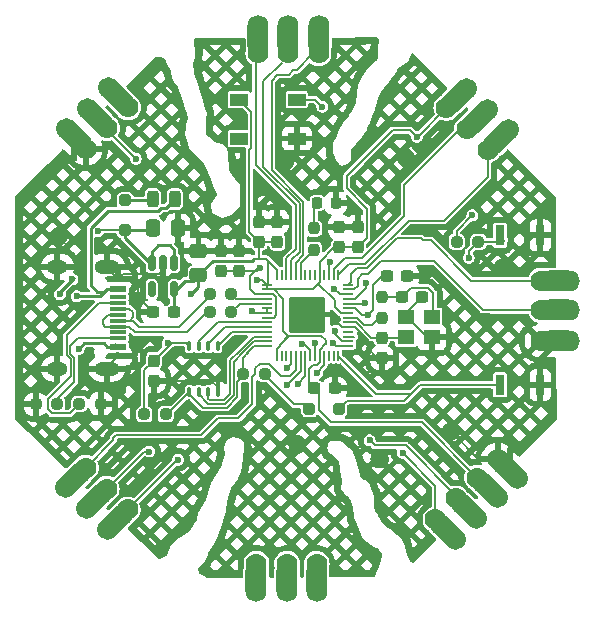
<source format=gtl>
G04 #@! TF.GenerationSoftware,KiCad,Pcbnew,8.0.4*
G04 #@! TF.CreationDate,2024-10-01T08:13:02+02:00*
G04 #@! TF.ProjectId,RP2040_roundStamp_secondIteration,52503230-3430-45f7-926f-756e64537461,rev?*
G04 #@! TF.SameCoordinates,Original*
G04 #@! TF.FileFunction,Copper,L1,Top*
G04 #@! TF.FilePolarity,Positive*
%FSLAX46Y46*%
G04 Gerber Fmt 4.6, Leading zero omitted, Abs format (unit mm)*
G04 Created by KiCad (PCBNEW 8.0.4) date 2024-10-01 08:13:02*
%MOMM*%
%LPD*%
G01*
G04 APERTURE LIST*
G04 Aperture macros list*
%AMRoundRect*
0 Rectangle with rounded corners*
0 $1 Rounding radius*
0 $2 $3 $4 $5 $6 $7 $8 $9 X,Y pos of 4 corners*
0 Add a 4 corners polygon primitive as box body*
4,1,4,$2,$3,$4,$5,$6,$7,$8,$9,$2,$3,0*
0 Add four circle primitives for the rounded corners*
1,1,$1+$1,$2,$3*
1,1,$1+$1,$4,$5*
1,1,$1+$1,$6,$7*
1,1,$1+$1,$8,$9*
0 Add four rect primitives between the rounded corners*
20,1,$1+$1,$2,$3,$4,$5,0*
20,1,$1+$1,$4,$5,$6,$7,0*
20,1,$1+$1,$6,$7,$8,$9,0*
20,1,$1+$1,$8,$9,$2,$3,0*%
%AMHorizOval*
0 Thick line with rounded ends*
0 $1 width*
0 $2 $3 position (X,Y) of the first rounded end (center of the circle)*
0 $4 $5 position (X,Y) of the second rounded end (center of the circle)*
0 Add line between two ends*
20,1,$1,$2,$3,$4,$5,0*
0 Add two circle primitives to create the rounded ends*
1,1,$1,$2,$3*
1,1,$1,$4,$5*%
G04 Aperture macros list end*
G04 #@! TA.AperFunction,SMDPad,CuDef*
%ADD10R,1.500000X1.000000*%
G04 #@! TD*
G04 #@! TA.AperFunction,SMDPad,CuDef*
%ADD11RoundRect,0.237500X-0.300000X-0.237500X0.300000X-0.237500X0.300000X0.237500X-0.300000X0.237500X0*%
G04 #@! TD*
G04 #@! TA.AperFunction,SMDPad,CuDef*
%ADD12RoundRect,0.250000X0.250000X0.250000X-0.250000X0.250000X-0.250000X-0.250000X0.250000X-0.250000X0*%
G04 #@! TD*
G04 #@! TA.AperFunction,SMDPad,CuDef*
%ADD13RoundRect,0.237500X0.237500X-0.300000X0.237500X0.300000X-0.237500X0.300000X-0.237500X-0.300000X0*%
G04 #@! TD*
G04 #@! TA.AperFunction,SMDPad,CuDef*
%ADD14RoundRect,0.237500X0.300000X0.237500X-0.300000X0.237500X-0.300000X-0.237500X0.300000X-0.237500X0*%
G04 #@! TD*
G04 #@! TA.AperFunction,SMDPad,CuDef*
%ADD15RoundRect,0.237500X0.237500X-0.250000X0.237500X0.250000X-0.237500X0.250000X-0.237500X-0.250000X0*%
G04 #@! TD*
G04 #@! TA.AperFunction,SMDPad,CuDef*
%ADD16RoundRect,0.237500X-0.250000X-0.237500X0.250000X-0.237500X0.250000X0.237500X-0.250000X0.237500X0*%
G04 #@! TD*
G04 #@! TA.AperFunction,SMDPad,CuDef*
%ADD17RoundRect,0.250000X0.475000X-0.337500X0.475000X0.337500X-0.475000X0.337500X-0.475000X-0.337500X0*%
G04 #@! TD*
G04 #@! TA.AperFunction,SMDPad,CuDef*
%ADD18RoundRect,0.237500X-0.237500X0.300000X-0.237500X-0.300000X0.237500X-0.300000X0.237500X0.300000X0*%
G04 #@! TD*
G04 #@! TA.AperFunction,SMDPad,CuDef*
%ADD19RoundRect,0.250000X-0.337500X-0.475000X0.337500X-0.475000X0.337500X0.475000X-0.337500X0.475000X0*%
G04 #@! TD*
G04 #@! TA.AperFunction,SMDPad,CuDef*
%ADD20RoundRect,0.150000X-0.150000X0.512500X-0.150000X-0.512500X0.150000X-0.512500X0.150000X0.512500X0*%
G04 #@! TD*
G04 #@! TA.AperFunction,SMDPad,CuDef*
%ADD21RoundRect,0.218750X0.218750X0.256250X-0.218750X0.256250X-0.218750X-0.256250X0.218750X-0.256250X0*%
G04 #@! TD*
G04 #@! TA.AperFunction,SMDPad,CuDef*
%ADD22R,0.800000X1.700000*%
G04 #@! TD*
G04 #@! TA.AperFunction,SMDPad,CuDef*
%ADD23RoundRect,0.250000X0.250000X-0.250000X0.250000X0.250000X-0.250000X0.250000X-0.250000X-0.250000X0*%
G04 #@! TD*
G04 #@! TA.AperFunction,SMDPad,CuDef*
%ADD24RoundRect,0.237500X-0.237500X0.250000X-0.237500X-0.250000X0.237500X-0.250000X0.237500X0.250000X0*%
G04 #@! TD*
G04 #@! TA.AperFunction,SMDPad,CuDef*
%ADD25RoundRect,0.050000X0.050000X-0.387500X0.050000X0.387500X-0.050000X0.387500X-0.050000X-0.387500X0*%
G04 #@! TD*
G04 #@! TA.AperFunction,SMDPad,CuDef*
%ADD26RoundRect,0.050000X0.387500X-0.050000X0.387500X0.050000X-0.387500X0.050000X-0.387500X-0.050000X0*%
G04 #@! TD*
G04 #@! TA.AperFunction,SMDPad,CuDef*
%ADD27RoundRect,0.135000X1.365000X-1.390000X1.365000X1.390000X-1.365000X1.390000X-1.365000X-1.390000X0*%
G04 #@! TD*
G04 #@! TA.AperFunction,SMDPad,CuDef*
%ADD28RoundRect,0.040000X0.120000X-0.365000X0.120000X0.365000X-0.120000X0.365000X-0.120000X-0.365000X0*%
G04 #@! TD*
G04 #@! TA.AperFunction,SMDPad,CuDef*
%ADD29R,1.400000X1.200000*%
G04 #@! TD*
G04 #@! TA.AperFunction,SMDPad,CuDef*
%ADD30RoundRect,0.243750X0.243750X0.456250X-0.243750X0.456250X-0.243750X-0.456250X0.243750X-0.456250X0*%
G04 #@! TD*
G04 #@! TA.AperFunction,SMDPad,CuDef*
%ADD31R,1.450000X0.600000*%
G04 #@! TD*
G04 #@! TA.AperFunction,SMDPad,CuDef*
%ADD32R,1.450000X0.300000*%
G04 #@! TD*
G04 #@! TA.AperFunction,ComponentPad*
%ADD33O,2.100000X1.200000*%
G04 #@! TD*
G04 #@! TA.AperFunction,ComponentPad*
%ADD34O,1.800000X1.200000*%
G04 #@! TD*
G04 #@! TA.AperFunction,SMDPad,CuDef*
%ADD35RoundRect,0.237500X0.250000X0.237500X-0.250000X0.237500X-0.250000X-0.237500X0.250000X-0.237500X0*%
G04 #@! TD*
G04 #@! TA.AperFunction,CastellatedPad*
%ADD36HorizOval,1.778000X-0.628618X0.628618X0.628618X-0.628618X0*%
G04 #@! TD*
G04 #@! TA.AperFunction,CastellatedPad*
%ADD37C,1.778000*%
G04 #@! TD*
G04 #@! TA.AperFunction,CastellatedPad*
%ADD38HorizOval,1.778000X-0.628618X-0.628618X0.628618X0.628618X0*%
G04 #@! TD*
G04 #@! TA.AperFunction,CastellatedPad*
%ADD39O,1.778000X3.556000*%
G04 #@! TD*
G04 #@! TA.AperFunction,CastellatedPad*
%ADD40HorizOval,1.778000X0.628618X-0.628618X-0.628618X0.628618X0*%
G04 #@! TD*
G04 #@! TA.AperFunction,CastellatedPad*
%ADD41O,3.556000X1.778000*%
G04 #@! TD*
G04 #@! TA.AperFunction,CastellatedPad*
%ADD42HorizOval,1.778000X0.628618X0.628618X-0.628618X-0.628618X0*%
G04 #@! TD*
G04 #@! TA.AperFunction,ViaPad*
%ADD43C,0.600000*%
G04 #@! TD*
G04 #@! TA.AperFunction,Conductor*
%ADD44C,0.200000*%
G04 #@! TD*
G04 #@! TA.AperFunction,Conductor*
%ADD45C,0.180000*%
G04 #@! TD*
G04 #@! TA.AperFunction,Conductor*
%ADD46C,0.250000*%
G04 #@! TD*
G04 APERTURE END LIST*
D10*
X153300076Y-53700026D03*
X153300076Y-57000000D03*
X158200000Y-57000000D03*
X158200000Y-53700026D03*
D11*
X159687500Y-78150000D03*
X161412500Y-78150000D03*
D12*
X161750000Y-79900000D03*
X159250000Y-79900000D03*
D13*
X161800000Y-66225000D03*
X161800000Y-64500000D03*
D14*
X147762500Y-71700000D03*
X146037500Y-71700000D03*
D15*
X159654291Y-66440258D03*
X159654291Y-64615258D03*
D16*
X145275000Y-80350000D03*
X147100000Y-80350000D03*
D13*
X156550000Y-65762500D03*
X156550000Y-64037500D03*
D17*
X149865258Y-68575000D03*
X149865258Y-66500000D03*
D18*
X146100000Y-75804582D03*
X146100000Y-77529582D03*
D19*
X146028263Y-64569596D03*
X148103263Y-64569596D03*
D20*
X147800000Y-67500000D03*
X146850000Y-67500000D03*
X145900000Y-67500000D03*
X145900000Y-69775000D03*
X147800000Y-69775000D03*
D16*
X150837500Y-71700000D03*
X152662500Y-71700000D03*
D21*
X161481941Y-62465766D03*
X159906941Y-62465766D03*
D22*
X178800000Y-65200000D03*
X175400000Y-65200000D03*
D16*
X150837500Y-70200000D03*
X152662500Y-70200000D03*
D23*
X143658571Y-64738257D03*
X143658571Y-62238257D03*
D11*
X165787500Y-68650000D03*
X167512500Y-68650000D03*
D24*
X165400000Y-70400000D03*
X165400000Y-72225000D03*
D13*
X153300000Y-68225000D03*
X153300000Y-66500000D03*
D16*
X171725000Y-65750000D03*
X173550000Y-65750000D03*
D25*
X156516394Y-75413295D03*
X156916394Y-75413294D03*
X157316394Y-75413295D03*
X157716394Y-75413295D03*
X158116394Y-75413295D03*
X158516394Y-75413295D03*
X158916393Y-75413295D03*
X159316394Y-75413295D03*
X159716394Y-75413295D03*
X160116394Y-75413295D03*
X160516394Y-75413295D03*
X160916393Y-75413295D03*
X161316394Y-75413295D03*
X161716394Y-75413295D03*
D26*
X162553894Y-74575795D03*
X162553893Y-74175795D03*
X162553894Y-73775795D03*
X162553894Y-73375795D03*
X162553894Y-72975795D03*
X162553894Y-72575795D03*
X162553894Y-72175796D03*
X162553894Y-71775795D03*
X162553894Y-71375795D03*
X162553894Y-70975795D03*
X162553894Y-70575795D03*
X162553894Y-70175796D03*
X162553894Y-69775795D03*
X162553894Y-69375795D03*
D25*
X161716394Y-68538295D03*
X161316394Y-68538296D03*
X160916394Y-68538295D03*
X160516394Y-68538295D03*
X160116394Y-68538295D03*
X159716394Y-68538295D03*
X159316395Y-68538295D03*
X158916394Y-68538295D03*
X158516394Y-68538295D03*
X158116394Y-68538295D03*
X157716394Y-68538295D03*
X157316395Y-68538295D03*
X156916394Y-68538295D03*
X156516394Y-68538295D03*
D26*
X155678894Y-69375795D03*
X155678895Y-69775795D03*
X155678894Y-70175795D03*
X155678894Y-70575795D03*
X155678894Y-70975795D03*
X155678894Y-71375795D03*
X155678894Y-71775794D03*
X155678894Y-72175795D03*
X155678894Y-72575795D03*
X155678894Y-72975795D03*
X155678894Y-73375795D03*
X155678894Y-73775794D03*
X155678894Y-74175795D03*
X155678894Y-74575795D03*
D27*
X159016394Y-71900795D03*
D28*
X149100000Y-78467082D03*
X149900000Y-78467082D03*
X150700000Y-78467082D03*
X151500000Y-78467082D03*
X151500000Y-74567082D03*
X150700000Y-74567082D03*
X149900000Y-74567082D03*
X149100000Y-74567082D03*
D14*
X168812500Y-70400000D03*
X167087500Y-70400000D03*
D29*
X167414225Y-73835840D03*
X169614377Y-73835840D03*
X169614377Y-72135814D03*
X167414225Y-72135814D03*
D30*
X147869681Y-62122178D03*
X145994681Y-62122178D03*
D13*
X155000000Y-65762500D03*
X155000000Y-64037500D03*
D31*
X143020484Y-68916136D03*
X143020484Y-69716136D03*
D32*
X143020484Y-70916136D03*
X143020484Y-71916136D03*
X143020485Y-72416136D03*
X143020484Y-73416136D03*
D31*
X143020484Y-74616136D03*
X143020484Y-75416136D03*
X143020484Y-75416136D03*
X143020484Y-74616136D03*
D32*
X143020484Y-73916136D03*
X143020484Y-72916136D03*
X143020484Y-71416136D03*
X143020484Y-70416136D03*
D31*
X143020484Y-69716136D03*
X143020484Y-68916136D03*
D33*
X142105484Y-67841136D03*
D34*
X137925484Y-67841136D03*
D33*
X142105484Y-76491136D03*
D34*
X137925484Y-76491136D03*
D13*
X165400000Y-75575000D03*
X165400000Y-73850000D03*
D16*
X139769016Y-79459908D03*
X141594016Y-79459908D03*
D22*
X178800000Y-77859437D03*
X175400000Y-77859437D03*
D13*
X163350000Y-66212500D03*
X163350000Y-64487500D03*
X151750000Y-68225000D03*
X151750000Y-66500000D03*
D35*
X137904671Y-79500333D03*
X136079671Y-79500333D03*
D36*
X142850240Y-53293006D03*
D37*
X143896758Y-54353667D03*
D36*
X141082473Y-55060775D03*
D37*
X142128991Y-56121433D03*
D36*
X139314706Y-56828541D03*
D37*
X140361224Y-57889201D03*
X140333711Y-84872659D03*
D38*
X139273050Y-85919177D03*
D37*
X142101477Y-86640426D03*
D38*
X141040817Y-87686944D03*
D37*
X143869244Y-88408193D03*
D38*
X142808584Y-89454711D03*
D37*
X154777220Y-92999319D03*
D39*
X154767219Y-94489320D03*
D37*
X157377220Y-92999319D03*
D39*
X157367220Y-94489320D03*
D37*
X159877219Y-92999319D03*
D39*
X159867220Y-94489319D03*
D37*
X169929352Y-89242204D03*
D40*
X170975870Y-90302865D03*
D37*
X171697119Y-87474438D03*
D40*
X172743637Y-88535097D03*
D37*
X173464886Y-85706670D03*
D40*
X174511404Y-86767331D03*
D37*
X175195489Y-84112559D03*
D40*
X176242008Y-85173219D03*
D41*
X180355456Y-74131897D03*
D37*
X178865455Y-74121898D03*
D41*
X180355456Y-71531898D03*
D37*
X178865455Y-71521897D03*
D41*
X180355456Y-69031898D03*
D37*
X178865456Y-69021897D03*
D42*
X175443690Y-56904289D03*
D37*
X174383027Y-57950808D03*
D42*
X173675921Y-55136522D03*
D37*
X172615261Y-56183041D03*
D42*
X171908154Y-53368755D03*
D37*
X170847494Y-54415273D03*
D39*
X160041421Y-48310417D03*
D37*
X160031421Y-49800417D03*
D39*
X157441421Y-48310416D03*
D37*
X157431421Y-49800417D03*
D39*
X154941421Y-48310417D03*
D37*
X154931421Y-49800417D03*
D16*
X153637500Y-76917082D03*
X155462500Y-76917082D03*
D43*
X154750000Y-61250000D03*
X159000000Y-71650000D03*
X157200000Y-58950000D03*
X144750000Y-70750000D03*
X158050000Y-71700000D03*
X159950000Y-70850000D03*
X158050000Y-70850000D03*
X142950000Y-78250000D03*
X167450000Y-58650000D03*
X158250000Y-82900000D03*
X159950000Y-71700000D03*
X161650000Y-76750000D03*
X159950000Y-72550000D03*
X161400000Y-72150000D03*
X159000000Y-72500000D03*
X138000000Y-65300000D03*
X165200000Y-84150000D03*
X171250000Y-81800000D03*
X158950000Y-70850000D03*
X175650000Y-67900000D03*
X158050000Y-72550000D03*
X155100000Y-67950000D03*
X164250000Y-71900000D03*
X173050000Y-63500000D03*
X154800000Y-68950000D03*
X147250000Y-74300000D03*
X154400000Y-71600000D03*
X149250000Y-70200000D03*
X168350000Y-56850000D03*
X139724115Y-74820362D03*
X139559394Y-70357620D03*
X159700000Y-74350000D03*
X145700000Y-83500000D03*
X157350000Y-77850000D03*
X148150000Y-84200000D03*
X158300000Y-77800000D03*
X158650000Y-74400000D03*
X157350000Y-76450000D03*
X144550000Y-58700000D03*
X159900000Y-76850000D03*
X172750000Y-67100000D03*
X161350000Y-69700000D03*
X141350000Y-64850000D03*
X138125955Y-70186003D03*
X139200000Y-68900000D03*
X160350000Y-54300000D03*
X161000000Y-67450000D03*
X161400000Y-73300000D03*
X167150000Y-83600000D03*
X164350000Y-82550000D03*
X161250000Y-74350000D03*
X164000000Y-70900000D03*
X164050000Y-69200000D03*
D44*
X173562559Y-84112559D02*
X175195489Y-84112559D01*
D45*
X167514225Y-72135814D02*
X169214251Y-73835840D01*
X143925484Y-68916136D02*
X144750000Y-69740652D01*
X146512499Y-68500000D02*
X146850000Y-68162499D01*
X146850000Y-68162499D02*
X146850000Y-67500000D01*
X167414225Y-72135814D02*
X167414225Y-71798275D01*
X167414225Y-71798275D02*
X168812500Y-70400000D01*
D46*
X137925484Y-65374516D02*
X138000000Y-65300000D01*
D45*
X143436620Y-68500000D02*
X146512499Y-68500000D01*
X167414225Y-72135814D02*
X167514225Y-72135814D01*
D44*
X163087754Y-72975795D02*
X164200000Y-74088041D01*
X178549999Y-77538235D02*
X178550000Y-77538235D01*
D45*
X159116393Y-70700795D02*
X159116394Y-70700796D01*
X157841394Y-71975794D02*
X157841395Y-71975795D01*
D44*
X162553894Y-72975795D02*
X163087754Y-72975795D01*
X160391393Y-71975795D02*
X161225795Y-71975795D01*
X178550000Y-74437353D02*
X178865455Y-74121898D01*
D45*
X157841395Y-71975795D02*
X158941394Y-71975795D01*
D44*
X168800000Y-70412500D02*
X168812500Y-70400000D01*
D45*
X142105484Y-67841136D02*
X142105484Y-68001136D01*
D44*
X161400000Y-72355761D02*
X162020034Y-72975795D01*
D45*
X142105484Y-76331136D02*
X143020484Y-75416136D01*
X142105484Y-76491136D02*
X142105484Y-76331136D01*
D46*
X137925484Y-67841136D02*
X137925484Y-65374516D01*
D45*
X157841394Y-70700795D02*
X159116393Y-70700795D01*
D44*
X161225795Y-71975795D02*
X161400000Y-72150000D01*
X161400000Y-72150000D02*
X161400000Y-72355761D01*
X171250000Y-81800000D02*
X173562559Y-84112559D01*
X145087500Y-70750000D02*
X146037500Y-71700000D01*
D45*
X142105484Y-68001136D02*
X143020484Y-68916136D01*
X143020484Y-68916136D02*
X143436620Y-68500000D01*
D44*
X150967500Y-77529582D02*
X151500000Y-78062082D01*
D45*
X169214251Y-73835840D02*
X169614377Y-73835840D01*
X144750000Y-69740652D02*
X144750000Y-70750000D01*
X157841394Y-70700795D02*
X157841394Y-71975794D01*
D44*
X151500000Y-78062082D02*
X151500000Y-78467082D01*
X178350000Y-65200000D02*
X175650000Y-67900000D01*
D45*
X158941394Y-71975795D02*
X159016394Y-71900795D01*
D44*
X144750000Y-70750000D02*
X145087500Y-70750000D01*
X164200000Y-74088041D02*
X164200000Y-74775000D01*
D45*
X143020484Y-68916136D02*
X143925484Y-68916136D01*
D44*
X146100000Y-77529582D02*
X150967500Y-77529582D01*
X164200000Y-74775000D02*
X165000000Y-75575000D01*
X162020034Y-72975795D02*
X162553894Y-72975795D01*
X178800000Y-65200000D02*
X178350000Y-65200000D01*
D45*
X167400065Y-73850000D02*
X167414225Y-73835840D01*
D44*
X165000000Y-73850000D02*
X165450000Y-73400000D01*
X164450000Y-73850000D02*
X165000000Y-73850000D01*
X162553894Y-72575795D02*
X163175795Y-72575795D01*
X163175795Y-72575795D02*
X164450000Y-73850000D01*
D45*
X165400000Y-73850000D02*
X167400065Y-73850000D01*
X169750000Y-70047422D02*
X169750000Y-72000191D01*
D44*
X167100001Y-70412501D02*
X167087500Y-70400000D01*
D45*
X165400000Y-70400000D02*
X167087500Y-70400000D01*
X169750000Y-72000191D02*
X169614377Y-72135814D01*
X167087500Y-70400000D02*
X167852500Y-69635000D01*
X169337578Y-69635000D02*
X169750000Y-70047422D01*
X167852500Y-69635000D02*
X169337578Y-69635000D01*
D44*
X154900000Y-67950000D02*
X155100000Y-67950000D01*
X154200000Y-68650000D02*
X154900000Y-67950000D01*
X165400000Y-68650000D02*
X165787500Y-68650000D01*
X156224205Y-72175795D02*
X155678894Y-72175795D01*
X164250000Y-71900000D02*
X164625000Y-71525000D01*
X163673187Y-71900000D02*
X164250000Y-71900000D01*
X163148982Y-71375795D02*
X163673187Y-71900000D01*
X151750000Y-68225000D02*
X153300000Y-68225000D01*
X164625000Y-71525000D02*
X164625000Y-69425000D01*
X156416394Y-70379435D02*
X156416394Y-71983606D01*
X153300000Y-68225000D02*
X154825000Y-68225000D01*
X155678894Y-70175795D02*
X154675795Y-70175795D01*
X156212754Y-70175795D02*
X156416394Y-70379435D01*
X154200000Y-69700000D02*
X154200000Y-68650000D01*
X162553894Y-71375795D02*
X163148982Y-71375795D01*
X164625000Y-69425000D02*
X164925000Y-69125000D01*
X164925000Y-69125000D02*
X165400000Y-68650000D01*
X155678894Y-70175795D02*
X156212754Y-70175795D01*
X154675795Y-70175795D02*
X154200000Y-69700000D01*
X154825000Y-68225000D02*
X155100000Y-67950000D01*
X156416394Y-71983606D02*
X156224205Y-72175795D01*
D46*
X149865258Y-68575000D02*
X151077758Y-67362500D01*
D44*
X155678894Y-69500000D02*
X155678894Y-69775794D01*
X155720000Y-69334689D02*
X155678894Y-69375795D01*
D45*
X154160000Y-57970076D02*
X154340076Y-57790000D01*
D44*
X157467470Y-73725795D02*
X160262608Y-73725795D01*
X166300000Y-56300000D02*
X167800000Y-56300000D01*
X167800000Y-56300000D02*
X168350000Y-56850000D01*
D45*
X147250000Y-74300000D02*
X148050000Y-74300000D01*
D44*
X155615599Y-67200000D02*
X155720000Y-67304401D01*
D46*
X147812500Y-71650000D02*
X147762500Y-71700000D01*
D44*
X168350000Y-56850000D02*
X168412767Y-56850000D01*
D45*
X159223393Y-77685893D02*
X159687500Y-78150000D01*
X154340076Y-57790000D02*
X154340076Y-54740026D01*
X171725000Y-64825000D02*
X173050000Y-63500000D01*
D44*
X157517599Y-73725795D02*
X156743394Y-74500000D01*
D46*
X148735364Y-69039709D02*
X149400549Y-69039709D01*
D45*
X160116394Y-75413295D02*
X160116394Y-75933013D01*
D44*
X161059640Y-81014368D02*
X160050000Y-80004728D01*
D45*
X155678894Y-71375795D02*
X155678894Y-71775794D01*
X160116394Y-75933013D02*
X159908612Y-76140795D01*
D44*
X154950000Y-67200000D02*
X155615599Y-67200000D01*
X160116394Y-67433606D02*
X161325000Y-66225000D01*
X155720000Y-67304401D02*
X155720000Y-69334689D01*
X160630000Y-74400000D02*
X160595829Y-74400000D01*
X156743394Y-74500000D02*
X156743394Y-74449871D01*
X156743394Y-74449871D02*
X157467470Y-73725795D01*
X160262608Y-73725795D02*
X160630000Y-74093187D01*
D45*
X159600000Y-76140795D02*
X159223393Y-76517402D01*
X155000000Y-65762500D02*
X154160000Y-64922500D01*
D44*
X155615599Y-67200000D02*
X156516394Y-68100795D01*
X155678895Y-69775795D02*
X156275202Y-69775795D01*
X163337500Y-66225000D02*
X163350000Y-66212500D01*
D46*
X147812500Y-69962573D02*
X148735364Y-69039709D01*
D44*
X161800000Y-66225000D02*
X163337500Y-66225000D01*
X160595829Y-74400000D02*
X160116394Y-74879435D01*
D45*
X148832918Y-74300000D02*
X149100000Y-74567082D01*
D44*
X160050000Y-78512500D02*
X159687500Y-78150000D01*
X154800000Y-68950000D02*
X155253099Y-68950000D01*
X161059640Y-81014368D02*
X168772584Y-81014368D01*
D45*
X154160000Y-64922500D02*
X154160000Y-57970076D01*
D44*
X156516394Y-68100795D02*
X156516394Y-68538295D01*
X161400000Y-71250000D02*
X161925795Y-71775795D01*
X156743394Y-74500000D02*
X156743394Y-74606606D01*
X160116394Y-69183606D02*
X160116394Y-68538295D01*
X155678894Y-69775794D02*
X155678895Y-69775795D01*
X168412767Y-56850000D02*
X170847494Y-54415273D01*
X154400000Y-71600000D02*
X154575795Y-71775795D01*
X160000000Y-69300000D02*
X160116394Y-69183606D01*
X154550000Y-67200000D02*
X154950000Y-67200000D01*
D45*
X154340076Y-54740026D02*
X153300076Y-53700026D01*
D44*
X160630000Y-74093187D02*
X160630000Y-74400000D01*
X161400000Y-70700000D02*
X161400000Y-71250000D01*
X161325000Y-66225000D02*
X161800000Y-66225000D01*
X156516394Y-74833606D02*
X156516394Y-75413295D01*
D46*
X149400549Y-69039709D02*
X149865258Y-68575000D01*
D44*
X154950000Y-67200000D02*
X154950000Y-66100489D01*
X162400000Y-61200000D02*
X162400000Y-60200000D01*
X164125000Y-62925000D02*
X162400000Y-61200000D01*
X156275202Y-69775795D02*
X157050000Y-70550593D01*
D45*
X159223393Y-76517402D02*
X159223393Y-77685893D01*
D46*
X151077758Y-67362500D02*
X154387500Y-67362500D01*
X149865258Y-68575000D02*
X149865258Y-69584742D01*
D44*
X145275000Y-80350000D02*
X145275000Y-76629582D01*
X163350000Y-66212500D02*
X164125000Y-65437500D01*
X168772584Y-81014368D02*
X173464886Y-85706670D01*
X157467470Y-73725795D02*
X157517599Y-73725795D01*
D46*
X147812500Y-69962573D02*
X147812500Y-71650000D01*
X154387500Y-67362500D02*
X154550000Y-67200000D01*
D44*
X155253099Y-68950000D02*
X155678894Y-69375795D01*
D45*
X155000000Y-65762500D02*
X156550000Y-65762500D01*
D44*
X154575795Y-71775795D02*
X155900000Y-71775795D01*
X156275202Y-69775795D02*
X159524205Y-69775795D01*
X156743394Y-74606606D02*
X156516394Y-74833606D01*
X146100000Y-75804582D02*
X147604582Y-74300000D01*
X145275000Y-76629582D02*
X146100000Y-75804582D01*
X162400000Y-60200000D02*
X166300000Y-56300000D01*
X147604582Y-74300000D02*
X148050000Y-74300000D01*
X154950000Y-66100489D02*
X154806005Y-65956494D01*
D45*
X171725000Y-65750000D02*
X171725000Y-64825000D01*
X159908612Y-76140795D02*
X159600000Y-76140795D01*
D44*
X164125000Y-65437500D02*
X164125000Y-62925000D01*
X161925795Y-71775795D02*
X162553894Y-71775795D01*
D46*
X149865258Y-69584742D02*
X149250000Y-70200000D01*
D44*
X157050000Y-73308325D02*
X157467470Y-73725795D01*
X159524205Y-69775795D02*
X160000000Y-69300000D01*
X155678894Y-69375795D02*
X155678894Y-69500000D01*
X160116394Y-68538295D02*
X160116394Y-67433606D01*
X160000000Y-69300000D02*
X161400000Y-70700000D01*
X160116394Y-74879435D02*
X160116394Y-75413295D01*
X157050000Y-70550593D02*
X157050000Y-73308325D01*
D45*
X148050000Y-74300000D02*
X148832918Y-74300000D01*
D44*
X160050000Y-80004728D02*
X160050000Y-78512500D01*
D46*
X147091859Y-62900000D02*
X147869681Y-62122178D01*
X141313878Y-69980136D02*
X140725000Y-69391258D01*
D45*
X142791483Y-74387135D02*
X143020484Y-74616136D01*
D46*
X139724115Y-74820362D02*
X140192342Y-74352135D01*
X142166136Y-69716136D02*
X141902136Y-69980136D01*
X146727947Y-62900000D02*
X147091859Y-62900000D01*
X141519606Y-70357620D02*
X139559394Y-70357620D01*
X141897090Y-74352135D02*
X142161091Y-74616136D01*
X141902136Y-69980136D02*
X141313878Y-69980136D01*
X142161090Y-69716136D02*
X141519606Y-70357620D01*
X143020484Y-69716136D02*
X142166136Y-69716136D01*
X140192342Y-74352135D02*
X141897090Y-74352135D01*
X142161091Y-74616136D02*
X143020484Y-74616136D01*
X140725000Y-69391258D02*
X140725000Y-64591116D01*
X142166136Y-69716136D02*
X142161090Y-69716136D01*
X142168938Y-63147178D02*
X146480769Y-63147178D01*
X140725000Y-64591116D02*
X142168938Y-63147178D01*
X146480769Y-63147178D02*
X146727947Y-62900000D01*
D44*
X159700000Y-74350000D02*
X159716394Y-74366394D01*
X159716394Y-74366394D02*
X159716394Y-75413295D01*
D45*
X145241903Y-83500000D02*
X145700000Y-83500000D01*
X158516394Y-76683606D02*
X158516394Y-75413295D01*
X157350000Y-77850000D02*
X158516394Y-76683606D01*
X142101477Y-86640426D02*
X145241903Y-83500000D01*
X158300000Y-77759922D02*
X158916393Y-77143529D01*
X158916393Y-77143529D02*
X158916393Y-75413295D01*
D44*
X143869244Y-88408193D02*
X143869244Y-88330756D01*
X143869244Y-88408193D02*
X144699109Y-88408193D01*
D45*
X158300000Y-77800000D02*
X158300000Y-77759922D01*
D44*
X148077437Y-84200000D02*
X148150000Y-84200000D01*
X143869244Y-88408193D02*
X148077437Y-84200000D01*
X141966136Y-72916136D02*
X143020484Y-72916136D01*
X142183864Y-71916136D02*
X141750000Y-72350000D01*
X141750000Y-72350000D02*
X141750000Y-72700000D01*
X141750000Y-72700000D02*
X141966136Y-72916136D01*
X144479348Y-73400000D02*
X148900000Y-73400000D01*
X143995484Y-72916136D02*
X144479348Y-73400000D01*
X150600000Y-71700000D02*
X150837500Y-71700000D01*
X143020484Y-71916136D02*
X142183864Y-71916136D01*
X143020484Y-72916136D02*
X143995484Y-72916136D01*
X148900000Y-73400000D02*
X150600000Y-71700000D01*
D45*
X169850000Y-67400000D02*
X173971897Y-71521897D01*
X173971897Y-71521897D02*
X178865455Y-71521897D01*
X163350000Y-69499407D02*
X163350000Y-68900000D01*
X174618102Y-71531898D02*
X180355456Y-71531898D01*
X165300000Y-67400000D02*
X169850000Y-67400000D01*
X164200000Y-68500000D02*
X165300000Y-67400000D01*
X163350000Y-68900000D02*
X163750000Y-68500000D01*
X163750000Y-68500000D02*
X164200000Y-68500000D01*
X162553894Y-69775795D02*
X163073612Y-69775795D01*
X163073612Y-69775795D02*
X163350000Y-69499407D01*
X159316394Y-75413295D02*
X159316394Y-74893578D01*
X158822816Y-74400000D02*
X158800000Y-74400000D01*
X159316394Y-74893578D02*
X158822816Y-74400000D01*
D44*
X155849640Y-76050000D02*
X156869640Y-77070000D01*
X150116203Y-82066203D02*
X151482406Y-80700000D01*
X154425000Y-77175000D02*
X154675000Y-76925000D01*
D45*
X140333711Y-84872659D02*
X142650000Y-82556370D01*
X142900000Y-82100000D02*
X150082406Y-82100000D01*
D44*
X154425000Y-79475000D02*
X154425000Y-77175000D01*
X153200000Y-80700000D02*
X154425000Y-79475000D01*
X154675000Y-76925000D02*
X154675000Y-76450360D01*
X154675000Y-76450360D02*
X155075360Y-76050000D01*
X151482406Y-80700000D02*
X153200000Y-80700000D01*
X158116394Y-76560419D02*
X158116394Y-75413295D01*
X157606813Y-77070000D02*
X158116394Y-76560419D01*
X156869640Y-77070000D02*
X157606813Y-77070000D01*
D45*
X150082406Y-82100000D02*
X150116203Y-82066203D01*
X142650000Y-82350000D02*
X142900000Y-82100000D01*
D44*
X155075360Y-76050000D02*
X155849640Y-76050000D01*
D45*
X142650000Y-82556370D02*
X142650000Y-82350000D01*
D44*
X142128991Y-56278991D02*
X144550000Y-58700000D01*
D45*
X157716394Y-76083606D02*
X157716394Y-75413295D01*
X157350000Y-76450000D02*
X157716394Y-76083606D01*
D44*
X142128991Y-56121433D02*
X142128991Y-56278991D01*
D45*
X159900000Y-76850000D02*
X160516394Y-76183606D01*
X159950000Y-76750000D02*
X159900000Y-76850000D01*
X160516394Y-76183606D02*
X160516394Y-75413295D01*
D44*
X157316394Y-68004435D02*
X157316395Y-68538295D01*
X158100000Y-62600000D02*
X154723000Y-59223000D01*
X154723000Y-59223000D02*
X154723000Y-50008838D01*
X157316394Y-67133606D02*
X158100000Y-66350000D01*
X158100000Y-66350000D02*
X158100000Y-62600000D01*
X157316394Y-68004435D02*
X157316394Y-67133606D01*
X154723000Y-50008838D02*
X154931421Y-49800417D01*
X172750000Y-67100000D02*
X172750000Y-66550000D01*
X174065388Y-65741947D02*
X175639658Y-65741947D01*
X172750000Y-66550000D02*
X173550000Y-65750000D01*
X175639658Y-65741947D02*
X175791042Y-65590563D01*
X161825796Y-70175796D02*
X162553894Y-70175796D01*
X161350000Y-69700000D02*
X161825796Y-70175796D01*
D45*
X162234971Y-67100000D02*
X163752578Y-67100000D01*
X161316394Y-68538296D02*
X161316394Y-68018577D01*
D44*
X172016959Y-56183041D02*
X172615261Y-56183041D01*
D45*
X161316394Y-68018577D02*
X162234971Y-67100000D01*
X163752578Y-67100000D02*
X167300000Y-63552578D01*
D44*
X167300000Y-60900000D02*
X172016959Y-56183041D01*
D45*
X167300000Y-63552578D02*
X167300000Y-60900000D01*
X157716394Y-68538295D02*
X157716394Y-67316606D01*
X155350000Y-52150000D02*
X156900000Y-50600000D01*
X157716394Y-67316606D02*
X158433000Y-66600000D01*
X158433000Y-62481306D02*
X155350000Y-59398306D01*
X155350000Y-59398306D02*
X155350000Y-52150000D01*
X158433000Y-66600000D02*
X158433000Y-62481306D01*
X167650000Y-63950000D02*
X170650000Y-63950000D01*
X161716394Y-68538295D02*
X162604689Y-67650000D01*
X174383027Y-60216973D02*
X174383027Y-57950808D01*
X162604689Y-67650000D02*
X163950000Y-67650000D01*
X163950000Y-67650000D02*
X167650000Y-63950000D01*
X170650000Y-63950000D02*
X174383027Y-60216973D01*
X162750000Y-68500000D02*
X163293000Y-67957000D01*
X162553894Y-69375795D02*
X162750000Y-69179689D01*
X168850000Y-65600000D02*
X169550000Y-65600000D01*
X163822837Y-67957001D02*
X164142999Y-67957001D01*
X164142999Y-67957001D02*
X166650000Y-65450000D01*
X172981898Y-69031898D02*
X180355456Y-69031898D01*
X163550000Y-67957000D02*
X163822837Y-67957001D01*
X162750000Y-69179689D02*
X162750000Y-68500000D01*
X169550000Y-65600000D02*
X172981898Y-69031898D01*
X166650000Y-65450000D02*
X168700000Y-65450000D01*
X168700000Y-65450000D02*
X168850000Y-65600000D01*
X163293000Y-67957000D02*
X163550000Y-67957000D01*
D44*
X157500000Y-51600000D02*
X157900000Y-51200000D01*
X158750000Y-66882101D02*
X158750000Y-62350000D01*
X158750000Y-62350000D02*
X156050000Y-59650000D01*
X156050000Y-52100000D02*
X156550000Y-51600000D01*
X158116394Y-68538295D02*
X158116394Y-67515707D01*
X156550000Y-51600000D02*
X157500000Y-51600000D01*
X157900000Y-51200000D02*
X158200000Y-51200000D01*
X156050000Y-59650000D02*
X156050000Y-52100000D01*
X158200000Y-51200000D02*
X159599583Y-49800417D01*
X159599583Y-49800417D02*
X160031421Y-49800417D01*
X158116394Y-68004435D02*
X158116394Y-68850000D01*
X158116394Y-67515707D02*
X158750000Y-66882101D01*
X144016136Y-71416136D02*
X143020484Y-71416136D01*
X144300000Y-71700000D02*
X144016136Y-71416136D01*
X143020485Y-72416136D02*
X144033864Y-72416136D01*
X144850000Y-72950000D02*
X144316136Y-72416136D01*
X150837500Y-70312500D02*
X148200000Y-72950000D01*
X148200000Y-72950000D02*
X144850000Y-72950000D01*
X144316136Y-72416136D02*
X143020485Y-72416136D01*
X144300000Y-72150000D02*
X144300000Y-71700000D01*
X144033864Y-72416136D02*
X144300000Y-72150000D01*
X150837500Y-70200000D02*
X150837500Y-70312500D01*
D46*
X143658571Y-64738257D02*
X145859602Y-64738257D01*
X138125955Y-69974045D02*
X139320085Y-68779915D01*
D45*
X141461743Y-64738257D02*
X143658571Y-64738257D01*
D46*
X138125955Y-70186003D02*
X138125955Y-69974045D01*
X143658571Y-64738257D02*
X143658571Y-65433644D01*
D45*
X141350000Y-64850000D02*
X141461743Y-64738257D01*
X145912500Y-64685359D02*
X146028263Y-64569596D01*
D46*
X147450000Y-66050000D02*
X147812500Y-66412500D01*
X145912500Y-67687573D02*
X145912500Y-66587500D01*
X146450000Y-66050000D02*
X147450000Y-66050000D01*
X145859602Y-64738257D02*
X146028263Y-64569596D01*
X145912500Y-66587500D02*
X146450000Y-66050000D01*
X147812500Y-66412500D02*
X147812500Y-67687573D01*
X143658571Y-65433644D02*
X145912500Y-67687573D01*
D45*
X158200000Y-53700026D02*
X159750026Y-53700026D01*
X160916394Y-68538295D02*
X160916394Y-67533606D01*
X160916394Y-67533606D02*
X161000000Y-67450000D01*
X159750026Y-53700026D02*
X160350000Y-54300000D01*
D44*
X159654291Y-64615258D02*
X159654291Y-62718416D01*
X159654291Y-62718416D02*
X159906941Y-62465766D01*
D45*
X161716394Y-75413295D02*
X164903099Y-78600000D01*
X162450000Y-79200000D02*
X161750000Y-79900000D01*
X168640563Y-77859437D02*
X175400000Y-77859437D01*
X167300000Y-79200000D02*
X162450000Y-79200000D01*
X167900000Y-78600000D02*
X167300000Y-79200000D01*
X164903099Y-78600000D02*
X167750000Y-78600000D01*
X167900000Y-78600000D02*
X168640563Y-77859437D01*
X167750000Y-78600000D02*
X167900000Y-78600000D01*
X139769016Y-79459908D02*
X138963591Y-80265333D01*
X139045484Y-75695484D02*
X138700000Y-75350000D01*
X141431608Y-70916136D02*
X143020484Y-70916136D01*
X137100000Y-79935740D02*
X137100000Y-79064926D01*
X138963591Y-80265333D02*
X137429593Y-80265333D01*
X137429593Y-80265333D02*
X137100000Y-79935740D01*
X138700000Y-75350000D02*
X138700000Y-73647744D01*
X138700000Y-73647744D02*
X141431608Y-70916136D01*
X139045484Y-77119442D02*
X139045484Y-75695484D01*
X137100000Y-79064926D02*
X139045484Y-77119442D01*
X139352485Y-77647515D02*
X139352485Y-75568321D01*
X139640864Y-73916136D02*
X143020484Y-73916136D01*
X137904671Y-79095329D02*
X139352485Y-77647515D01*
X139007000Y-75222836D02*
X139007000Y-74550000D01*
X137904671Y-79500333D02*
X137904671Y-79095329D01*
X139352485Y-75568321D02*
X139007000Y-75222836D01*
X139007000Y-74550000D02*
X139640864Y-73916136D01*
D44*
X161400000Y-73300000D02*
X161400000Y-73555761D01*
X162020034Y-74175795D02*
X162553893Y-74175795D01*
X169929352Y-86379352D02*
X169929352Y-89242204D01*
X161400000Y-73555761D02*
X162020034Y-74175795D01*
X167150000Y-83600000D02*
X169929352Y-86379352D01*
X164350000Y-82550000D02*
X164780000Y-82980000D01*
X161475795Y-74575795D02*
X162553894Y-74575795D01*
X167406813Y-82980000D02*
X171697119Y-87270306D01*
X164780000Y-82980000D02*
X167406813Y-82980000D01*
X161250000Y-74350000D02*
X161475795Y-74575795D01*
X171697119Y-87270306D02*
X171697119Y-87474438D01*
D45*
X162553894Y-72175796D02*
X163325796Y-72175796D01*
X163325796Y-72175796D02*
X163900000Y-72750000D01*
X165350796Y-72175796D02*
X165400000Y-72225000D01*
X165125000Y-72225000D02*
X165400000Y-72225000D01*
X164600000Y-72750000D02*
X165125000Y-72225000D01*
X163900000Y-72750000D02*
X164600000Y-72750000D01*
D44*
X152662500Y-71700000D02*
X153386705Y-70975795D01*
X153386705Y-70975795D02*
X155678894Y-70975795D01*
X152662500Y-70200000D02*
X153038295Y-70575795D01*
X153038295Y-70575795D02*
X155678894Y-70575795D01*
X147100000Y-80350000D02*
X147217082Y-80350000D01*
D45*
X153964001Y-75220163D02*
X154342082Y-74842082D01*
X153964002Y-75220162D02*
X154342082Y-74842082D01*
X153164002Y-78871408D02*
X152254326Y-79781084D01*
X154342082Y-74842082D02*
X154608369Y-74575795D01*
D44*
X147217082Y-80350000D02*
X149100000Y-78467082D01*
D45*
X150261200Y-79781084D02*
X149100000Y-78619884D01*
X153164001Y-77581083D02*
X153637500Y-77107584D01*
X154608369Y-74575795D02*
X155678894Y-74575795D01*
X153164002Y-78767082D02*
X153164001Y-77581083D01*
X152254326Y-79781084D02*
X150261200Y-79781084D01*
X149100000Y-78619884D02*
X149100000Y-78467082D01*
X153164002Y-78767082D02*
X153164002Y-78871408D01*
X153637500Y-76804582D02*
X153637500Y-75546664D01*
X153637500Y-75546664D02*
X154167082Y-75017082D01*
D44*
X158516394Y-67578155D02*
X158516394Y-68538295D01*
X159654291Y-66440258D02*
X158516394Y-67578155D01*
D45*
X152691287Y-73375795D02*
X155678894Y-73375795D01*
X151500000Y-74567082D02*
X152691287Y-73375795D01*
X151500000Y-74567082D02*
X151500000Y-74251246D01*
X149900000Y-74162082D02*
X149900000Y-74567082D01*
X151486287Y-72575795D02*
X149900000Y-74162082D01*
X155678894Y-72575795D02*
X151486287Y-72575795D01*
X152550000Y-75765836D02*
X153350000Y-74965836D01*
X150700000Y-79017082D02*
X150850000Y-79167082D01*
X153350000Y-74965836D02*
X154540042Y-73775794D01*
X154540042Y-73775794D02*
X155678894Y-73775794D01*
X150700000Y-78467082D02*
X150700000Y-79017082D01*
X152550000Y-78617082D02*
X152550000Y-75765836D01*
X152000000Y-79167082D02*
X152550000Y-78617082D01*
X150850000Y-79167082D02*
X152000000Y-79167082D01*
X162553894Y-73775795D02*
X163073611Y-73775795D01*
X149900000Y-78667082D02*
X150707001Y-79474083D01*
X152857001Y-78744245D02*
X152857001Y-75892999D01*
X152127163Y-79474083D02*
X152857001Y-78744245D01*
X149900000Y-78467082D02*
X149900000Y-78667082D01*
X154574205Y-74175795D02*
X155678894Y-74175795D01*
X153657001Y-75092999D02*
X154574205Y-74175795D01*
X152857001Y-75892999D02*
X153657001Y-75092999D01*
X150707001Y-79474083D02*
X152127163Y-79474083D01*
D46*
X143658571Y-62238257D02*
X145878602Y-62238257D01*
X145878602Y-62238257D02*
X145994681Y-62122178D01*
D44*
X157950000Y-79500000D02*
X158200000Y-79500000D01*
X155462500Y-77012500D02*
X157950000Y-79500000D01*
X155462500Y-76917082D02*
X155462500Y-77012500D01*
X158200000Y-79500000D02*
X159162500Y-79500000D01*
X163924205Y-70975795D02*
X164000000Y-70900000D01*
X162553894Y-70975795D02*
X163924205Y-70975795D01*
D45*
X164050000Y-69650000D02*
X164050000Y-69200000D01*
X163124205Y-70575795D02*
X164050000Y-69650000D01*
X162553894Y-70575795D02*
X163124205Y-70575795D01*
X150700000Y-74567082D02*
X150700000Y-74414280D01*
X150700000Y-74414280D02*
X152138485Y-72975795D01*
X152138485Y-72975795D02*
X155678894Y-72975795D01*
G04 #@! TA.AperFunction,Conductor*
G36*
X154923130Y-77485388D02*
G01*
X155005525Y-77546198D01*
X155130151Y-77589807D01*
X155130150Y-77589807D01*
X155159740Y-77592582D01*
X155159744Y-77592582D01*
X155566249Y-77592582D01*
X155633288Y-77612267D01*
X155653929Y-77628900D01*
X157709540Y-79684511D01*
X157765489Y-79740460D01*
X157765491Y-79740461D01*
X157765495Y-79740464D01*
X157830871Y-79778208D01*
X157834011Y-79780021D01*
X157910438Y-79800500D01*
X157989562Y-79800500D01*
X158160438Y-79800500D01*
X158425500Y-79800500D01*
X158492539Y-79820185D01*
X158538294Y-79872989D01*
X158549500Y-79924500D01*
X158549500Y-80204269D01*
X158552353Y-80234699D01*
X158552353Y-80234701D01*
X158597206Y-80362880D01*
X158597207Y-80362882D01*
X158677850Y-80472150D01*
X158787118Y-80552793D01*
X158829845Y-80567744D01*
X158915299Y-80597646D01*
X158945730Y-80600500D01*
X158945734Y-80600500D01*
X159554270Y-80600500D01*
X159584699Y-80597646D01*
X159584701Y-80597646D01*
X159648790Y-80575219D01*
X159712882Y-80552793D01*
X159822150Y-80472150D01*
X159851367Y-80432561D01*
X159907010Y-80390313D01*
X159976666Y-80384853D01*
X160038216Y-80417918D01*
X160038816Y-80418515D01*
X160875129Y-81254828D01*
X160943652Y-81294390D01*
X161020078Y-81314868D01*
X168596751Y-81314868D01*
X168663790Y-81334553D01*
X168684432Y-81351187D01*
X172448017Y-85114772D01*
X172481502Y-85176095D01*
X172476518Y-85245787D01*
X172471337Y-85257723D01*
X172444610Y-85311399D01*
X172444604Y-85311413D01*
X172389347Y-85505617D01*
X172370718Y-85706669D01*
X172370718Y-85706670D01*
X172389347Y-85907722D01*
X172444605Y-86101932D01*
X172515929Y-86245167D01*
X172534606Y-86282675D01*
X172652938Y-86439373D01*
X172656288Y-86443808D01*
X172656292Y-86443812D01*
X172712420Y-86494979D01*
X172805502Y-86579835D01*
X172878567Y-86625075D01*
X172891839Y-86633293D01*
X172937044Y-86682422D01*
X172944560Y-86697172D01*
X172950962Y-86709736D01*
X173051762Y-86848474D01*
X173051764Y-86848476D01*
X173500232Y-87296944D01*
X173533717Y-87358267D01*
X173528733Y-87427959D01*
X173500051Y-87472487D01*
X173448325Y-87524000D01*
X173386933Y-87557358D01*
X173317252Y-87552230D01*
X173273144Y-87523819D01*
X172824781Y-87075456D01*
X172817076Y-87069858D01*
X172686042Y-86974655D01*
X172686040Y-86974654D01*
X172682101Y-86971792D01*
X172682796Y-86970835D01*
X172640403Y-86924549D01*
X172627399Y-86898433D01*
X172627398Y-86898432D01*
X172627398Y-86898431D01*
X172555272Y-86802921D01*
X172505719Y-86737302D01*
X172505716Y-86737299D01*
X172505712Y-86737295D01*
X172356503Y-86601273D01*
X172356501Y-86601271D01*
X172184835Y-86494980D01*
X172184829Y-86494977D01*
X171996555Y-86422040D01*
X171996554Y-86422039D01*
X171996552Y-86422039D01*
X171798076Y-86384938D01*
X171596162Y-86384938D01*
X171397686Y-86422039D01*
X171397684Y-86422039D01*
X171397677Y-86422041D01*
X171383745Y-86427438D01*
X171314122Y-86433298D01*
X171252383Y-86400586D01*
X171251275Y-86399491D01*
X170441938Y-85590154D01*
X171146216Y-85590154D01*
X171459853Y-85903791D01*
X171515969Y-85893302D01*
X171521629Y-85892379D01*
X171533068Y-85890784D01*
X171538749Y-85890125D01*
X171561668Y-85888001D01*
X171567380Y-85887605D01*
X171578921Y-85887071D01*
X171584652Y-85886938D01*
X171809586Y-85886938D01*
X171815317Y-85887071D01*
X171826858Y-85887605D01*
X171832570Y-85888001D01*
X171855489Y-85890125D01*
X171861170Y-85890784D01*
X171872609Y-85892379D01*
X171878270Y-85893302D01*
X171888047Y-85895129D01*
X171873780Y-85741161D01*
X171873383Y-85735440D01*
X171872850Y-85723900D01*
X171872718Y-85718179D01*
X171872718Y-85695161D01*
X171872850Y-85689440D01*
X171873383Y-85677900D01*
X171873780Y-85672180D01*
X171881286Y-85591175D01*
X171513240Y-85223129D01*
X171146216Y-85590154D01*
X170441938Y-85590154D01*
X169522700Y-84670915D01*
X170226977Y-84670915D01*
X170794077Y-85238015D01*
X171161101Y-84870990D01*
X170594001Y-84303890D01*
X170226977Y-84670915D01*
X169522700Y-84670915D01*
X168603461Y-83751676D01*
X169307738Y-83751676D01*
X169874839Y-84318777D01*
X170241863Y-83951752D01*
X169674762Y-83384651D01*
X169307738Y-83751676D01*
X168603461Y-83751676D01*
X167684223Y-82832438D01*
X168388500Y-82832438D01*
X168955600Y-83399538D01*
X169322624Y-83032514D01*
X168755524Y-82465414D01*
X168388500Y-82832438D01*
X167684223Y-82832438D01*
X167591326Y-82739541D01*
X167585814Y-82736359D01*
X167582613Y-82734511D01*
X167522802Y-82699979D01*
X167446375Y-82679500D01*
X167446373Y-82679500D01*
X164979647Y-82679500D01*
X164912608Y-82659815D01*
X164866853Y-82607011D01*
X164855647Y-82555500D01*
X164855647Y-82550001D01*
X164843485Y-82465414D01*
X164835165Y-82407543D01*
X164775377Y-82276627D01*
X164681128Y-82167857D01*
X164596197Y-82113275D01*
X165430708Y-82113275D01*
X165498933Y-82181500D01*
X166496683Y-82181500D01*
X166564908Y-82113275D01*
X167269185Y-82113275D01*
X167337410Y-82181500D01*
X167462688Y-82181500D01*
X167470800Y-82181766D01*
X167487136Y-82182837D01*
X167495212Y-82183632D01*
X167527556Y-82187891D01*
X167535560Y-82189213D01*
X167551612Y-82192406D01*
X167559514Y-82194248D01*
X167667451Y-82223170D01*
X167675212Y-82225524D01*
X167690709Y-82230784D01*
X167698305Y-82233643D01*
X167728445Y-82246127D01*
X167735842Y-82249479D01*
X167750524Y-82256720D01*
X167757676Y-82260543D01*
X167831611Y-82303229D01*
X167831612Y-82303230D01*
X167854435Y-82316405D01*
X167861333Y-82320694D01*
X167874946Y-82329790D01*
X167881541Y-82334516D01*
X167907426Y-82354378D01*
X167913699Y-82359526D01*
X167926006Y-82370319D01*
X167931928Y-82375866D01*
X168036361Y-82480299D01*
X168403385Y-82113275D01*
X168102978Y-81812868D01*
X167569592Y-81812868D01*
X167269185Y-82113275D01*
X166564908Y-82113275D01*
X166264501Y-81812868D01*
X165731115Y-81812868D01*
X165430708Y-82113275D01*
X164596197Y-82113275D01*
X164560053Y-82090047D01*
X164560051Y-82090046D01*
X164560049Y-82090045D01*
X164560050Y-82090045D01*
X164421963Y-82049500D01*
X164421961Y-82049500D01*
X164278039Y-82049500D01*
X164278036Y-82049500D01*
X164139949Y-82090045D01*
X164018873Y-82167856D01*
X163924623Y-82276626D01*
X163924622Y-82276628D01*
X163864834Y-82407543D01*
X163844353Y-82550000D01*
X163864834Y-82692456D01*
X163920326Y-82813965D01*
X163924623Y-82823373D01*
X164018872Y-82932143D01*
X164139947Y-83009953D01*
X164139950Y-83009954D01*
X164139949Y-83009954D01*
X164242432Y-83040045D01*
X164275280Y-83049690D01*
X164278036Y-83050499D01*
X164278038Y-83050500D01*
X164374167Y-83050500D01*
X164441206Y-83070185D01*
X164461848Y-83086819D01*
X164539540Y-83164511D01*
X164595489Y-83220460D01*
X164595491Y-83220461D01*
X164595495Y-83220464D01*
X164657905Y-83256496D01*
X164664011Y-83260021D01*
X164740438Y-83280500D01*
X166552740Y-83280500D01*
X166619779Y-83300185D01*
X166665534Y-83352989D01*
X166675478Y-83422147D01*
X166665536Y-83456009D01*
X166664834Y-83457544D01*
X166644353Y-83600000D01*
X166664834Y-83742456D01*
X166716296Y-83855139D01*
X166724623Y-83873373D01*
X166818872Y-83982143D01*
X166939947Y-84059953D01*
X166939950Y-84059954D01*
X166939949Y-84059954D01*
X167047107Y-84091417D01*
X167075280Y-84099690D01*
X167078036Y-84100499D01*
X167078038Y-84100500D01*
X167174167Y-84100500D01*
X167241206Y-84120185D01*
X167261848Y-84136819D01*
X169592533Y-86467504D01*
X169626018Y-86528827D01*
X169628852Y-86555185D01*
X169628852Y-88105276D01*
X169609167Y-88172315D01*
X169556363Y-88218070D01*
X169549654Y-88220899D01*
X169533977Y-88226973D01*
X169441641Y-88262743D01*
X169441635Y-88262746D01*
X169269969Y-88369037D01*
X169269967Y-88369039D01*
X169120758Y-88505061D01*
X169120754Y-88505065D01*
X168999072Y-88666198D01*
X168909071Y-88846941D01*
X168853813Y-89041151D01*
X168835184Y-89242203D01*
X168835184Y-89242204D01*
X168853813Y-89443256D01*
X168909071Y-89637466D01*
X168957508Y-89734738D01*
X168999072Y-89818209D01*
X169022468Y-89849191D01*
X169120754Y-89979342D01*
X169120758Y-89979346D01*
X169198797Y-90050488D01*
X169269968Y-90115369D01*
X169343033Y-90160609D01*
X169356305Y-90168827D01*
X169401510Y-90217956D01*
X169403429Y-90221722D01*
X169415428Y-90245270D01*
X169516228Y-90384008D01*
X169516230Y-90384010D01*
X169957439Y-90825219D01*
X169990924Y-90886542D01*
X169985940Y-90956234D01*
X169957259Y-91000761D01*
X168076043Y-92874267D01*
X168014651Y-92907626D01*
X167944970Y-92902499D01*
X167914143Y-92885606D01*
X167823418Y-92817563D01*
X167786908Y-92773817D01*
X167770427Y-92740855D01*
X167551631Y-92303262D01*
X167548566Y-92296654D01*
X167404747Y-91961076D01*
X167397476Y-91938221D01*
X167250000Y-91250000D01*
X167199998Y-91149995D01*
X167050001Y-90850001D01*
X167032894Y-90834795D01*
X167740051Y-90834795D01*
X167822260Y-90999212D01*
X167828361Y-91013623D01*
X167849288Y-91073282D01*
X167853526Y-91088345D01*
X167988908Y-91720137D01*
X168403384Y-91305662D01*
X167836284Y-90738562D01*
X167740051Y-90834795D01*
X167032894Y-90834795D01*
X166689538Y-90529589D01*
X166600000Y-90450000D01*
X166500093Y-90386423D01*
X168188423Y-90386423D01*
X168755523Y-90953523D01*
X169079245Y-90629801D01*
X169017451Y-90544750D01*
X168998019Y-90532718D01*
X168993216Y-90529589D01*
X168983684Y-90523059D01*
X168979036Y-90519714D01*
X168960667Y-90505842D01*
X168956178Y-90502286D01*
X168947293Y-90494908D01*
X168942972Y-90491148D01*
X168776743Y-90339610D01*
X168772594Y-90335649D01*
X168764420Y-90327474D01*
X168760466Y-90323332D01*
X168744960Y-90306321D01*
X168741200Y-90302000D01*
X168733826Y-90293119D01*
X168730273Y-90288633D01*
X168594723Y-90109136D01*
X168591376Y-90104484D01*
X168584846Y-90094951D01*
X168581718Y-90090150D01*
X168569601Y-90070579D01*
X168566703Y-90065648D01*
X168561083Y-90055559D01*
X168558410Y-90050488D01*
X168547090Y-90027756D01*
X168188423Y-90386423D01*
X166500093Y-90386423D01*
X166054015Y-90102555D01*
X166046188Y-90097141D01*
X165661586Y-89808689D01*
X165640727Y-89788872D01*
X165407781Y-89509337D01*
X165394181Y-89489332D01*
X165353553Y-89414848D01*
X165148388Y-89038712D01*
X165859179Y-89038712D01*
X165918520Y-89147504D01*
X166082710Y-89344533D01*
X166405227Y-89586420D01*
X166429942Y-89602147D01*
X166564906Y-89467185D01*
X167269184Y-89467185D01*
X167836284Y-90034285D01*
X168360218Y-89510350D01*
X168359661Y-89506354D01*
X168359001Y-89500669D01*
X168351048Y-89414848D01*
X167836285Y-88900085D01*
X167269184Y-89467185D01*
X166564906Y-89467185D01*
X166564907Y-89467184D01*
X165997807Y-88900084D01*
X165859179Y-89038712D01*
X165148388Y-89038712D01*
X165100000Y-88950000D01*
X165053089Y-88884324D01*
X164865469Y-88621655D01*
X164844780Y-88573900D01*
X164839589Y-88547946D01*
X166349946Y-88547946D01*
X166917046Y-89115047D01*
X167484147Y-88547946D01*
X168188423Y-88547946D01*
X168412595Y-88772118D01*
X168433231Y-88699593D01*
X168434926Y-88694119D01*
X168438595Y-88683173D01*
X168440535Y-88677798D01*
X168448848Y-88656334D01*
X168451045Y-88651031D01*
X168455714Y-88640457D01*
X168458148Y-88635272D01*
X168558410Y-88433920D01*
X168561083Y-88428849D01*
X168566703Y-88418760D01*
X168569601Y-88413829D01*
X168581718Y-88394258D01*
X168584846Y-88389457D01*
X168591376Y-88379924D01*
X168594723Y-88375272D01*
X168730273Y-88195775D01*
X168733826Y-88191289D01*
X168741200Y-88182408D01*
X168744960Y-88178087D01*
X168760466Y-88161076D01*
X168764420Y-88156934D01*
X168772594Y-88148759D01*
X168776743Y-88144798D01*
X168851408Y-88076731D01*
X168755523Y-87980846D01*
X168188423Y-88547946D01*
X167484147Y-88547946D01*
X166917046Y-87980846D01*
X166349946Y-88547946D01*
X164839589Y-88547946D01*
X164752408Y-88112040D01*
X164750000Y-88087722D01*
X164750000Y-87628708D01*
X165430708Y-87628708D01*
X165997808Y-88195808D01*
X166564908Y-87628708D01*
X167269185Y-87628708D01*
X167836285Y-88195808D01*
X168403385Y-87628708D01*
X167836285Y-87061608D01*
X167269185Y-87628708D01*
X166564908Y-87628708D01*
X165997808Y-87061608D01*
X165430708Y-87628708D01*
X164750000Y-87628708D01*
X164750000Y-87549999D01*
X164749999Y-87549995D01*
X164695774Y-87296944D01*
X164600000Y-86850000D01*
X164599390Y-86848476D01*
X164400002Y-86350005D01*
X164400000Y-86350000D01*
X164276859Y-86206335D01*
X165014602Y-86206335D01*
X165187239Y-86637925D01*
X165190723Y-86647834D01*
X165203076Y-86688373D01*
X165205709Y-86698535D01*
X165285278Y-87069858D01*
X165645667Y-86709469D01*
X166349946Y-86709469D01*
X166917046Y-87276569D01*
X167484147Y-86709469D01*
X168188424Y-86709469D01*
X168755524Y-87276569D01*
X169130852Y-86901241D01*
X169130852Y-86710101D01*
X168659322Y-86238571D01*
X168188424Y-86709469D01*
X167484147Y-86709469D01*
X166917046Y-86142368D01*
X166349946Y-86709469D01*
X165645667Y-86709469D01*
X165645668Y-86709468D01*
X165078569Y-86142369D01*
X165014602Y-86206335D01*
X164276859Y-86206335D01*
X164100000Y-86000000D01*
X164099998Y-85999999D01*
X164099998Y-85999998D01*
X163732296Y-85816148D01*
X163704307Y-85790230D01*
X165430708Y-85790230D01*
X165997808Y-86357330D01*
X166564908Y-85790230D01*
X167269185Y-85790230D01*
X167836285Y-86357330D01*
X168307183Y-85886432D01*
X167740083Y-85319332D01*
X167269185Y-85790230D01*
X166564908Y-85790230D01*
X165997808Y-85223130D01*
X165430708Y-85790230D01*
X163704307Y-85790230D01*
X163681423Y-85769039D01*
X163561047Y-85568412D01*
X163545788Y-85528943D01*
X163450000Y-85050000D01*
X163405247Y-84870990D01*
X164511468Y-84870990D01*
X165078569Y-85438091D01*
X165645669Y-84870991D01*
X165645668Y-84870990D01*
X166349945Y-84870990D01*
X166917046Y-85438090D01*
X167387944Y-84967193D01*
X167015359Y-84594608D01*
X166989554Y-84590899D01*
X166980841Y-84589327D01*
X166963391Y-84585531D01*
X166954815Y-84583342D01*
X166782568Y-84532767D01*
X166774165Y-84529971D01*
X166757431Y-84523729D01*
X166749254Y-84520341D01*
X166716875Y-84505553D01*
X166715880Y-84505055D01*
X166349945Y-84870990D01*
X165645668Y-84870990D01*
X165592699Y-84818021D01*
X165489812Y-84872021D01*
X165461861Y-84882621D01*
X165308599Y-84920397D01*
X165278924Y-84924000D01*
X165121076Y-84924000D01*
X165091401Y-84920397D01*
X164938139Y-84882621D01*
X164910188Y-84872021D01*
X164770420Y-84798665D01*
X164745819Y-84781683D01*
X164668911Y-84713548D01*
X164511468Y-84870990D01*
X163405247Y-84870990D01*
X163300000Y-84450000D01*
X163100474Y-83951185D01*
X163099550Y-83948801D01*
X163052298Y-83822795D01*
X163721185Y-83822795D01*
X163885663Y-84233987D01*
X163888517Y-84241887D01*
X163891457Y-84250980D01*
X164159329Y-84518852D01*
X164431994Y-84246187D01*
X164422130Y-84164947D01*
X164422130Y-84135053D01*
X164441157Y-83978355D01*
X164448311Y-83949332D01*
X164504284Y-83801741D01*
X164516481Y-83778500D01*
X165883518Y-83778500D01*
X165895716Y-83801741D01*
X165951689Y-83949332D01*
X165958843Y-83978355D01*
X165977870Y-84135053D01*
X165977870Y-84164947D01*
X165958843Y-84321645D01*
X165951689Y-84350668D01*
X165918125Y-84439170D01*
X165997807Y-84518852D01*
X166333932Y-84182727D01*
X166331048Y-84179148D01*
X166320346Y-84164851D01*
X166315299Y-84157582D01*
X166296056Y-84127639D01*
X166291541Y-84120029D01*
X166282983Y-84104357D01*
X166279020Y-84096439D01*
X166204447Y-83933147D01*
X166201060Y-83924972D01*
X166194820Y-83908243D01*
X166192025Y-83899847D01*
X166181995Y-83865693D01*
X166179805Y-83857113D01*
X166176008Y-83839660D01*
X166174436Y-83830946D01*
X166166896Y-83778500D01*
X165883518Y-83778500D01*
X164516481Y-83778500D01*
X164518176Y-83775271D01*
X164531150Y-83756474D01*
X164507893Y-83733216D01*
X164496106Y-83729216D01*
X164488505Y-83726355D01*
X164458367Y-83713871D01*
X164450979Y-83710524D01*
X164436297Y-83703284D01*
X164429140Y-83699458D01*
X164332364Y-83643585D01*
X164325472Y-83639300D01*
X164311859Y-83630204D01*
X164305261Y-83625476D01*
X164279379Y-83605615D01*
X164273110Y-83600470D01*
X164260806Y-83589680D01*
X164254883Y-83584132D01*
X164215359Y-83544608D01*
X164189554Y-83540899D01*
X164180841Y-83539327D01*
X164163391Y-83535531D01*
X164154815Y-83533342D01*
X164043363Y-83500617D01*
X163721185Y-83822795D01*
X163052298Y-83822795D01*
X162950000Y-83550000D01*
X162850000Y-83400000D01*
X162849999Y-83399999D01*
X162849998Y-83399997D01*
X162849995Y-83399994D01*
X162650000Y-83200000D01*
X162450000Y-83000000D01*
X162300000Y-82850000D01*
X162149999Y-82749999D01*
X161991296Y-82686518D01*
X163018986Y-82686518D01*
X163091234Y-82758766D01*
X163308696Y-82976227D01*
X163316910Y-82985294D01*
X163348222Y-83023489D01*
X163355501Y-83033320D01*
X163485111Y-83227735D01*
X163492301Y-83239986D01*
X163518456Y-83291047D01*
X163524197Y-83304040D01*
X163527324Y-83312379D01*
X163614158Y-83225545D01*
X163536604Y-83136043D01*
X163531048Y-83129148D01*
X163520346Y-83114851D01*
X163515299Y-83107582D01*
X163496056Y-83077639D01*
X163491541Y-83070029D01*
X163482983Y-83054357D01*
X163479020Y-83046439D01*
X163404447Y-82883147D01*
X163401060Y-82874972D01*
X163394820Y-82858243D01*
X163392025Y-82849847D01*
X163381995Y-82815693D01*
X163379805Y-82807113D01*
X163376008Y-82789660D01*
X163374436Y-82780946D01*
X163348889Y-82603255D01*
X163347943Y-82594456D01*
X163346669Y-82576645D01*
X163346496Y-82571819D01*
X163240090Y-82465413D01*
X163018986Y-82686518D01*
X161991296Y-82686518D01*
X161900003Y-82650001D01*
X161900002Y-82650000D01*
X161900000Y-82650000D01*
X161550000Y-82600000D01*
X161549998Y-82600000D01*
X161250001Y-82600000D01*
X161250000Y-82600000D01*
X161183333Y-82616666D01*
X161049998Y-82650000D01*
X160949999Y-82700000D01*
X160849999Y-82850000D01*
X160822619Y-82932143D01*
X160800000Y-83000000D01*
X160750000Y-83200000D01*
X160799998Y-83399994D01*
X160800001Y-83400003D01*
X160899999Y-83600000D01*
X161088248Y-83694124D01*
X161110256Y-83708205D01*
X161344640Y-83895712D01*
X161354859Y-83904859D01*
X161595141Y-84145141D01*
X161604288Y-84155360D01*
X161778128Y-84372661D01*
X161804342Y-84434742D01*
X161849042Y-84792335D01*
X161850000Y-84807716D01*
X161850000Y-85050000D01*
X161878572Y-85250001D01*
X161900000Y-85400000D01*
X161997951Y-86085662D01*
X161998688Y-86114424D01*
X161949999Y-86649999D01*
X162149998Y-87049998D01*
X162149999Y-87049999D01*
X162150000Y-87050000D01*
X162400000Y-87250000D01*
X162587408Y-87390556D01*
X162609832Y-87412290D01*
X162677411Y-87496764D01*
X162783954Y-87629943D01*
X162806757Y-87674778D01*
X162947361Y-88190326D01*
X162951049Y-88209972D01*
X163028947Y-88950000D01*
X163050000Y-89150000D01*
X163191094Y-89479219D01*
X163349653Y-89849191D01*
X163350339Y-89850824D01*
X163699998Y-90699997D01*
X163700001Y-90700001D01*
X164149994Y-91149995D01*
X164149997Y-91149998D01*
X164749989Y-91549993D01*
X164749996Y-91549997D01*
X164750000Y-91550000D01*
X165130395Y-91787746D01*
X165163873Y-91818497D01*
X165418164Y-92157552D01*
X165442640Y-92222994D01*
X165441277Y-92252338D01*
X165352066Y-92787603D01*
X165345488Y-92811730D01*
X165100840Y-93447816D01*
X165099079Y-93452149D01*
X164832085Y-94075133D01*
X164787584Y-94128998D01*
X164721025Y-94150253D01*
X164718548Y-94150286D01*
X161081157Y-94163093D01*
X161014048Y-94143645D01*
X160968108Y-94091002D01*
X160956720Y-94039094D01*
X160956720Y-93514573D01*
X160929894Y-93345200D01*
X160929089Y-93341847D01*
X160930396Y-93278961D01*
X160931545Y-93274923D01*
X160952757Y-93200372D01*
X160957967Y-93144141D01*
X161753752Y-93144141D01*
X162144955Y-93535344D01*
X162497991Y-93534100D01*
X162887951Y-93144141D01*
X163592230Y-93144141D01*
X163976982Y-93528893D01*
X164342964Y-93527604D01*
X164421509Y-93449059D01*
X164521818Y-93215005D01*
X164598339Y-93016050D01*
X164159330Y-92577041D01*
X163592230Y-93144141D01*
X162887951Y-93144141D01*
X162887952Y-93144140D01*
X162320852Y-92577040D01*
X161753752Y-93144141D01*
X160957967Y-93144141D01*
X160971387Y-92999319D01*
X160969790Y-92982089D01*
X160952757Y-92798266D01*
X160897499Y-92604056D01*
X160824127Y-92456708D01*
X160807499Y-92423314D01*
X160685819Y-92262183D01*
X160685816Y-92262180D01*
X160685812Y-92262176D01*
X160536603Y-92126154D01*
X160536601Y-92126152D01*
X160364935Y-92019861D01*
X160364929Y-92019858D01*
X160236516Y-91970111D01*
X161089303Y-91970111D01*
X161211848Y-92132387D01*
X161215195Y-92137039D01*
X161221725Y-92146572D01*
X161224853Y-92151373D01*
X161236970Y-92170944D01*
X161239868Y-92175875D01*
X161245488Y-92185964D01*
X161248161Y-92191035D01*
X161348423Y-92392387D01*
X161350857Y-92397572D01*
X161355526Y-92408146D01*
X161357723Y-92413449D01*
X161366036Y-92434913D01*
X161367976Y-92440288D01*
X161371645Y-92451234D01*
X161373340Y-92456708D01*
X161434895Y-92673049D01*
X161436336Y-92678597D01*
X161438980Y-92689840D01*
X161440161Y-92695439D01*
X161444391Y-92718064D01*
X161445314Y-92723725D01*
X161446910Y-92735169D01*
X161447570Y-92740855D01*
X161448010Y-92745605D01*
X161968714Y-92224902D01*
X162672991Y-92224902D01*
X163240091Y-92792002D01*
X163807191Y-92224902D01*
X163240091Y-91657802D01*
X162672991Y-92224902D01*
X161968714Y-92224902D01*
X161401613Y-91657801D01*
X161089303Y-91970111D01*
X160236516Y-91970111D01*
X160176655Y-91946921D01*
X160176654Y-91946920D01*
X160176652Y-91946920D01*
X159978176Y-91909819D01*
X159776262Y-91909819D01*
X159577786Y-91946920D01*
X159577784Y-91946920D01*
X159577782Y-91946921D01*
X159389508Y-92019858D01*
X159389502Y-92019861D01*
X159217836Y-92126152D01*
X159217834Y-92126154D01*
X159068625Y-92262176D01*
X159068621Y-92262180D01*
X158946939Y-92423313D01*
X158856938Y-92604056D01*
X158801680Y-92798266D01*
X158783051Y-92999318D01*
X158783051Y-92999319D01*
X158801680Y-93200371D01*
X158801681Y-93200374D01*
X158814650Y-93245954D01*
X158814063Y-93315821D01*
X158813316Y-93318204D01*
X158804546Y-93345194D01*
X158777720Y-93514573D01*
X158777720Y-94047640D01*
X158758035Y-94114679D01*
X158705231Y-94160434D01*
X158654157Y-94171639D01*
X158581157Y-94171896D01*
X158514048Y-94152448D01*
X158468108Y-94099805D01*
X158456720Y-94047897D01*
X158456720Y-93514574D01*
X158429894Y-93345201D01*
X158429892Y-93345194D01*
X158429891Y-93345189D01*
X158429089Y-93341848D01*
X158430396Y-93278962D01*
X158452758Y-93200372D01*
X158471388Y-92999319D01*
X158469791Y-92982089D01*
X158452758Y-92798266D01*
X158397500Y-92604056D01*
X158324128Y-92456708D01*
X158307500Y-92423314D01*
X158185820Y-92262183D01*
X158185817Y-92262180D01*
X158185813Y-92262176D01*
X158036604Y-92126154D01*
X158036602Y-92126152D01*
X157864936Y-92019861D01*
X157864930Y-92019858D01*
X157676656Y-91946921D01*
X157676655Y-91946920D01*
X157676653Y-91946920D01*
X157478177Y-91909819D01*
X157276263Y-91909819D01*
X157077787Y-91946920D01*
X157077785Y-91946920D01*
X157077783Y-91946921D01*
X156889509Y-92019858D01*
X156889503Y-92019861D01*
X156717837Y-92126152D01*
X156717835Y-92126154D01*
X156568626Y-92262176D01*
X156568622Y-92262180D01*
X156446940Y-92423313D01*
X156356939Y-92604056D01*
X156301681Y-92798266D01*
X156283052Y-92999318D01*
X156283052Y-92999319D01*
X156301681Y-93200371D01*
X156314651Y-93245952D01*
X156314065Y-93315820D01*
X156313316Y-93318204D01*
X156304547Y-93345191D01*
X156277720Y-93514574D01*
X156277720Y-94056443D01*
X156258035Y-94123482D01*
X156205231Y-94169237D01*
X156154157Y-94180442D01*
X155981156Y-94181051D01*
X155914047Y-94161603D01*
X155868107Y-94108960D01*
X155856719Y-94057052D01*
X155856719Y-93514574D01*
X155855169Y-93504789D01*
X155829892Y-93345195D01*
X155829887Y-93345180D01*
X155829086Y-93341838D01*
X155830395Y-93278964D01*
X155852758Y-93200372D01*
X155871388Y-92999319D01*
X155869791Y-92982089D01*
X155852758Y-92798266D01*
X155797500Y-92604056D01*
X155724128Y-92456708D01*
X155707500Y-92423314D01*
X155585820Y-92262183D01*
X155585817Y-92262180D01*
X155585813Y-92262176D01*
X155436604Y-92126154D01*
X155436602Y-92126152D01*
X155264936Y-92019861D01*
X155264930Y-92019858D01*
X155076656Y-91946921D01*
X155076655Y-91946920D01*
X155076653Y-91946920D01*
X154878177Y-91909819D01*
X154676263Y-91909819D01*
X154477787Y-91946920D01*
X154477785Y-91946920D01*
X154477783Y-91946921D01*
X154289509Y-92019858D01*
X154289503Y-92019861D01*
X154117837Y-92126152D01*
X154117835Y-92126154D01*
X153968626Y-92262176D01*
X153968622Y-92262180D01*
X153846940Y-92423313D01*
X153756939Y-92604056D01*
X153701681Y-92798266D01*
X153683052Y-92999318D01*
X153683052Y-92999319D01*
X153701681Y-93200369D01*
X153714651Y-93245954D01*
X153714063Y-93315822D01*
X153713315Y-93318204D01*
X153704546Y-93345191D01*
X153677719Y-93514574D01*
X153677719Y-94065598D01*
X153658034Y-94132637D01*
X153605230Y-94178392D01*
X153554156Y-94189597D01*
X150631494Y-94199889D01*
X150572269Y-94185068D01*
X150547329Y-94171639D01*
X150301175Y-94039094D01*
X149993298Y-93873314D01*
X149943604Y-93824199D01*
X149934449Y-93803348D01*
X149825681Y-93477045D01*
X149823157Y-93407224D01*
X149858782Y-93347119D01*
X149860251Y-93345773D01*
X149951993Y-93263205D01*
X150841951Y-93263205D01*
X151152794Y-93574048D01*
X151428147Y-93573078D01*
X151857085Y-93144141D01*
X152561364Y-93144141D01*
X152984820Y-93567597D01*
X153179719Y-93566911D01*
X153179719Y-93504789D01*
X153179815Y-93499917D01*
X153180201Y-93490100D01*
X153180488Y-93485236D01*
X153182024Y-93465734D01*
X153182500Y-93460900D01*
X153183653Y-93451155D01*
X153184321Y-93446327D01*
X153210332Y-93282092D01*
X153210047Y-93280563D01*
X153209126Y-93274923D01*
X153207529Y-93263481D01*
X153206868Y-93257781D01*
X153186115Y-93033809D01*
X153185719Y-93028100D01*
X153185185Y-93016560D01*
X153185052Y-93010828D01*
X153185052Y-92987810D01*
X153185184Y-92982089D01*
X153185717Y-92970549D01*
X153186114Y-92964828D01*
X153206869Y-92740854D01*
X153207529Y-92735169D01*
X153209125Y-92723725D01*
X153210048Y-92718064D01*
X153214278Y-92695439D01*
X153215459Y-92689840D01*
X153218103Y-92678597D01*
X153219543Y-92673051D01*
X153220635Y-92669212D01*
X153128464Y-92577041D01*
X152561364Y-93144141D01*
X151857085Y-93144141D01*
X151857086Y-93144140D01*
X151289986Y-92577040D01*
X151054185Y-92812841D01*
X150843346Y-93260877D01*
X150841951Y-93263205D01*
X149951993Y-93263205D01*
X150300000Y-92950000D01*
X150641222Y-92224902D01*
X151642125Y-92224902D01*
X152209225Y-92792002D01*
X152776325Y-92224902D01*
X152209225Y-91657801D01*
X151642125Y-92224902D01*
X150641222Y-92224902D01*
X150697533Y-92105240D01*
X150702948Y-92095010D01*
X151169381Y-91305663D01*
X152561364Y-91305663D01*
X153128464Y-91872763D01*
X153695564Y-91305663D01*
X154399842Y-91305663D01*
X154525545Y-91431366D01*
X154596069Y-91418183D01*
X154601730Y-91417260D01*
X154613169Y-91415665D01*
X154618850Y-91415006D01*
X154641769Y-91412882D01*
X154647481Y-91412486D01*
X154659022Y-91411952D01*
X154664753Y-91411819D01*
X154889687Y-91411819D01*
X154895418Y-91411952D01*
X154906959Y-91412486D01*
X154912671Y-91412882D01*
X154935590Y-91415006D01*
X154941271Y-91415665D01*
X154952710Y-91417260D01*
X154958371Y-91418183D01*
X155179469Y-91459513D01*
X155185072Y-91460695D01*
X155196310Y-91463338D01*
X155201851Y-91464777D01*
X155223990Y-91471075D01*
X155229460Y-91472769D01*
X155240421Y-91476442D01*
X155245816Y-91478389D01*
X155329064Y-91510639D01*
X155534041Y-91305662D01*
X156238319Y-91305662D01*
X156566673Y-91634017D01*
X156637128Y-91590394D01*
X156642065Y-91587492D01*
X156652151Y-91581874D01*
X156657213Y-91579206D01*
X156677817Y-91568945D01*
X156683013Y-91566506D01*
X156693586Y-91561838D01*
X156698874Y-91559648D01*
X156908624Y-91478390D01*
X156914019Y-91476442D01*
X156924980Y-91472769D01*
X156930450Y-91471075D01*
X156952589Y-91464777D01*
X156958130Y-91463338D01*
X156969368Y-91460695D01*
X156974971Y-91459513D01*
X157196069Y-91418183D01*
X157201730Y-91417260D01*
X157213169Y-91415665D01*
X157218850Y-91415006D01*
X157241769Y-91412882D01*
X157247481Y-91412486D01*
X157259022Y-91411952D01*
X157264753Y-91411819D01*
X157266364Y-91411819D01*
X157372520Y-91305663D01*
X158076797Y-91305663D01*
X158643897Y-91872763D01*
X159210997Y-91305663D01*
X159915275Y-91305663D01*
X160023497Y-91413885D01*
X160035589Y-91415006D01*
X160041270Y-91415665D01*
X160052709Y-91417260D01*
X160058370Y-91418183D01*
X160279468Y-91459513D01*
X160285071Y-91460695D01*
X160296309Y-91463338D01*
X160301850Y-91464777D01*
X160323989Y-91471075D01*
X160329459Y-91472769D01*
X160340420Y-91476442D01*
X160345815Y-91478390D01*
X160555565Y-91559648D01*
X160560853Y-91561838D01*
X160571426Y-91566506D01*
X160576622Y-91568945D01*
X160597226Y-91579206D01*
X160602288Y-91581874D01*
X160612374Y-91587492D01*
X160617311Y-91590394D01*
X160708365Y-91646772D01*
X161049473Y-91305663D01*
X161753752Y-91305663D01*
X162320852Y-91872763D01*
X162887952Y-91305663D01*
X162320852Y-90738562D01*
X161753752Y-91305663D01*
X161049473Y-91305663D01*
X161049474Y-91305662D01*
X160482375Y-90738563D01*
X159915275Y-91305663D01*
X159210997Y-91305663D01*
X158643897Y-90738563D01*
X158076797Y-91305663D01*
X157372520Y-91305663D01*
X156805419Y-90738562D01*
X156238319Y-91305662D01*
X155534041Y-91305662D01*
X154966942Y-90738563D01*
X154399842Y-91305663D01*
X153695564Y-91305663D01*
X153128464Y-90738563D01*
X152561364Y-91305663D01*
X151169381Y-91305663D01*
X151350000Y-91000000D01*
X151415255Y-90825986D01*
X152081687Y-90825986D01*
X152209225Y-90953524D01*
X152776325Y-90386424D01*
X153480603Y-90386424D01*
X154047703Y-90953524D01*
X154614803Y-90386424D01*
X155319081Y-90386424D01*
X155886181Y-90953524D01*
X156453281Y-90386424D01*
X157157558Y-90386424D01*
X157724658Y-90953524D01*
X158291758Y-90386424D01*
X158996036Y-90386424D01*
X159563136Y-90953524D01*
X160130236Y-90386424D01*
X160834514Y-90386424D01*
X161401614Y-90953524D01*
X161968714Y-90386424D01*
X161968713Y-90386423D01*
X162672990Y-90386423D01*
X163052193Y-90765626D01*
X162830991Y-90228422D01*
X162672990Y-90386423D01*
X161968713Y-90386423D01*
X161401614Y-89819324D01*
X160834514Y-90386424D01*
X160130236Y-90386424D01*
X159563136Y-89819324D01*
X158996036Y-90386424D01*
X158291758Y-90386424D01*
X157724658Y-89819324D01*
X157157558Y-90386424D01*
X156453281Y-90386424D01*
X155886181Y-89819324D01*
X155319081Y-90386424D01*
X154614803Y-90386424D01*
X154047703Y-89819324D01*
X153480603Y-90386424D01*
X152776325Y-90386424D01*
X152391014Y-90001113D01*
X152081687Y-90825986D01*
X151415255Y-90825986D01*
X151920293Y-89479219D01*
X152573398Y-89479219D01*
X153128464Y-90034285D01*
X153695564Y-89467185D01*
X154399841Y-89467185D01*
X154966942Y-90034285D01*
X155534042Y-89467185D01*
X156238319Y-89467185D01*
X156805419Y-90034285D01*
X157372520Y-89467185D01*
X158076796Y-89467185D01*
X158643897Y-90034285D01*
X159210997Y-89467185D01*
X159915274Y-89467185D01*
X160482375Y-90034285D01*
X161049475Y-89467185D01*
X161753751Y-89467185D01*
X162320851Y-90034285D01*
X162621316Y-89733820D01*
X162461653Y-89361271D01*
X162455633Y-89343689D01*
X162436687Y-89270972D01*
X162433362Y-89252689D01*
X162405114Y-88984346D01*
X162320852Y-88900084D01*
X161753751Y-89467185D01*
X161049475Y-89467185D01*
X160482375Y-88900085D01*
X159915274Y-89467185D01*
X159210997Y-89467185D01*
X158643897Y-88900085D01*
X158076796Y-89467185D01*
X157372520Y-89467185D01*
X156805419Y-88900084D01*
X156238319Y-89467185D01*
X155534042Y-89467185D01*
X154966942Y-88900085D01*
X154399841Y-89467185D01*
X153695564Y-89467185D01*
X153128463Y-88900084D01*
X152581421Y-89447126D01*
X152573398Y-89479219D01*
X151920293Y-89479219D01*
X151950000Y-89400000D01*
X152163014Y-88547946D01*
X153480602Y-88547946D01*
X154047703Y-89115047D01*
X154614803Y-88547946D01*
X155319080Y-88547946D01*
X155886181Y-89115047D01*
X156453281Y-88547946D01*
X157157557Y-88547946D01*
X157724658Y-89115047D01*
X158291758Y-88547946D01*
X158996035Y-88547946D01*
X159563136Y-89115047D01*
X160130236Y-88547946D01*
X160834513Y-88547946D01*
X161401614Y-89115047D01*
X161968714Y-88547946D01*
X161401614Y-87980846D01*
X160834513Y-88547946D01*
X160130236Y-88547946D01*
X159563136Y-87980846D01*
X158996035Y-88547946D01*
X158291758Y-88547946D01*
X157724658Y-87980846D01*
X157157557Y-88547946D01*
X156453281Y-88547946D01*
X155886181Y-87980846D01*
X155319080Y-88547946D01*
X154614803Y-88547946D01*
X154047703Y-87980846D01*
X153480602Y-88547946D01*
X152163014Y-88547946D01*
X152200000Y-88400000D01*
X152279590Y-87982152D01*
X152914808Y-87982152D01*
X153128464Y-88195808D01*
X153695564Y-87628708D01*
X154399842Y-87628708D01*
X154966942Y-88195808D01*
X155534042Y-87628708D01*
X156238319Y-87628708D01*
X156805419Y-88195808D01*
X157372520Y-87628708D01*
X158076797Y-87628708D01*
X158643897Y-88195808D01*
X159210997Y-87628708D01*
X159915275Y-87628708D01*
X160482375Y-88195808D01*
X161049475Y-87628708D01*
X161753752Y-87628708D01*
X162295019Y-88169975D01*
X162231994Y-87938880D01*
X162162224Y-87851668D01*
X162019352Y-87744514D01*
X162016290Y-87742142D01*
X161807416Y-87575043D01*
X161753752Y-87628708D01*
X161049475Y-87628708D01*
X160482375Y-87061608D01*
X159915275Y-87628708D01*
X159210997Y-87628708D01*
X158643897Y-87061608D01*
X158076797Y-87628708D01*
X157372520Y-87628708D01*
X156805419Y-87061607D01*
X156238319Y-87628708D01*
X155534042Y-87628708D01*
X154966942Y-87061608D01*
X154399842Y-87628708D01*
X153695564Y-87628708D01*
X153133707Y-87066851D01*
X153007263Y-87496764D01*
X152914808Y-87982152D01*
X152279590Y-87982152D01*
X152398867Y-87355945D01*
X152401709Y-87344188D01*
X152588391Y-86709469D01*
X153480603Y-86709469D01*
X154047703Y-87276569D01*
X154614803Y-86709469D01*
X155319081Y-86709469D01*
X155886181Y-87276569D01*
X156453281Y-86709469D01*
X157157558Y-86709469D01*
X157724658Y-87276569D01*
X158291758Y-86709469D01*
X158996036Y-86709469D01*
X159563136Y-87276569D01*
X160130236Y-86709469D01*
X160834514Y-86709469D01*
X161401613Y-87276568D01*
X161510957Y-87167222D01*
X161360691Y-86866688D01*
X161349750Y-86834225D01*
X161323890Y-86697172D01*
X161322249Y-86662955D01*
X161366370Y-86177612D01*
X160834514Y-86709469D01*
X160130236Y-86709469D01*
X159563136Y-86142369D01*
X158996036Y-86709469D01*
X158291758Y-86709469D01*
X157724658Y-86142369D01*
X157157558Y-86709469D01*
X156453281Y-86709469D01*
X155886181Y-86142369D01*
X155319081Y-86709469D01*
X154614803Y-86709469D01*
X154047703Y-86142369D01*
X153480603Y-86709469D01*
X152588391Y-86709469D01*
X152643113Y-86523413D01*
X152665246Y-86480942D01*
X153217816Y-85790230D01*
X154399842Y-85790230D01*
X154966942Y-86357330D01*
X155534042Y-85790230D01*
X156238319Y-85790230D01*
X156805419Y-86357330D01*
X157372520Y-85790230D01*
X158076797Y-85790230D01*
X158643897Y-86357330D01*
X159210997Y-85790230D01*
X159915275Y-85790230D01*
X160482375Y-86357330D01*
X161049475Y-85790230D01*
X160482375Y-85223130D01*
X159915275Y-85790230D01*
X159210997Y-85790230D01*
X158643897Y-85223130D01*
X158076797Y-85790230D01*
X157372520Y-85790230D01*
X156805419Y-85223129D01*
X156238319Y-85790230D01*
X155534042Y-85790230D01*
X154966942Y-85223130D01*
X154399842Y-85790230D01*
X153217816Y-85790230D01*
X153250000Y-85750000D01*
X153375542Y-85436144D01*
X154045756Y-85436144D01*
X154047703Y-85438091D01*
X154614803Y-84870991D01*
X155319081Y-84870991D01*
X155886181Y-85438091D01*
X156453281Y-84870991D01*
X157157558Y-84870991D01*
X157724658Y-85438091D01*
X158291758Y-84870991D01*
X158996036Y-84870991D01*
X159563136Y-85438091D01*
X160130236Y-84870991D01*
X160130235Y-84870990D01*
X160834513Y-84870990D01*
X161254021Y-85290498D01*
X161229762Y-85120680D01*
X161228828Y-85111935D01*
X161226312Y-85076536D01*
X161226000Y-85067745D01*
X161226000Y-84838845D01*
X161202672Y-84652228D01*
X161136274Y-84569230D01*
X160834513Y-84870990D01*
X160130235Y-84870990D01*
X159563136Y-84303891D01*
X158996036Y-84870991D01*
X158291758Y-84870991D01*
X157724658Y-84303891D01*
X157157558Y-84870991D01*
X156453281Y-84870991D01*
X155886181Y-84303891D01*
X155319081Y-84870991D01*
X154614803Y-84870991D01*
X154224165Y-84480353D01*
X154059444Y-85386322D01*
X154056609Y-85398429D01*
X154045756Y-85436144D01*
X153375542Y-85436144D01*
X153450000Y-85250000D01*
X153650000Y-84150000D01*
X153673323Y-83951752D01*
X154399841Y-83951752D01*
X154966942Y-84518853D01*
X155534042Y-83951752D01*
X156238319Y-83951752D01*
X156805419Y-84518853D01*
X157372520Y-83951752D01*
X158076796Y-83951752D01*
X158643897Y-84518853D01*
X159210997Y-83951752D01*
X159915274Y-83951752D01*
X160482374Y-84518852D01*
X160767842Y-84233384D01*
X160761810Y-84228558D01*
X160548366Y-84121836D01*
X160516139Y-84098608D01*
X160401392Y-83983861D01*
X160378164Y-83951634D01*
X160229641Y-83654588D01*
X160224439Y-83642586D01*
X159915274Y-83951752D01*
X159210997Y-83951752D01*
X158750177Y-83490933D01*
X158704181Y-83531683D01*
X158679580Y-83548665D01*
X158539812Y-83622021D01*
X158511861Y-83632621D01*
X158358599Y-83670397D01*
X158358090Y-83670458D01*
X158076796Y-83951752D01*
X157372520Y-83951752D01*
X156805419Y-83384652D01*
X156238319Y-83951752D01*
X155534042Y-83951752D01*
X154966942Y-83384652D01*
X154399841Y-83951752D01*
X153673323Y-83951752D01*
X153750000Y-83300000D01*
X153700000Y-82750000D01*
X153695509Y-82743712D01*
X154326001Y-82743712D01*
X154373791Y-83269394D01*
X154373944Y-83273370D01*
X154614801Y-83032514D01*
X155319081Y-83032514D01*
X155886181Y-83599614D01*
X156453281Y-83032514D01*
X157157558Y-83032514D01*
X157724657Y-83599613D01*
X157794106Y-83530165D01*
X157677668Y-83427010D01*
X157657846Y-83404636D01*
X157568177Y-83274730D01*
X157554284Y-83248259D01*
X157498311Y-83100668D01*
X157491157Y-83071645D01*
X157488307Y-83048170D01*
X159011692Y-83048170D01*
X159563135Y-83599613D01*
X160130235Y-83032513D01*
X159563135Y-82465413D01*
X159016020Y-83012528D01*
X159011692Y-83048170D01*
X157488307Y-83048170D01*
X157472130Y-82914947D01*
X157472130Y-82885053D01*
X157491157Y-82728355D01*
X157498311Y-82699332D01*
X157502936Y-82687135D01*
X157157558Y-83032514D01*
X156453281Y-83032514D01*
X155886181Y-82465414D01*
X155319081Y-83032514D01*
X154614801Y-83032514D01*
X154614802Y-83032513D01*
X154326001Y-82743712D01*
X153695509Y-82743712D01*
X153450000Y-82400000D01*
X152800000Y-82250000D01*
X152799999Y-82250000D01*
X152300001Y-82499999D01*
X152300000Y-82499999D01*
X152000000Y-83150000D01*
X152094913Y-83672026D01*
X152092389Y-83727396D01*
X151853207Y-84588453D01*
X151844640Y-84610719D01*
X151552129Y-85195742D01*
X151547549Y-85204085D01*
X150950000Y-86199998D01*
X150504878Y-87584822D01*
X150491440Y-87613449D01*
X149800000Y-88699999D01*
X149703782Y-89325416D01*
X149687031Y-89371221D01*
X149166422Y-90223127D01*
X149122744Y-90265779D01*
X148372727Y-90700000D01*
X148200000Y-90800000D01*
X148199992Y-90800006D01*
X147550001Y-91449998D01*
X147549998Y-91450002D01*
X147170860Y-92303064D01*
X147125644Y-92356331D01*
X147102060Y-92368438D01*
X146574015Y-92571532D01*
X146504378Y-92577225D01*
X146443111Y-92544750D01*
X146261569Y-92368438D01*
X145006992Y-91150000D01*
X144733285Y-90884178D01*
X145628937Y-90884178D01*
X146204324Y-91442990D01*
X146341653Y-91305662D01*
X145774554Y-90738563D01*
X145628937Y-90884178D01*
X144733285Y-90884178D01*
X143903605Y-90078398D01*
X143869228Y-90017571D01*
X143871456Y-89978373D01*
X144696265Y-89978373D01*
X145271652Y-90537184D01*
X145422413Y-90386424D01*
X146126692Y-90386424D01*
X146693792Y-90953524D01*
X147260893Y-90386424D01*
X146693792Y-89819323D01*
X146126692Y-90386424D01*
X145422413Y-90386424D01*
X145422414Y-90386423D01*
X144855314Y-89819323D01*
X144696265Y-89978373D01*
X143871456Y-89978373D01*
X143873193Y-89947814D01*
X143902313Y-89901766D01*
X144268226Y-89535854D01*
X144318117Y-89467185D01*
X145207453Y-89467185D01*
X145774554Y-90034285D01*
X146341654Y-89467185D01*
X147045930Y-89467185D01*
X147613031Y-90034285D01*
X148180131Y-89467185D01*
X147613031Y-88900084D01*
X147045930Y-89467185D01*
X146341654Y-89467185D01*
X145774554Y-88900085D01*
X145207453Y-89467185D01*
X144318117Y-89467185D01*
X144369026Y-89397116D01*
X144369034Y-89397098D01*
X144370349Y-89394955D01*
X144371261Y-89394038D01*
X144371890Y-89393173D01*
X144372025Y-89393271D01*
X144410802Y-89354311D01*
X144528628Y-89281358D01*
X144677844Y-89145329D01*
X144799524Y-88984198D01*
X144869721Y-88843224D01*
X144889524Y-88803455D01*
X144907704Y-88739559D01*
X144944782Y-88609246D01*
X144945098Y-88605830D01*
X144961183Y-88555266D01*
X144965410Y-88547946D01*
X146126692Y-88547946D01*
X146693792Y-89115047D01*
X147260893Y-88547946D01*
X147965169Y-88547946D01*
X148532270Y-89115047D01*
X149099370Y-88547946D01*
X148532270Y-87980846D01*
X147965169Y-88547946D01*
X147260893Y-88547946D01*
X146693792Y-87980846D01*
X146126692Y-88547946D01*
X144965410Y-88547946D01*
X144979130Y-88524182D01*
X144999609Y-88447755D01*
X144999609Y-88368631D01*
X144979130Y-88292204D01*
X144961181Y-88261116D01*
X144945098Y-88210555D01*
X144944782Y-88207140D01*
X144889525Y-88012934D01*
X144862791Y-87959246D01*
X144854721Y-87913968D01*
X145492714Y-87913968D01*
X145774554Y-88195808D01*
X146341654Y-87628708D01*
X147045931Y-87628708D01*
X147613031Y-88195808D01*
X148180131Y-87628708D01*
X148884409Y-87628708D01*
X149408552Y-88152851D01*
X149849628Y-87459727D01*
X149451509Y-87061608D01*
X148884409Y-87628708D01*
X148180131Y-87628708D01*
X147613031Y-87061607D01*
X147045931Y-87628708D01*
X146341654Y-87628708D01*
X146059814Y-87346868D01*
X145492714Y-87913968D01*
X144854721Y-87913968D01*
X144850531Y-87890462D01*
X144877404Y-87825967D01*
X144886101Y-87816305D01*
X145707677Y-86994729D01*
X146411953Y-86994729D01*
X146693793Y-87276569D01*
X147260893Y-86709469D01*
X147965170Y-86709469D01*
X148532270Y-87276569D01*
X149099370Y-86709469D01*
X149803648Y-86709469D01*
X150051221Y-86957042D01*
X150285764Y-86227352D01*
X149803648Y-86709469D01*
X149099370Y-86709469D01*
X148532270Y-86142369D01*
X147965170Y-86709469D01*
X147260893Y-86709469D01*
X146979053Y-86427629D01*
X146411953Y-86994729D01*
X145707677Y-86994729D01*
X146626915Y-86075491D01*
X147331192Y-86075491D01*
X147613031Y-86357330D01*
X148180131Y-85790230D01*
X148884409Y-85790230D01*
X149451509Y-86357330D01*
X150018609Y-85790230D01*
X149451509Y-85223130D01*
X148884409Y-85790230D01*
X148180131Y-85790230D01*
X147898292Y-85508390D01*
X147331192Y-86075491D01*
X146626915Y-86075491D01*
X147508319Y-85194087D01*
X148288266Y-85194087D01*
X148532270Y-85438091D01*
X149099370Y-84870991D01*
X149803648Y-84870991D01*
X150370748Y-85438091D01*
X150937848Y-84870991D01*
X150370748Y-84303891D01*
X149803648Y-84870991D01*
X149099370Y-84870991D01*
X148985193Y-84756814D01*
X148984701Y-84757582D01*
X148979654Y-84764851D01*
X148968952Y-84779148D01*
X148963396Y-84786043D01*
X148845837Y-84921713D01*
X148839805Y-84928191D01*
X148827180Y-84940816D01*
X148820704Y-84946846D01*
X148793803Y-84970157D01*
X148786911Y-84975711D01*
X148772613Y-84986415D01*
X148765339Y-84991466D01*
X148614321Y-85088519D01*
X148606709Y-85093035D01*
X148591038Y-85101592D01*
X148583125Y-85105553D01*
X148550746Y-85120341D01*
X148542569Y-85123729D01*
X148525835Y-85129971D01*
X148517432Y-85132767D01*
X148345185Y-85183342D01*
X148336609Y-85185531D01*
X148319159Y-85189327D01*
X148310446Y-85190899D01*
X148288266Y-85194087D01*
X147508319Y-85194087D01*
X147967588Y-84734818D01*
X148028909Y-84701335D01*
X148072914Y-84699763D01*
X148078038Y-84700499D01*
X148078039Y-84700500D01*
X148078040Y-84700500D01*
X148221962Y-84700500D01*
X148221962Y-84700499D01*
X148360053Y-84659953D01*
X148481128Y-84582143D01*
X148575377Y-84473373D01*
X148635165Y-84342457D01*
X148655647Y-84200000D01*
X148635165Y-84057543D01*
X148575377Y-83926627D01*
X148481128Y-83817857D01*
X148422511Y-83780186D01*
X149055973Y-83780186D01*
X149095553Y-83866853D01*
X149098940Y-83875028D01*
X149105180Y-83891757D01*
X149107975Y-83900153D01*
X149118005Y-83934307D01*
X149120195Y-83942887D01*
X149123992Y-83960340D01*
X149125564Y-83969054D01*
X149151111Y-84146745D01*
X149152057Y-84155544D01*
X149153331Y-84173355D01*
X149153647Y-84182202D01*
X149153647Y-84217798D01*
X149153536Y-84220880D01*
X149451509Y-84518853D01*
X150018609Y-83951752D01*
X150722886Y-83951752D01*
X151225274Y-84454140D01*
X151264907Y-84374876D01*
X151460469Y-83670851D01*
X151434754Y-83529419D01*
X151289987Y-83384652D01*
X150722886Y-83951752D01*
X150018609Y-83951752D01*
X149451508Y-83384651D01*
X149055973Y-83780186D01*
X148422511Y-83780186D01*
X148360053Y-83740047D01*
X148360051Y-83740046D01*
X148360049Y-83740045D01*
X148360050Y-83740045D01*
X148221963Y-83699500D01*
X148221961Y-83699500D01*
X148078039Y-83699500D01*
X148078036Y-83699500D01*
X147939949Y-83740045D01*
X147818873Y-83817856D01*
X147818872Y-83817856D01*
X147818872Y-83817857D01*
X147807530Y-83830946D01*
X147724623Y-83926626D01*
X147724622Y-83926628D01*
X147664834Y-84057543D01*
X147648863Y-84168625D01*
X147619837Y-84232180D01*
X147613806Y-84238658D01*
X144462219Y-87390245D01*
X144400896Y-87423730D01*
X144331204Y-87418746D01*
X144329744Y-87418191D01*
X144168680Y-87355795D01*
X144168679Y-87355794D01*
X144168677Y-87355794D01*
X143970201Y-87318693D01*
X143768287Y-87318693D01*
X143569811Y-87355794D01*
X143569809Y-87355794D01*
X143569807Y-87355795D01*
X143381533Y-87428732D01*
X143381527Y-87428735D01*
X143209861Y-87535026D01*
X143209859Y-87535028D01*
X143060650Y-87671050D01*
X143060646Y-87671054D01*
X142938963Y-87832188D01*
X142935950Y-87837056D01*
X142934150Y-87835941D01*
X142892978Y-87880311D01*
X142885827Y-87884257D01*
X142866179Y-87894268D01*
X142727439Y-87995070D01*
X142727437Y-87995072D01*
X142336450Y-88386058D01*
X142275127Y-88419543D01*
X142205435Y-88414559D01*
X142162379Y-88387330D01*
X142110005Y-88336465D01*
X142075627Y-88275638D01*
X142079592Y-88205881D01*
X142108712Y-88159833D01*
X142500459Y-87768087D01*
X142601259Y-87629349D01*
X142601267Y-87629331D01*
X142602582Y-87627188D01*
X142603494Y-87626271D01*
X142604123Y-87625406D01*
X142604258Y-87625504D01*
X142643035Y-87586544D01*
X142760861Y-87513591D01*
X142910077Y-87377562D01*
X143031757Y-87216431D01*
X143100103Y-87079175D01*
X143121757Y-87035688D01*
X143139937Y-86971792D01*
X143177015Y-86841479D01*
X143189247Y-86709469D01*
X144288215Y-86709469D01*
X144363465Y-86784719D01*
X144930565Y-86217619D01*
X144855315Y-86142369D01*
X144288215Y-86709469D01*
X143189247Y-86709469D01*
X143195645Y-86640426D01*
X143177015Y-86439373D01*
X143121758Y-86245167D01*
X143090323Y-86182039D01*
X143082675Y-86139130D01*
X143717876Y-86139130D01*
X143936076Y-86357330D01*
X144503176Y-85790230D01*
X145207454Y-85790230D01*
X145282704Y-85865480D01*
X145849804Y-85298380D01*
X145774554Y-85223130D01*
X145207454Y-85790230D01*
X144503176Y-85790230D01*
X144284976Y-85572030D01*
X143717876Y-86139130D01*
X143082675Y-86139130D01*
X143078063Y-86113254D01*
X143104936Y-86048759D01*
X143113633Y-86039097D01*
X143932839Y-85219891D01*
X144637115Y-85219891D01*
X144855315Y-85438091D01*
X145422415Y-84870991D01*
X145422414Y-84870990D01*
X146126692Y-84870990D01*
X146201942Y-84946241D01*
X146769043Y-84379141D01*
X146693792Y-84303890D01*
X146126692Y-84870990D01*
X145422414Y-84870990D01*
X145204215Y-84652791D01*
X144637115Y-85219891D01*
X143932839Y-85219891D01*
X145238383Y-83914347D01*
X145299704Y-83880864D01*
X145369396Y-83885848D01*
X145393101Y-83897714D01*
X145489947Y-83959953D01*
X145489950Y-83959954D01*
X145489949Y-83959954D01*
X145628036Y-84000499D01*
X145628038Y-84000500D01*
X145628039Y-84000500D01*
X145771962Y-84000500D01*
X145771962Y-84000499D01*
X145910053Y-83959953D01*
X146031128Y-83882143D01*
X146125377Y-83773373D01*
X146185165Y-83642457D01*
X146205647Y-83500000D01*
X146185165Y-83357543D01*
X146125377Y-83226627D01*
X146031128Y-83117857D01*
X145910053Y-83040047D01*
X145910051Y-83040046D01*
X145910049Y-83040045D01*
X145910050Y-83040045D01*
X145771963Y-82999500D01*
X145771961Y-82999500D01*
X145628039Y-82999500D01*
X145628036Y-82999500D01*
X145489949Y-83040045D01*
X145368869Y-83117858D01*
X145326547Y-83166702D01*
X145267770Y-83204477D01*
X145232834Y-83209500D01*
X145203658Y-83209500D01*
X145129772Y-83229297D01*
X145063532Y-83267542D01*
X145063529Y-83267544D01*
X142704645Y-85626427D01*
X142643322Y-85659912D01*
X142573630Y-85654928D01*
X142572170Y-85654373D01*
X142400913Y-85588028D01*
X142400912Y-85588027D01*
X142400910Y-85588027D01*
X142202434Y-85550926D01*
X142000520Y-85550926D01*
X141802044Y-85588027D01*
X141802042Y-85588027D01*
X141802040Y-85588028D01*
X141613766Y-85660965D01*
X141613760Y-85660968D01*
X141442094Y-85767259D01*
X141442092Y-85767261D01*
X141292883Y-85903283D01*
X141292879Y-85903287D01*
X141171196Y-86064421D01*
X141168183Y-86069289D01*
X141166383Y-86068174D01*
X141125211Y-86112544D01*
X141118060Y-86116490D01*
X141098412Y-86126501D01*
X140959672Y-86227303D01*
X140959670Y-86227305D01*
X140542849Y-86644125D01*
X140481526Y-86677610D01*
X140411834Y-86672626D01*
X140368778Y-86645397D01*
X140316404Y-86594532D01*
X140282026Y-86533705D01*
X140285991Y-86463948D01*
X140315111Y-86417900D01*
X140732692Y-86000320D01*
X140833492Y-85861582D01*
X140833499Y-85861567D01*
X140834811Y-85859428D01*
X140835721Y-85858512D01*
X140836356Y-85857640D01*
X140836492Y-85857738D01*
X140875265Y-85818780D01*
X140993095Y-85745824D01*
X141142311Y-85609795D01*
X141263991Y-85448664D01*
X141332341Y-85311399D01*
X141353991Y-85267921D01*
X141409249Y-85073711D01*
X141425143Y-84902191D01*
X141427879Y-84872659D01*
X141427724Y-84870991D01*
X142449737Y-84870991D01*
X142602769Y-85024023D01*
X143169869Y-84456923D01*
X143016837Y-84303891D01*
X142449737Y-84870991D01*
X141427724Y-84870991D01*
X141409249Y-84671606D01*
X141366210Y-84520341D01*
X141353992Y-84477400D01*
X141322557Y-84414272D01*
X141314909Y-84371363D01*
X141950109Y-84371363D01*
X142097598Y-84518853D01*
X142664699Y-83951753D01*
X142664698Y-83951752D01*
X143368975Y-83951752D01*
X143522008Y-84104785D01*
X144089109Y-83537685D01*
X143936075Y-83384652D01*
X143368975Y-83951752D01*
X142664698Y-83951752D01*
X142517209Y-83804263D01*
X141950109Y-84371363D01*
X141314909Y-84371363D01*
X141310297Y-84345487D01*
X141337170Y-84280992D01*
X141345867Y-84271330D01*
X142165072Y-83452126D01*
X142869349Y-83452126D01*
X143016837Y-83599614D01*
X143583937Y-83032514D01*
X143439923Y-82888500D01*
X146491337Y-82888500D01*
X146513396Y-82913957D01*
X146518952Y-82920852D01*
X146529654Y-82935149D01*
X146534701Y-82942418D01*
X146553944Y-82972361D01*
X146558459Y-82979971D01*
X146567017Y-82995643D01*
X146570980Y-83003561D01*
X146645553Y-83166853D01*
X146648940Y-83175028D01*
X146655180Y-83191757D01*
X146657975Y-83200153D01*
X146668005Y-83234307D01*
X146670195Y-83242887D01*
X146673992Y-83260340D01*
X146675564Y-83269054D01*
X146701111Y-83446745D01*
X146702057Y-83455544D01*
X146703331Y-83473355D01*
X146703647Y-83482202D01*
X146703647Y-83517798D01*
X146703331Y-83526645D01*
X146702057Y-83544456D01*
X146701111Y-83553256D01*
X146694555Y-83598851D01*
X147260893Y-83032514D01*
X147965170Y-83032514D01*
X148134156Y-83201500D01*
X148239758Y-83201500D01*
X148248605Y-83201816D01*
X148266416Y-83203090D01*
X148275214Y-83204036D01*
X148310446Y-83209101D01*
X148319159Y-83210673D01*
X148336609Y-83214469D01*
X148345185Y-83216658D01*
X148517432Y-83267233D01*
X148525835Y-83270029D01*
X148542569Y-83276271D01*
X148550746Y-83279659D01*
X148583125Y-83294447D01*
X148591038Y-83298408D01*
X148606709Y-83306965D01*
X148614321Y-83311481D01*
X148739777Y-83392106D01*
X149099370Y-83032514D01*
X149803648Y-83032514D01*
X150370748Y-83599614D01*
X150937848Y-83032514D01*
X150605693Y-82700359D01*
X150590928Y-82711689D01*
X150584335Y-82716413D01*
X150570722Y-82725509D01*
X150563824Y-82729798D01*
X150552457Y-82736359D01*
X150551009Y-82737471D01*
X150544406Y-82742203D01*
X150530795Y-82751297D01*
X150523908Y-82755580D01*
X150429409Y-82810140D01*
X150422253Y-82813965D01*
X150407568Y-82821207D01*
X150400170Y-82824558D01*
X150370029Y-82837041D01*
X150362439Y-82839898D01*
X150346943Y-82845158D01*
X150339179Y-82847513D01*
X150233787Y-82875752D01*
X150225887Y-82877594D01*
X150209836Y-82880787D01*
X150201831Y-82882109D01*
X150169487Y-82886368D01*
X150161411Y-82887163D01*
X150145075Y-82888234D01*
X150136963Y-82888500D01*
X149947662Y-82888500D01*
X149803648Y-83032514D01*
X149099370Y-83032514D01*
X148955356Y-82888500D01*
X148109184Y-82888500D01*
X147965170Y-83032514D01*
X147260893Y-83032514D01*
X147116879Y-82888500D01*
X146491337Y-82888500D01*
X143439923Y-82888500D01*
X143367770Y-82888500D01*
X143363966Y-82896215D01*
X143360140Y-82903374D01*
X143305581Y-82997871D01*
X143301296Y-83004761D01*
X143292202Y-83018371D01*
X143287474Y-83024968D01*
X143267614Y-83050849D01*
X143262466Y-83057123D01*
X143251675Y-83069427D01*
X143246130Y-83075346D01*
X142869349Y-83452126D01*
X142165072Y-83452126D01*
X142882458Y-82734741D01*
X142920703Y-82668499D01*
X142940500Y-82594616D01*
X142940500Y-82521691D01*
X142960185Y-82454652D01*
X142976819Y-82434010D01*
X142984010Y-82426819D01*
X143045333Y-82393334D01*
X143071691Y-82390500D01*
X150120649Y-82390500D01*
X150120651Y-82390500D01*
X150194535Y-82370703D01*
X150228625Y-82351021D01*
X150960633Y-82351021D01*
X151289986Y-82680374D01*
X151734786Y-82235574D01*
X151769117Y-82161193D01*
X151792664Y-82126856D01*
X151805827Y-82113275D01*
X154399842Y-82113275D01*
X154966942Y-82680375D01*
X155534042Y-82113275D01*
X156238319Y-82113275D01*
X156805419Y-82680375D01*
X157372520Y-82113275D01*
X158076797Y-82113275D01*
X158102670Y-82139148D01*
X158141402Y-82129603D01*
X158171076Y-82126000D01*
X158328924Y-82126000D01*
X158358599Y-82129603D01*
X158511861Y-82167379D01*
X158539812Y-82177979D01*
X158679580Y-82251335D01*
X158704181Y-82268317D01*
X158822332Y-82372990D01*
X158842154Y-82395364D01*
X158877581Y-82446689D01*
X159210995Y-82113275D01*
X159915275Y-82113275D01*
X160320827Y-82518827D01*
X160467001Y-82299567D01*
X160488112Y-82275390D01*
X160585960Y-82189012D01*
X160612568Y-82171063D01*
X160795411Y-82079641D01*
X160807845Y-82074252D01*
X160859167Y-82055267D01*
X160872113Y-82051267D01*
X160964395Y-82028195D01*
X160949284Y-82013084D01*
X161853941Y-82013084D01*
X162017808Y-82036494D01*
X162032294Y-82039454D01*
X162089992Y-82054877D01*
X162104023Y-82059540D01*
X162405852Y-82180272D01*
X162417528Y-82185661D01*
X162463479Y-82209833D01*
X162474533Y-82216401D01*
X162660708Y-82340517D01*
X162887952Y-82113274D01*
X162587545Y-81812868D01*
X162054159Y-81812868D01*
X161853941Y-82013084D01*
X160949284Y-82013084D01*
X160617087Y-81680887D01*
X160612001Y-81677951D01*
X160605109Y-81673666D01*
X160591499Y-81664572D01*
X160584902Y-81659844D01*
X160559021Y-81639984D01*
X160552747Y-81634836D01*
X160540443Y-81624045D01*
X160534524Y-81618500D01*
X160472287Y-81556263D01*
X159915275Y-82113275D01*
X159210995Y-82113275D01*
X159210996Y-82113274D01*
X158643897Y-81546175D01*
X158076797Y-82113275D01*
X157372520Y-82113275D01*
X156805419Y-81546174D01*
X156238319Y-82113275D01*
X155534042Y-82113275D01*
X154966942Y-81546175D01*
X154399842Y-82113275D01*
X151805827Y-82113275D01*
X151831056Y-82087244D01*
X151527733Y-81783921D01*
X150960633Y-82351021D01*
X150228625Y-82351021D01*
X150260777Y-82332458D01*
X150260782Y-82332452D01*
X150267229Y-82327507D01*
X150267802Y-82328254D01*
X150281400Y-82317813D01*
X150283839Y-82316405D01*
X150300714Y-82306663D01*
X151244757Y-81362620D01*
X153649187Y-81362620D01*
X154047703Y-81761136D01*
X154614803Y-81194036D01*
X155319081Y-81194036D01*
X155886181Y-81761136D01*
X156453281Y-81194036D01*
X157157558Y-81194036D01*
X157724658Y-81761136D01*
X158291758Y-81194036D01*
X158996036Y-81194036D01*
X159563136Y-81761136D01*
X160120148Y-81204124D01*
X159921484Y-81005460D01*
X159920732Y-81005823D01*
X159903588Y-81013302D01*
X159894962Y-81016687D01*
X159734885Y-81072702D01*
X159727699Y-81074974D01*
X159713072Y-81079114D01*
X159705761Y-81080945D01*
X159676170Y-81087408D01*
X159668764Y-81088791D01*
X159653748Y-81091126D01*
X159646272Y-81092057D01*
X159594966Y-81096868D01*
X159592068Y-81097106D01*
X159586239Y-81097515D01*
X159583354Y-81097684D01*
X159571724Y-81098228D01*
X159568837Y-81098329D01*
X159562994Y-81098466D01*
X159560087Y-81098500D01*
X159091572Y-81098500D01*
X158996036Y-81194036D01*
X158291758Y-81194036D01*
X157724658Y-80626936D01*
X157157558Y-81194036D01*
X156453281Y-81194036D01*
X155886181Y-80626936D01*
X155319081Y-81194036D01*
X154614803Y-81194036D01*
X154225007Y-80804240D01*
X153725117Y-81304132D01*
X153719194Y-81309680D01*
X153706890Y-81320470D01*
X153700621Y-81325615D01*
X153674739Y-81345476D01*
X153668141Y-81350204D01*
X153654528Y-81359300D01*
X153649187Y-81362620D01*
X151244757Y-81362620D01*
X151570558Y-81036819D01*
X151631881Y-81003334D01*
X151658239Y-81000500D01*
X153239560Y-81000500D01*
X153239562Y-81000500D01*
X153315989Y-80980021D01*
X153384511Y-80940460D01*
X153440460Y-80884511D01*
X153872870Y-80452101D01*
X154577146Y-80452101D01*
X154966942Y-80841897D01*
X155534042Y-80274797D01*
X156238319Y-80274797D01*
X156805419Y-80841897D01*
X157372520Y-80274797D01*
X156805419Y-79707696D01*
X156238319Y-80274797D01*
X155534042Y-80274797D01*
X155122734Y-79863489D01*
X155088583Y-79922641D01*
X155084298Y-79929531D01*
X155075204Y-79943141D01*
X155070476Y-79949738D01*
X155050616Y-79975619D01*
X155045468Y-79981893D01*
X155034677Y-79994197D01*
X155029132Y-80000116D01*
X154577146Y-80452101D01*
X153872870Y-80452101D01*
X154665460Y-79659511D01*
X154705022Y-79590988D01*
X154725500Y-79514562D01*
X154725500Y-79435438D01*
X154725500Y-79355558D01*
X155319080Y-79355558D01*
X155886181Y-79922658D01*
X156453281Y-79355558D01*
X155886181Y-78788458D01*
X155319080Y-79355558D01*
X154725500Y-79355558D01*
X154725500Y-78746862D01*
X155223500Y-78746862D01*
X155534042Y-78436320D01*
X155223500Y-78125778D01*
X155223500Y-78746862D01*
X154725500Y-78746862D01*
X154725500Y-77585160D01*
X154745185Y-77518121D01*
X154797989Y-77472366D01*
X154867147Y-77462422D01*
X154923130Y-77485388D01*
G37*
G04 #@! TD.AperFunction*
G04 #@! TA.AperFunction,Conductor*
G36*
X153794504Y-48501804D02*
G01*
X153840489Y-48554407D01*
X153851921Y-48606411D01*
X153851921Y-49285163D01*
X153860016Y-49336275D01*
X153878747Y-49454538D01*
X153879553Y-49457895D01*
X153878244Y-49520772D01*
X153855883Y-49599361D01*
X153855882Y-49599364D01*
X153837253Y-49800416D01*
X153837253Y-49800417D01*
X153855882Y-50001469D01*
X153911140Y-50195679D01*
X153985254Y-50344517D01*
X154001141Y-50376422D01*
X154076517Y-50476237D01*
X154122823Y-50537555D01*
X154122827Y-50537559D01*
X154272035Y-50673581D01*
X154272040Y-50673584D01*
X154363777Y-50730385D01*
X154410413Y-50782411D01*
X154422500Y-50835811D01*
X154422500Y-52987734D01*
X154402815Y-53054773D01*
X154350011Y-53100528D01*
X154280853Y-53110472D01*
X154217297Y-53081447D01*
X154195400Y-53056628D01*
X154194629Y-53055474D01*
X154128306Y-53011158D01*
X154128305Y-53011157D01*
X154069828Y-52999526D01*
X154069824Y-52999526D01*
X152530328Y-52999526D01*
X152530323Y-52999526D01*
X152471846Y-53011157D01*
X152471845Y-53011158D01*
X152405523Y-53055473D01*
X152361208Y-53121795D01*
X152361207Y-53121796D01*
X152349576Y-53180273D01*
X152349576Y-54219778D01*
X152361207Y-54278255D01*
X152361208Y-54278256D01*
X152405523Y-54344578D01*
X152471845Y-54388893D01*
X152471846Y-54388894D01*
X152530323Y-54400525D01*
X152530326Y-54400526D01*
X152530328Y-54400526D01*
X153538385Y-54400526D01*
X153605424Y-54420211D01*
X153626066Y-54436845D01*
X154013257Y-54824036D01*
X154046742Y-54885359D01*
X154049576Y-54911717D01*
X154049576Y-56175500D01*
X154029891Y-56242539D01*
X153977087Y-56288294D01*
X153925576Y-56299500D01*
X152530323Y-56299500D01*
X152471846Y-56311131D01*
X152471845Y-56311132D01*
X152405523Y-56355447D01*
X152361208Y-56421769D01*
X152361207Y-56421770D01*
X152349576Y-56480247D01*
X152349576Y-57519752D01*
X152361207Y-57578229D01*
X152361208Y-57578230D01*
X152363548Y-57581732D01*
X152384426Y-57648410D01*
X152375358Y-57681463D01*
X152442192Y-57678205D01*
X152459844Y-57685929D01*
X152460563Y-57684194D01*
X152471846Y-57688868D01*
X152530323Y-57700499D01*
X152530326Y-57700500D01*
X152530328Y-57700500D01*
X153769885Y-57700500D01*
X153836924Y-57720185D01*
X153882679Y-57772989D01*
X153892623Y-57842147D01*
X153889660Y-57856593D01*
X153889297Y-57857946D01*
X153889297Y-57857947D01*
X153869500Y-57931831D01*
X153869500Y-64884255D01*
X153869500Y-64960745D01*
X153878899Y-64995821D01*
X153889297Y-65034630D01*
X153908419Y-65067750D01*
X153927542Y-65100871D01*
X153927544Y-65100873D01*
X154288181Y-65461510D01*
X154321666Y-65522833D01*
X154324500Y-65549191D01*
X154324500Y-65644655D01*
X154304815Y-65711694D01*
X154252011Y-65757449D01*
X154182853Y-65767393D01*
X154119297Y-65738368D01*
X154112819Y-65732336D01*
X153998038Y-65617555D01*
X153998034Y-65617552D01*
X153851311Y-65527051D01*
X153851300Y-65527046D01*
X153687652Y-65472819D01*
X153586654Y-65462500D01*
X153550000Y-65462500D01*
X153550000Y-66250000D01*
X154293913Y-66250000D01*
X154360952Y-66269685D01*
X154393681Y-66300364D01*
X154449289Y-66375711D01*
X154491938Y-66407187D01*
X154555522Y-66454114D01*
X154555527Y-66454117D01*
X154566453Y-66457940D01*
X154623230Y-66498661D01*
X154648978Y-66563613D01*
X154649500Y-66574982D01*
X154649500Y-66750499D01*
X154629815Y-66817538D01*
X154577011Y-66863293D01*
X154525500Y-66874499D01*
X154507147Y-66874499D01*
X154431093Y-66894877D01*
X154361244Y-66893215D01*
X154303381Y-66854053D01*
X154275877Y-66789825D01*
X154275000Y-66775103D01*
X154275000Y-66750000D01*
X148640259Y-66750000D01*
X148640259Y-66887486D01*
X148650752Y-66990197D01*
X148705899Y-67156619D01*
X148705901Y-67156624D01*
X148797942Y-67305845D01*
X148921912Y-67429815D01*
X149071133Y-67521856D01*
X149071140Y-67521859D01*
X149239339Y-67577594D01*
X149296784Y-67617366D01*
X149323608Y-67681882D01*
X149311293Y-67750658D01*
X149263751Y-67801858D01*
X149241293Y-67812341D01*
X149199680Y-67826902D01*
X149177376Y-67834707D01*
X149177375Y-67834707D01*
X149177374Y-67834708D01*
X149068108Y-67915350D01*
X148987465Y-68024617D01*
X148987464Y-68024619D01*
X148942611Y-68152798D01*
X148942611Y-68152800D01*
X148939758Y-68183230D01*
X148939758Y-68590209D01*
X148920073Y-68657248D01*
X148867269Y-68703003D01*
X148815758Y-68714209D01*
X148778217Y-68714209D01*
X148692511Y-68714209D01*
X148609725Y-68736391D01*
X148577347Y-68755085D01*
X148573090Y-68757543D01*
X148535502Y-68779243D01*
X148535500Y-68779245D01*
X148336645Y-68978101D01*
X148275322Y-69011586D01*
X148205630Y-69006602D01*
X148161283Y-68978101D01*
X148156485Y-68973303D01*
X148051391Y-68921926D01*
X147983261Y-68912000D01*
X147983260Y-68912000D01*
X147616740Y-68912000D01*
X147616739Y-68912000D01*
X147548608Y-68921926D01*
X147443514Y-68973303D01*
X147360803Y-69056014D01*
X147309426Y-69161108D01*
X147299500Y-69229239D01*
X147299500Y-70320760D01*
X147309426Y-70388891D01*
X147360803Y-70493985D01*
X147450681Y-70583863D01*
X147484166Y-70645186D01*
X147487000Y-70671544D01*
X147487000Y-70904339D01*
X147467315Y-70971378D01*
X147414511Y-71017133D01*
X147387246Y-71024414D01*
X147387520Y-71025665D01*
X147380151Y-71027274D01*
X147255525Y-71070883D01*
X147162560Y-71139494D01*
X147096930Y-71163464D01*
X147028760Y-71148148D01*
X146983388Y-71104820D01*
X146919943Y-71001960D01*
X146798038Y-70880055D01*
X146798034Y-70880052D01*
X146651311Y-70789551D01*
X146651300Y-70789546D01*
X146487651Y-70735319D01*
X146393589Y-70725709D01*
X146328897Y-70699313D01*
X146288746Y-70642132D01*
X146285883Y-70572321D01*
X146318510Y-70514670D01*
X146339198Y-70493983D01*
X146390573Y-70388893D01*
X146400500Y-70320760D01*
X146400500Y-69229240D01*
X146397939Y-69211666D01*
X146395274Y-69193369D01*
X146390573Y-69161107D01*
X146339198Y-69056017D01*
X146339196Y-69056015D01*
X146339196Y-69056014D01*
X146256485Y-68973303D01*
X146151391Y-68921926D01*
X146083261Y-68912000D01*
X146083260Y-68912000D01*
X145716740Y-68912000D01*
X145716739Y-68912000D01*
X145648608Y-68921926D01*
X145543514Y-68973303D01*
X145460803Y-69056014D01*
X145409426Y-69161108D01*
X145399500Y-69229239D01*
X145399500Y-70320760D01*
X145409426Y-70388891D01*
X145460803Y-70493985D01*
X145531414Y-70564596D01*
X145564899Y-70625919D01*
X145559915Y-70695611D01*
X145518043Y-70751544D01*
X145482738Y-70769983D01*
X145423697Y-70789547D01*
X145423688Y-70789551D01*
X145276965Y-70880052D01*
X145276961Y-70880055D01*
X145155055Y-71001961D01*
X145155052Y-71001965D01*
X145064551Y-71148688D01*
X145064546Y-71148699D01*
X145010319Y-71312347D01*
X145000000Y-71413345D01*
X145000000Y-71450000D01*
X146163500Y-71450000D01*
X146230539Y-71469685D01*
X146276294Y-71522489D01*
X146287500Y-71574000D01*
X146287500Y-71826000D01*
X146267815Y-71893039D01*
X146215011Y-71938794D01*
X146163500Y-71950000D01*
X145000001Y-71950000D01*
X145000001Y-71986654D01*
X145010319Y-72087652D01*
X145064546Y-72251300D01*
X145064551Y-72251311D01*
X145155052Y-72398034D01*
X145155055Y-72398038D01*
X145194836Y-72437819D01*
X145228321Y-72499142D01*
X145223337Y-72568834D01*
X145181465Y-72624767D01*
X145116001Y-72649184D01*
X145107155Y-72649500D01*
X145025833Y-72649500D01*
X144958794Y-72629815D01*
X144938152Y-72613181D01*
X144632955Y-72307984D01*
X144599470Y-72246661D01*
X144600638Y-72197778D01*
X144599439Y-72197621D01*
X144600500Y-72189562D01*
X144600500Y-71660439D01*
X144597916Y-71650795D01*
X144580021Y-71584011D01*
X144554874Y-71540455D01*
X144540464Y-71515495D01*
X144540458Y-71515487D01*
X144200648Y-71175677D01*
X144200643Y-71175673D01*
X144174024Y-71160305D01*
X144174024Y-71160304D01*
X144174022Y-71160304D01*
X144132130Y-71136117D01*
X144132127Y-71136115D01*
X144085177Y-71123535D01*
X144055698Y-71115636D01*
X144055697Y-71115636D01*
X144055693Y-71115635D01*
X144053787Y-71115384D01*
X144052299Y-71114725D01*
X144047848Y-71113533D01*
X144048034Y-71112838D01*
X143989893Y-71087111D01*
X143951427Y-71028782D01*
X143945984Y-70992446D01*
X143945984Y-70746385D01*
X143934833Y-70690328D01*
X143934833Y-70641944D01*
X143945984Y-70585886D01*
X143945984Y-70246385D01*
X143945983Y-70246383D01*
X143931969Y-70175926D01*
X143933246Y-70175671D01*
X143927164Y-70119127D01*
X143934178Y-70095236D01*
X143935256Y-70089815D01*
X143945984Y-70035884D01*
X143945984Y-70007401D01*
X144443984Y-70007401D01*
X144443984Y-70036483D01*
X144460188Y-70027979D01*
X144488139Y-70017379D01*
X144641401Y-69979603D01*
X144671076Y-69976000D01*
X144828924Y-69976000D01*
X144858599Y-69979603D01*
X144901500Y-69990177D01*
X144901500Y-69642255D01*
X144855315Y-69596070D01*
X144443984Y-70007401D01*
X143945984Y-70007401D01*
X143945984Y-69752692D01*
X143965669Y-69685653D01*
X143995673Y-69653426D01*
X144102671Y-69573326D01*
X144102674Y-69573323D01*
X144188834Y-69458229D01*
X144188838Y-69458222D01*
X144239080Y-69323515D01*
X144239082Y-69323508D01*
X144245483Y-69263980D01*
X144245484Y-69263963D01*
X144245484Y-69166136D01*
X142266960Y-69166136D01*
X142199921Y-69146451D01*
X142154166Y-69093647D01*
X142147187Y-69074236D01*
X142141765Y-69054001D01*
X142065999Y-68922771D01*
X142021045Y-68877817D01*
X141987560Y-68816494D01*
X141992544Y-68746802D01*
X142034416Y-68690869D01*
X142099880Y-68666452D01*
X142108726Y-68666136D01*
X142770484Y-68666136D01*
X143270484Y-68666136D01*
X144245484Y-68666136D01*
X144245484Y-68568308D01*
X144245483Y-68568291D01*
X144239082Y-68508763D01*
X144239080Y-68508756D01*
X144188838Y-68374049D01*
X144188834Y-68374042D01*
X144102674Y-68258948D01*
X144102671Y-68258945D01*
X143987577Y-68172785D01*
X143987570Y-68172781D01*
X143852863Y-68122539D01*
X143852856Y-68122537D01*
X143793328Y-68116136D01*
X143708115Y-68116136D01*
X143641076Y-68096451D01*
X143634986Y-68091136D01*
X143270484Y-68091136D01*
X143270484Y-68666136D01*
X142770484Y-68666136D01*
X142770484Y-68178886D01*
X142801090Y-68161216D01*
X142875564Y-68086742D01*
X142898570Y-68046894D01*
X144566012Y-68046894D01*
X144598170Y-68089850D01*
X144603222Y-68097126D01*
X144612876Y-68112149D01*
X144617389Y-68119757D01*
X144634449Y-68150999D01*
X144638412Y-68158915D01*
X144645831Y-68175160D01*
X144649219Y-68183339D01*
X144711126Y-68349319D01*
X144713606Y-68356663D01*
X144718142Y-68371619D01*
X144720158Y-68379097D01*
X144727317Y-68409399D01*
X144728860Y-68416980D01*
X144731496Y-68432373D01*
X144732564Y-68440047D01*
X144741344Y-68521706D01*
X144741657Y-68525030D01*
X144742194Y-68531713D01*
X144742415Y-68535015D01*
X144743128Y-68548332D01*
X144743261Y-68551641D01*
X144743440Y-68558323D01*
X144743484Y-68561644D01*
X144743484Y-68767226D01*
X144741370Y-68777848D01*
X144855314Y-68891792D01*
X145142324Y-68604783D01*
X145094085Y-68556544D01*
X145087145Y-68549005D01*
X145073778Y-68533223D01*
X145067480Y-68525131D01*
X145043523Y-68491575D01*
X145037919Y-68482999D01*
X145027334Y-68465235D01*
X145022456Y-68456221D01*
X144953541Y-68315252D01*
X144949660Y-68306466D01*
X144942519Y-68288442D01*
X144939328Y-68279375D01*
X144927919Y-68242451D01*
X144925440Y-68233170D01*
X144921168Y-68214261D01*
X144919416Y-68204813D01*
X144905405Y-68108648D01*
X144904838Y-68104200D01*
X144903859Y-68095214D01*
X144903455Y-68090752D01*
X144902152Y-68072782D01*
X144901908Y-68068295D01*
X144901581Y-68059252D01*
X144901500Y-68054771D01*
X144901500Y-67841177D01*
X144836615Y-67776292D01*
X144566012Y-68046894D01*
X142898570Y-68046894D01*
X142928225Y-67995530D01*
X142955484Y-67893797D01*
X142955484Y-67788475D01*
X142928225Y-67686742D01*
X142875564Y-67595530D01*
X142871170Y-67591136D01*
X143629599Y-67591136D01*
X143629599Y-67591135D01*
X143628398Y-67583551D01*
X143574892Y-67418880D01*
X143496288Y-67264611D01*
X143394516Y-67124533D01*
X143272086Y-67002103D01*
X143153462Y-66915918D01*
X143858510Y-66915918D01*
X143904929Y-66979809D01*
X143907717Y-66983809D01*
X143913172Y-66991974D01*
X143915793Y-66996069D01*
X143926014Y-67012748D01*
X143928475Y-67016945D01*
X143933272Y-67025510D01*
X143935569Y-67029808D01*
X144023058Y-67201514D01*
X144025185Y-67205900D01*
X144029299Y-67214825D01*
X144031251Y-67219289D01*
X144038736Y-67237363D01*
X144040508Y-67241891D01*
X144043903Y-67251094D01*
X144045498Y-67255693D01*
X144105047Y-67438964D01*
X144106462Y-67443629D01*
X144109127Y-67453080D01*
X144110354Y-67457783D01*
X144114922Y-67476808D01*
X144115967Y-67481568D01*
X144117883Y-67491201D01*
X144118739Y-67495997D01*
X144138990Y-67623881D01*
X144135860Y-67676935D01*
X144130846Y-67694709D01*
X144178281Y-67712401D01*
X144186460Y-67715789D01*
X144190839Y-67717789D01*
X144484476Y-67424153D01*
X143917376Y-66857053D01*
X143858510Y-66915918D01*
X143153462Y-66915918D01*
X143132008Y-66900331D01*
X142977741Y-66821727D01*
X142813068Y-66768221D01*
X142642055Y-66741136D01*
X142355484Y-66741136D01*
X142355484Y-67441136D01*
X141855484Y-67441136D01*
X141855484Y-66741136D01*
X141568913Y-66741136D01*
X141397899Y-66768221D01*
X141233223Y-66821728D01*
X141230794Y-66822967D01*
X141229768Y-66823159D01*
X141228722Y-66823593D01*
X141228630Y-66823373D01*
X141162125Y-66835863D01*
X141097385Y-66809586D01*
X141057128Y-66752479D01*
X141050500Y-66712482D01*
X141050500Y-66245412D01*
X142690539Y-66245412D01*
X142690896Y-66245441D01*
X142695730Y-66245917D01*
X142705475Y-66247070D01*
X142710303Y-66247738D01*
X142900629Y-66277883D01*
X142905425Y-66278739D01*
X142915046Y-66280653D01*
X142919787Y-66281693D01*
X142938810Y-66286258D01*
X142943537Y-66287491D01*
X142952996Y-66290159D01*
X142957652Y-66291572D01*
X143140927Y-66351122D01*
X143145526Y-66352717D01*
X143154729Y-66356112D01*
X143159257Y-66357884D01*
X143177331Y-66365369D01*
X143181795Y-66367321D01*
X143190720Y-66371435D01*
X143195106Y-66373562D01*
X143366812Y-66461051D01*
X143371110Y-66463348D01*
X143379675Y-66468145D01*
X143383872Y-66470606D01*
X143400551Y-66480827D01*
X143404646Y-66483448D01*
X143412811Y-66488903D01*
X143416811Y-66491690D01*
X143510437Y-66559713D01*
X143565237Y-66504914D01*
X143034434Y-65974111D01*
X143028889Y-65968192D01*
X143018098Y-65955888D01*
X143012950Y-65949614D01*
X143001395Y-65934556D01*
X142690539Y-66245412D01*
X141050500Y-66245412D01*
X141050500Y-65775173D01*
X141738695Y-65775173D01*
X142097598Y-66134076D01*
X142660174Y-65571500D01*
X142634683Y-65536960D01*
X142624480Y-65526757D01*
X142084792Y-65526757D01*
X142045837Y-65571713D01*
X142039805Y-65578191D01*
X142027180Y-65590816D01*
X142020704Y-65596846D01*
X141993803Y-65620157D01*
X141986911Y-65625711D01*
X141972613Y-65636415D01*
X141965339Y-65641466D01*
X141814321Y-65738519D01*
X141806709Y-65743035D01*
X141791038Y-65751592D01*
X141783125Y-65755553D01*
X141750746Y-65770341D01*
X141742569Y-65773729D01*
X141738695Y-65775173D01*
X141050500Y-65775173D01*
X141050500Y-65449333D01*
X141070185Y-65382294D01*
X141122989Y-65336539D01*
X141192147Y-65326595D01*
X141209431Y-65330355D01*
X141230492Y-65336539D01*
X141278038Y-65350500D01*
X141278039Y-65350500D01*
X141421962Y-65350500D01*
X141421962Y-65350499D01*
X141529121Y-65319035D01*
X141560050Y-65309954D01*
X141560050Y-65309953D01*
X141560053Y-65309953D01*
X141681128Y-65232143D01*
X141775377Y-65123373D01*
X141785483Y-65101243D01*
X141831239Y-65048441D01*
X141898277Y-65028757D01*
X142857476Y-65028757D01*
X142924515Y-65048442D01*
X142970270Y-65101246D01*
X142974517Y-65111801D01*
X142984320Y-65139815D01*
X143005778Y-65201139D01*
X143086421Y-65310407D01*
X143195689Y-65391050D01*
X143249099Y-65409739D01*
X143260162Y-65413610D01*
X143316938Y-65454331D01*
X143338981Y-65498556D01*
X143355253Y-65559283D01*
X143398106Y-65633506D01*
X143398108Y-65633508D01*
X145363181Y-67598581D01*
X145396666Y-67659904D01*
X145399500Y-67686262D01*
X145399500Y-68045760D01*
X145409426Y-68113891D01*
X145460803Y-68218985D01*
X145543514Y-68301696D01*
X145543515Y-68301696D01*
X145543517Y-68301698D01*
X145648607Y-68353073D01*
X145673247Y-68356663D01*
X145716739Y-68363000D01*
X146081967Y-68363000D01*
X146149006Y-68382685D01*
X146179949Y-68411003D01*
X146182320Y-68414060D01*
X146298438Y-68530178D01*
X146298447Y-68530185D01*
X146439801Y-68613781D01*
X146597514Y-68659600D01*
X146597511Y-68659600D01*
X146599998Y-68659795D01*
X146600000Y-68659795D01*
X146600000Y-67374000D01*
X146619685Y-67306961D01*
X146672489Y-67261206D01*
X146724000Y-67250000D01*
X146976000Y-67250000D01*
X147043039Y-67269685D01*
X147088794Y-67322489D01*
X147100000Y-67374000D01*
X147100000Y-68659795D01*
X147100001Y-68659795D01*
X147102486Y-68659600D01*
X147260198Y-68613781D01*
X147401552Y-68530185D01*
X147401561Y-68530178D01*
X147517679Y-68414060D01*
X147520051Y-68411003D01*
X147522520Y-68409219D01*
X147523200Y-68408540D01*
X147523309Y-68408649D01*
X147576692Y-68370094D01*
X147618033Y-68363000D01*
X147983261Y-68363000D01*
X148005971Y-68359691D01*
X148051393Y-68353073D01*
X148156483Y-68301698D01*
X148239198Y-68218983D01*
X148290573Y-68113893D01*
X148300500Y-68045760D01*
X148300500Y-66954240D01*
X148300426Y-66953735D01*
X148293223Y-66904297D01*
X148290573Y-66886107D01*
X148239198Y-66781017D01*
X148239196Y-66781015D01*
X148239196Y-66781014D01*
X148174319Y-66716137D01*
X148140834Y-66654814D01*
X148138000Y-66628456D01*
X148138000Y-66369649D01*
X148138000Y-66369647D01*
X148115818Y-66286862D01*
X148093230Y-66247738D01*
X148072969Y-66212644D01*
X148072963Y-66212636D01*
X147841773Y-65981446D01*
X147808288Y-65920123D01*
X147813272Y-65850431D01*
X147841774Y-65806083D01*
X147853262Y-65794595D01*
X148353263Y-65794595D01*
X148490735Y-65794595D01*
X148490744Y-65794594D01*
X148539608Y-65789602D01*
X148608301Y-65802371D01*
X148659186Y-65850251D01*
X148676108Y-65918040D01*
X148669918Y-65951963D01*
X148650753Y-66009798D01*
X148650751Y-66009809D01*
X148640258Y-66112513D01*
X148640258Y-66250000D01*
X149615258Y-66250000D01*
X150115258Y-66250000D01*
X151500000Y-66250000D01*
X152000000Y-66250000D01*
X153050000Y-66250000D01*
X153050000Y-65462500D01*
X153013361Y-65462500D01*
X153013343Y-65462501D01*
X152912347Y-65472819D01*
X152748699Y-65527046D01*
X152748688Y-65527051D01*
X152601962Y-65617554D01*
X152601907Y-65617598D01*
X152601861Y-65617616D01*
X152595815Y-65621346D01*
X152595177Y-65620312D01*
X152537111Y-65643736D01*
X152468469Y-65630693D01*
X152448093Y-65617598D01*
X152448037Y-65617554D01*
X152301311Y-65527051D01*
X152301300Y-65527046D01*
X152137652Y-65472819D01*
X152036654Y-65462500D01*
X152000000Y-65462500D01*
X152000000Y-66250000D01*
X151500000Y-66250000D01*
X151500000Y-65462500D01*
X151463361Y-65462500D01*
X151463343Y-65462501D01*
X151362347Y-65472819D01*
X151198699Y-65527046D01*
X151198688Y-65527051D01*
X151051965Y-65617552D01*
X151051963Y-65617554D01*
X151041643Y-65627873D01*
X150980317Y-65661354D01*
X150910626Y-65656365D01*
X150866286Y-65627867D01*
X150808603Y-65570184D01*
X150659382Y-65478143D01*
X150659377Y-65478141D01*
X150492955Y-65422994D01*
X150492948Y-65422993D01*
X150390244Y-65412500D01*
X150115258Y-65412500D01*
X150115258Y-66250000D01*
X149615258Y-66250000D01*
X149615258Y-65412500D01*
X149340287Y-65412500D01*
X149340268Y-65412501D01*
X149291409Y-65417493D01*
X149222716Y-65404723D01*
X149171832Y-65356842D01*
X149154912Y-65289052D01*
X149161102Y-65255130D01*
X149180268Y-65197290D01*
X149180269Y-65197286D01*
X149190762Y-65094582D01*
X149190763Y-65094569D01*
X149190763Y-64819596D01*
X148353263Y-64819596D01*
X148353263Y-65794595D01*
X147853262Y-65794595D01*
X147853263Y-65794594D01*
X147853263Y-64647737D01*
X149803647Y-64647737D01*
X150070410Y-64914500D01*
X150396573Y-64914500D01*
X150399732Y-64914540D01*
X150406089Y-64914702D01*
X150409229Y-64914822D01*
X150421890Y-64915466D01*
X150425055Y-64915668D01*
X150431404Y-64916154D01*
X150434543Y-64916434D01*
X150557091Y-64928954D01*
X150563800Y-64929825D01*
X150577278Y-64931950D01*
X150583931Y-64933186D01*
X150610507Y-64938877D01*
X150617067Y-64940470D01*
X150630223Y-64944046D01*
X150636702Y-64945998D01*
X150638868Y-64946716D01*
X150937848Y-64647737D01*
X150937847Y-64647736D01*
X151642124Y-64647736D01*
X151958887Y-64964500D01*
X152042983Y-64964500D01*
X152046142Y-64964540D01*
X152052499Y-64964702D01*
X152055639Y-64964822D01*
X152068300Y-64965466D01*
X152071465Y-64965668D01*
X152077814Y-64966154D01*
X152080953Y-64966434D01*
X152201784Y-64978779D01*
X152208485Y-64979649D01*
X152221956Y-64981772D01*
X152228608Y-64983007D01*
X152255184Y-64988696D01*
X152261754Y-64990291D01*
X152274917Y-64993869D01*
X152281395Y-64995821D01*
X152391692Y-65032370D01*
X152776325Y-64647736D01*
X152360231Y-64231642D01*
X151958885Y-64373295D01*
X151910045Y-64379815D01*
X151642124Y-64647736D01*
X150937847Y-64647736D01*
X150370748Y-64080637D01*
X149803647Y-64647737D01*
X147853263Y-64647737D01*
X147853263Y-64319596D01*
X148353263Y-64319596D01*
X149190762Y-64319596D01*
X149190762Y-64044624D01*
X149190761Y-64044609D01*
X149180268Y-63941898D01*
X149125121Y-63775476D01*
X149125119Y-63775471D01*
X149033078Y-63626250D01*
X148909108Y-63502280D01*
X148759887Y-63410239D01*
X148759882Y-63410237D01*
X148593460Y-63355090D01*
X148593453Y-63355089D01*
X148490749Y-63344596D01*
X148353263Y-63344596D01*
X148353263Y-64319596D01*
X147853263Y-64319596D01*
X147853263Y-63344596D01*
X147715790Y-63344596D01*
X147715775Y-63344597D01*
X147613065Y-63355090D01*
X147446643Y-63410237D01*
X147446638Y-63410239D01*
X147297417Y-63502280D01*
X147173447Y-63626250D01*
X147081406Y-63775471D01*
X147081404Y-63775476D01*
X147025668Y-63943678D01*
X146985895Y-64001123D01*
X146921380Y-64027946D01*
X146852604Y-64015631D01*
X146801404Y-63968088D01*
X146790921Y-63945629D01*
X146770125Y-63886199D01*
X146768556Y-63881714D01*
X146687913Y-63772446D01*
X146578645Y-63691803D01*
X146570432Y-63687463D01*
X146571155Y-63686093D01*
X146522791Y-63651399D01*
X146497048Y-63586445D01*
X146510509Y-63517884D01*
X146558900Y-63467484D01*
X146588428Y-63455313D01*
X146606408Y-63450496D01*
X146680631Y-63407643D01*
X146826455Y-63261819D01*
X146846450Y-63250901D01*
X149362006Y-63250901D01*
X149395468Y-63284363D01*
X149400414Y-63289604D01*
X149410085Y-63300470D01*
X149414726Y-63306001D01*
X149432708Y-63328743D01*
X149437013Y-63334526D01*
X149445360Y-63346446D01*
X149449326Y-63352475D01*
X149556589Y-63526376D01*
X149560195Y-63532623D01*
X149567101Y-63545431D01*
X149570339Y-63551879D01*
X149582591Y-63578155D01*
X149585447Y-63584775D01*
X149590817Y-63598292D01*
X149593284Y-63605070D01*
X149657267Y-63798157D01*
X149659218Y-63804631D01*
X149662797Y-63817796D01*
X149664393Y-63824371D01*
X149670082Y-63850948D01*
X149671317Y-63857599D01*
X149673440Y-63871070D01*
X149674310Y-63877773D01*
X149686828Y-64000317D01*
X149687108Y-64003452D01*
X149687594Y-64009800D01*
X149687796Y-64012966D01*
X149688440Y-64025626D01*
X149688560Y-64028767D01*
X149688722Y-64035124D01*
X149688762Y-64038283D01*
X149688762Y-64058346D01*
X149699190Y-64047918D01*
X152880783Y-64047918D01*
X153128464Y-64295599D01*
X153371500Y-64052563D01*
X153371500Y-63660969D01*
X153101640Y-63930829D01*
X153080072Y-63948053D01*
X152985326Y-64007764D01*
X152960483Y-64019790D01*
X152880783Y-64047918D01*
X149699190Y-64047918D01*
X150018609Y-63728498D01*
X149451508Y-63161398D01*
X149362006Y-63250901D01*
X146846450Y-63250901D01*
X146887778Y-63228334D01*
X146914136Y-63225500D01*
X147134710Y-63225500D01*
X147134712Y-63225500D01*
X147217498Y-63203318D01*
X147291721Y-63160465D01*
X147405764Y-63046420D01*
X147467085Y-63012937D01*
X147534401Y-63017062D01*
X147542407Y-63019864D01*
X147552410Y-63020802D01*
X147572413Y-63022678D01*
X147572417Y-63022678D01*
X148166949Y-63022678D01*
X148180282Y-63021427D01*
X148196955Y-63019864D01*
X148196959Y-63019862D01*
X148196962Y-63019862D01*
X148282624Y-62989887D01*
X148323360Y-62975633D01*
X148431111Y-62896108D01*
X148495209Y-62809260D01*
X149803648Y-62809260D01*
X150370746Y-63376358D01*
X150379492Y-63367613D01*
X150269196Y-62540382D01*
X150271512Y-62495138D01*
X150314751Y-62314435D01*
X150327796Y-62285111D01*
X149803648Y-62809260D01*
X148495209Y-62809260D01*
X148510636Y-62788357D01*
X148542925Y-62696081D01*
X148554865Y-62661959D01*
X148554865Y-62661956D01*
X148554867Y-62661952D01*
X148556822Y-62641106D01*
X148557681Y-62631946D01*
X148557681Y-61718749D01*
X149055681Y-61718749D01*
X149055681Y-62061293D01*
X149451509Y-62457121D01*
X150018609Y-61890021D01*
X149451509Y-61322921D01*
X149055681Y-61718749D01*
X148557681Y-61718749D01*
X148557681Y-61612409D01*
X148554867Y-61582408D01*
X148554867Y-61582404D01*
X148554865Y-61582400D01*
X148554865Y-61582396D01*
X148510636Y-61455999D01*
X148510635Y-61455997D01*
X148431111Y-61348247D01*
X148323361Y-61268723D01*
X148323359Y-61268722D01*
X148196962Y-61224493D01*
X148196950Y-61224491D01*
X148166949Y-61221678D01*
X148166945Y-61221678D01*
X147572417Y-61221678D01*
X147572413Y-61221678D01*
X147542411Y-61224491D01*
X147542399Y-61224493D01*
X147416002Y-61268722D01*
X147416000Y-61268723D01*
X147308250Y-61348247D01*
X147228726Y-61455997D01*
X147228725Y-61455999D01*
X147184496Y-61582396D01*
X147184494Y-61582408D01*
X147181681Y-61612409D01*
X147181681Y-62298489D01*
X147161996Y-62365528D01*
X147145362Y-62386170D01*
X146993351Y-62538181D01*
X146932028Y-62571666D01*
X146905670Y-62574500D01*
X146806681Y-62574500D01*
X146739642Y-62554815D01*
X146693887Y-62502011D01*
X146682681Y-62450500D01*
X146682681Y-61612409D01*
X146679867Y-61582408D01*
X146679867Y-61582404D01*
X146679865Y-61582400D01*
X146679865Y-61582396D01*
X146635636Y-61455999D01*
X146635635Y-61455997D01*
X146556111Y-61348247D01*
X146448361Y-61268723D01*
X146448359Y-61268722D01*
X146321962Y-61224493D01*
X146321950Y-61224491D01*
X146291949Y-61221678D01*
X146291945Y-61221678D01*
X145697417Y-61221678D01*
X145697413Y-61221678D01*
X145667411Y-61224491D01*
X145667399Y-61224493D01*
X145541002Y-61268722D01*
X145541000Y-61268723D01*
X145433250Y-61348247D01*
X145353726Y-61455997D01*
X145353725Y-61455999D01*
X145309496Y-61582396D01*
X145309494Y-61582408D01*
X145306681Y-61612409D01*
X145306681Y-61788757D01*
X145286996Y-61855796D01*
X145234192Y-61901551D01*
X145182681Y-61912757D01*
X144447418Y-61912757D01*
X144380379Y-61893072D01*
X144334624Y-61840268D01*
X144330383Y-61829728D01*
X144311364Y-61775375D01*
X144230721Y-61666107D01*
X144121453Y-61585464D01*
X144121451Y-61585463D01*
X143993271Y-61540610D01*
X143962841Y-61537757D01*
X143962837Y-61537757D01*
X143354305Y-61537757D01*
X143354301Y-61537757D01*
X143323871Y-61540610D01*
X143323869Y-61540610D01*
X143195690Y-61585463D01*
X143195688Y-61585464D01*
X143086421Y-61666107D01*
X143005778Y-61775374D01*
X143005777Y-61775376D01*
X142960924Y-61903555D01*
X142960924Y-61903557D01*
X142958071Y-61933987D01*
X142958071Y-62542526D01*
X142960924Y-62572956D01*
X142960924Y-62572958D01*
X142990236Y-62656723D01*
X142993798Y-62726502D01*
X142959070Y-62787129D01*
X142897077Y-62819357D01*
X142873195Y-62821678D01*
X142219403Y-62821678D01*
X142219387Y-62821677D01*
X142211791Y-62821677D01*
X142126085Y-62821677D01*
X142070894Y-62836465D01*
X142043298Y-62843860D01*
X142027146Y-62853186D01*
X142020286Y-62857147D01*
X141994681Y-62871930D01*
X141969077Y-62886712D01*
X141969074Y-62886714D01*
X140464537Y-64391251D01*
X140464535Y-64391254D01*
X140421682Y-64465475D01*
X140415740Y-64487652D01*
X140406550Y-64521950D01*
X140406550Y-64521951D01*
X140406549Y-64521950D01*
X140399500Y-64548258D01*
X140399500Y-64548263D01*
X140399500Y-69348405D01*
X140399500Y-69434111D01*
X140405962Y-69458229D01*
X140421682Y-69516898D01*
X140428291Y-69528344D01*
X140464535Y-69591120D01*
X140464537Y-69591122D01*
X140693854Y-69820439D01*
X140727339Y-69881762D01*
X140722355Y-69951454D01*
X140680483Y-70007387D01*
X140615019Y-70031804D01*
X140606173Y-70032120D01*
X139996232Y-70032120D01*
X139929193Y-70012435D01*
X139902521Y-69989324D01*
X139890522Y-69975477D01*
X139769447Y-69897667D01*
X139769445Y-69897666D01*
X139769443Y-69897665D01*
X139769444Y-69897665D01*
X139631357Y-69857120D01*
X139631355Y-69857120D01*
X139487433Y-69857120D01*
X139487430Y-69857120D01*
X139349343Y-69897665D01*
X139228267Y-69975476D01*
X139134017Y-70084246D01*
X139134016Y-70084248D01*
X139074228Y-70215163D01*
X139053747Y-70357620D01*
X139074228Y-70500076D01*
X139131700Y-70625919D01*
X139134017Y-70630993D01*
X139228266Y-70739763D01*
X139349341Y-70817573D01*
X139349344Y-70817574D01*
X139349343Y-70817574D01*
X139440962Y-70844475D01*
X139483533Y-70856975D01*
X139487430Y-70858119D01*
X139487432Y-70858120D01*
X139487433Y-70858120D01*
X139631356Y-70858120D01*
X139631356Y-70858119D01*
X139769447Y-70817573D01*
X139890522Y-70739763D01*
X139902520Y-70725916D01*
X139961297Y-70688143D01*
X139996232Y-70683120D01*
X140954433Y-70683120D01*
X141021472Y-70702805D01*
X141067227Y-70755609D01*
X141077171Y-70824767D01*
X141048146Y-70888323D01*
X141042114Y-70894801D01*
X138467544Y-73469370D01*
X138467542Y-73469373D01*
X138429297Y-73535613D01*
X138409500Y-73609499D01*
X138409500Y-75267136D01*
X138389815Y-75334175D01*
X138337011Y-75379930D01*
X138285500Y-75391136D01*
X138175484Y-75391136D01*
X138175484Y-76091136D01*
X137675484Y-76091136D01*
X137675484Y-75391136D01*
X137538913Y-75391136D01*
X137367899Y-75418221D01*
X137203226Y-75471727D01*
X137048959Y-75550331D01*
X136908881Y-75652103D01*
X136786451Y-75774533D01*
X136684679Y-75914611D01*
X136606075Y-76068880D01*
X136552569Y-76233551D01*
X136551368Y-76241135D01*
X136551369Y-76241136D01*
X137309798Y-76241136D01*
X137305404Y-76245530D01*
X137252743Y-76336742D01*
X137225484Y-76438475D01*
X137225484Y-76543797D01*
X137252743Y-76645530D01*
X137305404Y-76736742D01*
X137309798Y-76741136D01*
X136551369Y-76741136D01*
X136552569Y-76748720D01*
X136606075Y-76913391D01*
X136684679Y-77067660D01*
X136786451Y-77207738D01*
X136908881Y-77330168D01*
X137048959Y-77431940D01*
X137203226Y-77510544D01*
X137367899Y-77564050D01*
X137538913Y-77591136D01*
X137675484Y-77591136D01*
X137675484Y-76891136D01*
X138175484Y-76891136D01*
X138175484Y-77527250D01*
X138155799Y-77594289D01*
X138139165Y-77614931D01*
X137019639Y-78734456D01*
X136958316Y-78767941D01*
X136888624Y-78762957D01*
X136844277Y-78734456D01*
X136790209Y-78680388D01*
X136790205Y-78680385D01*
X136643482Y-78589884D01*
X136643471Y-78589879D01*
X136479823Y-78535652D01*
X136378825Y-78525333D01*
X136329671Y-78525333D01*
X136329671Y-80475332D01*
X136378811Y-80475332D01*
X136378825Y-80475331D01*
X136479823Y-80465013D01*
X136643471Y-80410786D01*
X136643482Y-80410781D01*
X136790205Y-80320280D01*
X136790209Y-80320277D01*
X136844278Y-80266209D01*
X136905601Y-80232724D01*
X136975293Y-80237708D01*
X137019640Y-80266209D01*
X137251222Y-80497791D01*
X137317464Y-80536036D01*
X137391348Y-80555833D01*
X137391350Y-80555833D01*
X139001834Y-80555833D01*
X139001836Y-80555833D01*
X139075720Y-80536036D01*
X139141962Y-80497791D01*
X139468026Y-80171727D01*
X139529349Y-80138242D01*
X139555707Y-80135408D01*
X140071776Y-80135408D01*
X140101365Y-80132633D01*
X140225991Y-80089024D01*
X140332227Y-80010619D01*
X140410632Y-79904383D01*
X140410633Y-79904378D01*
X140413071Y-79899767D01*
X140461798Y-79849693D01*
X140529862Y-79833912D01*
X140595654Y-79857434D01*
X140638283Y-79912792D01*
X140640409Y-79918701D01*
X140671062Y-80011208D01*
X140671067Y-80011219D01*
X140761568Y-80157942D01*
X140761571Y-80157946D01*
X140883477Y-80279852D01*
X140883481Y-80279855D01*
X141030204Y-80370356D01*
X141030215Y-80370361D01*
X141193863Y-80424588D01*
X141294867Y-80434907D01*
X141844016Y-80434907D01*
X141893156Y-80434907D01*
X141893170Y-80434906D01*
X141994168Y-80424588D01*
X142157816Y-80370361D01*
X142157827Y-80370356D01*
X142304550Y-80279855D01*
X142304554Y-80279852D01*
X142309609Y-80274797D01*
X143368976Y-80274797D01*
X143936075Y-80841896D01*
X144091179Y-80686792D01*
X144090632Y-80680954D01*
X144090394Y-80678059D01*
X144089985Y-80672231D01*
X144089816Y-80669344D01*
X144089272Y-80657714D01*
X144089171Y-80654827D01*
X144089034Y-80648984D01*
X144089000Y-80646077D01*
X144089000Y-80053923D01*
X144089034Y-80051016D01*
X144089171Y-80045173D01*
X144089272Y-80042286D01*
X144089816Y-80030656D01*
X144089985Y-80027769D01*
X144090394Y-80021941D01*
X144090632Y-80019046D01*
X144095364Y-79968580D01*
X144096295Y-79961103D01*
X144098630Y-79946087D01*
X144100013Y-79938682D01*
X144106476Y-79909090D01*
X144108307Y-79901778D01*
X144112447Y-79887151D01*
X144113187Y-79884808D01*
X143936076Y-79707697D01*
X143368976Y-80274797D01*
X142309609Y-80274797D01*
X142426460Y-80157946D01*
X142426463Y-80157942D01*
X142516964Y-80011219D01*
X142516969Y-80011208D01*
X142571196Y-79847560D01*
X142581515Y-79746562D01*
X142581516Y-79746549D01*
X142581516Y-79709908D01*
X141844016Y-79709908D01*
X141844016Y-80434907D01*
X141294867Y-80434907D01*
X141344015Y-80434906D01*
X141344016Y-80434906D01*
X141344016Y-79459907D01*
X143025620Y-79459907D01*
X143032017Y-79469480D01*
X143070077Y-79561366D01*
X143079516Y-79608818D01*
X143079516Y-79752891D01*
X143079476Y-79756050D01*
X143079314Y-79762407D01*
X143079194Y-79765547D01*
X143078550Y-79778208D01*
X143078348Y-79781373D01*
X143077862Y-79787722D01*
X143077582Y-79790861D01*
X143069496Y-79869999D01*
X143583937Y-79355558D01*
X143211170Y-78982791D01*
X143066297Y-79018499D01*
X143077581Y-79128961D01*
X143077861Y-79132096D01*
X143078347Y-79138444D01*
X143078549Y-79141610D01*
X143079193Y-79154270D01*
X143079313Y-79157411D01*
X143079475Y-79163768D01*
X143079515Y-79166927D01*
X143079515Y-79310998D01*
X143070076Y-79358450D01*
X143032016Y-79450336D01*
X143025620Y-79459907D01*
X141344016Y-79459907D01*
X141344016Y-79209908D01*
X141844016Y-79209908D01*
X142581515Y-79209908D01*
X142581515Y-79173268D01*
X142581514Y-79173253D01*
X142571196Y-79072255D01*
X142516969Y-78908607D01*
X142516964Y-78908596D01*
X142426463Y-78761873D01*
X142426460Y-78761869D01*
X142333359Y-78668768D01*
X143601424Y-78668768D01*
X143936076Y-79003420D01*
X144476500Y-78462996D01*
X144476500Y-78409644D01*
X143936075Y-77869219D01*
X143710802Y-78094492D01*
X143727870Y-78235053D01*
X143727870Y-78264947D01*
X143708843Y-78421645D01*
X143701689Y-78450668D01*
X143645716Y-78598259D01*
X143631823Y-78624730D01*
X143601424Y-78668768D01*
X142333359Y-78668768D01*
X142304554Y-78639963D01*
X142304550Y-78639960D01*
X142157827Y-78549459D01*
X142157816Y-78549454D01*
X141994168Y-78495227D01*
X141893170Y-78484908D01*
X141844016Y-78484908D01*
X141844016Y-79209908D01*
X141344016Y-79209908D01*
X141344016Y-78484908D01*
X141344015Y-78484907D01*
X141294877Y-78484908D01*
X141294859Y-78484909D01*
X141193863Y-78495227D01*
X141030215Y-78549454D01*
X141030204Y-78549459D01*
X140883481Y-78639960D01*
X140883477Y-78639963D01*
X140761571Y-78761869D01*
X140761568Y-78761873D01*
X140671067Y-78908596D01*
X140671062Y-78908607D01*
X140640409Y-79001114D01*
X140600636Y-79058559D01*
X140536121Y-79085382D01*
X140467345Y-79073067D01*
X140416145Y-79025524D01*
X140413073Y-79020052D01*
X140410633Y-79015437D01*
X140410632Y-79015433D01*
X140332227Y-78909197D01*
X140332226Y-78909196D01*
X140225992Y-78830792D01*
X140101364Y-78787182D01*
X140101365Y-78787182D01*
X140071776Y-78784408D01*
X140071772Y-78784408D01*
X139466260Y-78784408D01*
X139466256Y-78784408D01*
X139436666Y-78787182D01*
X139312039Y-78830792D01*
X139205805Y-78909196D01*
X139205804Y-78909197D01*
X139127400Y-79015431D01*
X139083790Y-79140058D01*
X139081016Y-79169647D01*
X139081016Y-79685717D01*
X139061331Y-79752756D01*
X139044697Y-79773398D01*
X138879581Y-79938514D01*
X138818258Y-79971999D01*
X138791900Y-79974833D01*
X138710125Y-79974833D01*
X138643086Y-79955148D01*
X138597331Y-79902344D01*
X138587387Y-79833186D01*
X138588981Y-79824374D01*
X138589896Y-79820182D01*
X138592671Y-79790593D01*
X138592671Y-79210072D01*
X138589896Y-79180483D01*
X138578591Y-79148178D01*
X138546287Y-79055858D01*
X138528412Y-79031638D01*
X138504442Y-78966011D01*
X138519757Y-78897841D01*
X138540498Y-78870329D01*
X139124420Y-78286408D01*
X139841933Y-78286408D01*
X140077593Y-78286408D01*
X140080500Y-78286442D01*
X140086343Y-78286579D01*
X140089230Y-78286680D01*
X140100860Y-78287224D01*
X140103747Y-78287393D01*
X140109575Y-78287802D01*
X140112470Y-78288040D01*
X140162936Y-78292772D01*
X140170413Y-78293703D01*
X140185429Y-78296038D01*
X140192834Y-78297421D01*
X140222426Y-78303884D01*
X140229738Y-78305715D01*
X140244365Y-78309855D01*
X140251551Y-78312127D01*
X140408073Y-78366898D01*
X140416703Y-78370285D01*
X140433850Y-78377766D01*
X140438944Y-78380219D01*
X140541589Y-78277575D01*
X140546830Y-78272629D01*
X140557696Y-78262958D01*
X140563227Y-78258317D01*
X140585969Y-78240335D01*
X140591753Y-78236029D01*
X140603672Y-78227683D01*
X140609699Y-78223719D01*
X140612124Y-78222223D01*
X140259121Y-77869220D01*
X139841933Y-78286408D01*
X139124420Y-78286408D01*
X139584943Y-77825886D01*
X139623188Y-77759644D01*
X139642985Y-77685760D01*
X139642985Y-77609270D01*
X139642985Y-75530076D01*
X139628751Y-75476953D01*
X139630414Y-75407105D01*
X139669577Y-75349243D01*
X139733805Y-75321739D01*
X139748526Y-75320862D01*
X139796077Y-75320862D01*
X139796077Y-75320861D01*
X139934168Y-75280315D01*
X140055243Y-75202505D01*
X140149492Y-75093735D01*
X140209280Y-74962819D01*
X140229762Y-74820362D01*
X140229761Y-74820361D01*
X140231024Y-74811584D01*
X140233988Y-74812010D01*
X140249447Y-74759365D01*
X140266083Y-74738721D01*
X140290853Y-74713952D01*
X140352176Y-74680468D01*
X140378532Y-74677635D01*
X140949501Y-74677635D01*
X141016540Y-74697320D01*
X141062295Y-74750124D01*
X141072239Y-74819282D01*
X141069276Y-74833728D01*
X141069203Y-74833999D01*
X141069203Y-74834000D01*
X141029984Y-74980369D01*
X141029984Y-75131901D01*
X141045919Y-75191371D01*
X141069203Y-75278271D01*
X141083868Y-75303670D01*
X141127457Y-75379169D01*
X141143930Y-75447067D01*
X141121078Y-75513094D01*
X141082333Y-75546518D01*
X141083111Y-75547787D01*
X141078967Y-75550325D01*
X140938881Y-75652103D01*
X140816451Y-75774533D01*
X140714679Y-75914611D01*
X140636075Y-76068880D01*
X140582569Y-76233551D01*
X140581368Y-76241135D01*
X140581369Y-76241136D01*
X141339798Y-76241136D01*
X141335404Y-76245530D01*
X141282743Y-76336742D01*
X141255484Y-76438475D01*
X141255484Y-76543797D01*
X141282743Y-76645530D01*
X141335404Y-76736742D01*
X141339798Y-76741136D01*
X140581369Y-76741136D01*
X140582569Y-76748720D01*
X140636075Y-76913391D01*
X140714679Y-77067660D01*
X140816451Y-77207738D01*
X140938881Y-77330168D01*
X141078959Y-77431940D01*
X141233226Y-77510544D01*
X141397899Y-77564050D01*
X141568913Y-77591136D01*
X141855484Y-77591136D01*
X141855484Y-76891136D01*
X142355484Y-76891136D01*
X142355484Y-77591136D01*
X142642055Y-77591136D01*
X142813068Y-77564050D01*
X142977741Y-77510544D01*
X143132008Y-77431940D01*
X143272086Y-77330168D01*
X143394516Y-77207738D01*
X143496288Y-77067660D01*
X143507638Y-77045384D01*
X144055633Y-77045384D01*
X144476500Y-76624518D01*
X144476500Y-76573707D01*
X144476580Y-76571246D01*
X144387511Y-76482177D01*
X144271770Y-76568822D01*
X144264494Y-76573874D01*
X144249471Y-76583528D01*
X144241863Y-76588041D01*
X144210621Y-76605101D01*
X144202705Y-76609064D01*
X144186460Y-76616483D01*
X144178281Y-76619871D01*
X144130846Y-76637562D01*
X144135860Y-76655337D01*
X144138990Y-76708391D01*
X144118739Y-76836275D01*
X144117883Y-76841071D01*
X144115967Y-76850704D01*
X144114922Y-76855464D01*
X144110354Y-76874489D01*
X144109127Y-76879192D01*
X144106462Y-76888643D01*
X144105047Y-76893308D01*
X144055633Y-77045384D01*
X143507638Y-77045384D01*
X143574892Y-76913391D01*
X143628398Y-76748720D01*
X143629599Y-76741136D01*
X142871170Y-76741136D01*
X142875564Y-76736742D01*
X142928225Y-76645530D01*
X142955484Y-76543797D01*
X142955484Y-76438475D01*
X142928225Y-76336742D01*
X142875564Y-76245530D01*
X142871170Y-76241136D01*
X143642116Y-76241136D01*
X143672332Y-76221411D01*
X143708115Y-76216136D01*
X143793312Y-76216136D01*
X143793328Y-76216135D01*
X143852856Y-76209734D01*
X143852863Y-76209732D01*
X143987570Y-76159490D01*
X143987577Y-76159486D01*
X144102671Y-76073326D01*
X144102674Y-76073323D01*
X144105682Y-76069305D01*
X144678917Y-76069305D01*
X144692472Y-76082860D01*
X144926500Y-75848833D01*
X144926500Y-75446005D01*
X144926534Y-75443098D01*
X144926671Y-75437255D01*
X144926772Y-75434368D01*
X144927316Y-75422738D01*
X144927485Y-75419851D01*
X144927894Y-75414023D01*
X144928132Y-75411128D01*
X144932864Y-75360662D01*
X144933795Y-75353185D01*
X144936130Y-75338169D01*
X144937513Y-75330764D01*
X144943976Y-75301172D01*
X144945807Y-75293860D01*
X144949947Y-75279233D01*
X144952219Y-75272047D01*
X144968715Y-75224903D01*
X144855315Y-75111503D01*
X144743484Y-75223334D01*
X144743484Y-75267226D01*
X144734045Y-75314678D01*
X144695985Y-75406564D01*
X144689589Y-75416136D01*
X144695985Y-75425708D01*
X144734045Y-75517594D01*
X144743484Y-75565046D01*
X144743484Y-75770628D01*
X144743440Y-75773949D01*
X144743261Y-75780631D01*
X144743128Y-75783940D01*
X144742415Y-75797257D01*
X144742194Y-75800559D01*
X144741657Y-75807242D01*
X144741344Y-75810566D01*
X144732564Y-75892225D01*
X144731496Y-75899899D01*
X144728860Y-75915292D01*
X144727317Y-75922873D01*
X144720158Y-75953175D01*
X144718142Y-75960653D01*
X144713606Y-75975609D01*
X144711126Y-75982954D01*
X144678917Y-76069305D01*
X144105682Y-76069305D01*
X144188834Y-75958229D01*
X144188838Y-75958222D01*
X144239080Y-75823515D01*
X144239082Y-75823508D01*
X144245483Y-75763980D01*
X144245484Y-75763963D01*
X144245484Y-75666136D01*
X142108725Y-75666136D01*
X142041686Y-75646451D01*
X141995931Y-75593647D01*
X141985987Y-75524489D01*
X142015012Y-75460933D01*
X142021044Y-75454455D01*
X142043486Y-75432013D01*
X142065999Y-75409500D01*
X142141765Y-75278270D01*
X142147186Y-75258040D01*
X142183552Y-75198381D01*
X142246399Y-75167853D01*
X142266960Y-75166136D01*
X142770484Y-75166136D01*
X142783665Y-75152955D01*
X142844988Y-75119470D01*
X142871346Y-75116636D01*
X143169622Y-75116636D01*
X143236661Y-75136321D01*
X143257303Y-75152955D01*
X143270484Y-75166136D01*
X144245484Y-75166136D01*
X144245484Y-75068308D01*
X144245483Y-75068291D01*
X144239082Y-75008763D01*
X144239080Y-75008756D01*
X144188838Y-74874049D01*
X144188834Y-74874042D01*
X144102985Y-74759364D01*
X145207454Y-74759364D01*
X145245054Y-74796964D01*
X145374806Y-74701203D01*
X145382471Y-74695978D01*
X145398312Y-74686025D01*
X145406339Y-74681390D01*
X145439310Y-74663964D01*
X145447666Y-74659940D01*
X145464813Y-74652459D01*
X145473443Y-74649072D01*
X145629965Y-74594301D01*
X145637151Y-74592029D01*
X145651778Y-74587889D01*
X145659090Y-74586058D01*
X145688682Y-74579595D01*
X145696087Y-74578212D01*
X145711103Y-74575877D01*
X145718580Y-74574946D01*
X145769046Y-74570214D01*
X145771941Y-74569976D01*
X145777769Y-74569567D01*
X145780656Y-74569398D01*
X145792286Y-74568854D01*
X145795173Y-74568753D01*
X145801016Y-74568616D01*
X145803923Y-74568582D01*
X146150872Y-74568582D01*
X145780790Y-74198500D01*
X145768318Y-74198500D01*
X145207454Y-74759364D01*
X144102985Y-74759364D01*
X144102674Y-74758948D01*
X143995672Y-74678845D01*
X143953802Y-74622911D01*
X143945984Y-74579579D01*
X143945984Y-74296385D01*
X143945983Y-74296383D01*
X143931969Y-74225926D01*
X143933246Y-74225671D01*
X143927164Y-74169127D01*
X143934178Y-74145236D01*
X143935120Y-74140500D01*
X143945984Y-74085884D01*
X143945984Y-73746388D01*
X143945984Y-73746385D01*
X143934833Y-73690328D01*
X143934833Y-73641944D01*
X143945984Y-73585886D01*
X143946581Y-73579824D01*
X143949181Y-73580080D01*
X143965669Y-73523930D01*
X144018473Y-73478175D01*
X144087631Y-73468231D01*
X144151187Y-73497256D01*
X144157665Y-73503288D01*
X144238888Y-73584511D01*
X144294837Y-73640460D01*
X144294839Y-73640461D01*
X144294843Y-73640464D01*
X144363352Y-73680017D01*
X144363359Y-73680021D01*
X144439786Y-73700500D01*
X144439788Y-73700500D01*
X146837259Y-73700500D01*
X146904298Y-73720185D01*
X146950053Y-73772989D01*
X146959997Y-73842147D01*
X146930972Y-73905703D01*
X146919233Y-73917440D01*
X146824623Y-74026626D01*
X146824622Y-74026628D01*
X146764834Y-74157543D01*
X146744353Y-74300000D01*
X146764834Y-74442456D01*
X146814444Y-74551085D01*
X146824388Y-74620244D01*
X146795363Y-74683800D01*
X146789331Y-74690278D01*
X146449347Y-75030263D01*
X146388024Y-75063748D01*
X146361666Y-75066582D01*
X145809740Y-75066582D01*
X145780150Y-75069356D01*
X145655523Y-75112966D01*
X145549289Y-75191370D01*
X145549288Y-75191371D01*
X145470884Y-75297605D01*
X145427274Y-75422232D01*
X145424500Y-75451821D01*
X145424500Y-76003749D01*
X145404815Y-76070788D01*
X145388181Y-76091430D01*
X145034541Y-76445069D01*
X145034535Y-76445077D01*
X144994982Y-76513586D01*
X144994979Y-76513591D01*
X144986751Y-76544300D01*
X144975031Y-76588041D01*
X144974500Y-76590021D01*
X144974500Y-79578147D01*
X144954815Y-79645186D01*
X144902011Y-79690941D01*
X144891457Y-79695188D01*
X144818022Y-79720885D01*
X144711789Y-79799288D01*
X144711788Y-79799289D01*
X144633384Y-79905523D01*
X144589774Y-80030150D01*
X144587000Y-80059739D01*
X144587000Y-80640260D01*
X144589774Y-80669849D01*
X144633384Y-80794476D01*
X144711788Y-80900710D01*
X144711789Y-80900711D01*
X144818023Y-80979115D01*
X144818024Y-80979115D01*
X144818025Y-80979116D01*
X144942651Y-81022725D01*
X144942650Y-81022725D01*
X144972240Y-81025500D01*
X144972244Y-81025500D01*
X145577760Y-81025500D01*
X145607349Y-81022725D01*
X145635581Y-81012846D01*
X145731975Y-80979116D01*
X145838211Y-80900711D01*
X145916616Y-80794475D01*
X145960225Y-80669849D01*
X145963000Y-80640256D01*
X145963000Y-80059744D01*
X145962454Y-80053923D01*
X145960225Y-80030150D01*
X145930362Y-79944808D01*
X145916616Y-79905525D01*
X145915776Y-79904387D01*
X145838211Y-79799289D01*
X145838210Y-79799288D01*
X145731977Y-79720885D01*
X145731975Y-79720884D01*
X145700608Y-79709908D01*
X145658543Y-79695188D01*
X145601768Y-79654465D01*
X145576022Y-79589512D01*
X145575500Y-79578147D01*
X145575500Y-79355558D01*
X146126692Y-79355558D01*
X146201603Y-79430469D01*
X146204632Y-79427658D01*
X146218813Y-79415454D01*
X146226064Y-79409672D01*
X146362306Y-79309121D01*
X146369971Y-79303896D01*
X146385812Y-79293943D01*
X146393839Y-79289308D01*
X146426810Y-79271882D01*
X146435166Y-79267858D01*
X146452313Y-79260377D01*
X146460943Y-79256990D01*
X146617465Y-79202219D01*
X146624651Y-79199947D01*
X146639278Y-79195807D01*
X146646590Y-79193976D01*
X146676182Y-79187513D01*
X146683587Y-79186130D01*
X146698603Y-79183795D01*
X146706080Y-79182864D01*
X146756546Y-79178132D01*
X146759441Y-79177894D01*
X146765269Y-79177485D01*
X146768156Y-79177316D01*
X146779786Y-79176772D01*
X146782673Y-79176671D01*
X146788516Y-79176534D01*
X146791423Y-79176500D01*
X147081835Y-79176500D01*
X146860023Y-78954688D01*
X146848620Y-78960006D01*
X146842001Y-78962861D01*
X146828484Y-78968231D01*
X146821706Y-78970698D01*
X146631394Y-79033761D01*
X146624920Y-79035712D01*
X146611755Y-79039291D01*
X146605180Y-79040887D01*
X146578603Y-79046576D01*
X146571952Y-79047811D01*
X146558481Y-79049934D01*
X146551778Y-79050804D01*
X146430947Y-79063147D01*
X146427812Y-79063427D01*
X146421464Y-79063913D01*
X146418298Y-79064115D01*
X146418127Y-79064123D01*
X146126692Y-79355558D01*
X145575500Y-79355558D01*
X145575500Y-78680095D01*
X145583642Y-78652365D01*
X147261976Y-78652365D01*
X147523720Y-78914109D01*
X148090820Y-78347009D01*
X147613031Y-77869219D01*
X147572042Y-77910208D01*
X147572034Y-77910382D01*
X147571832Y-77913547D01*
X147571346Y-77919896D01*
X147571066Y-77923035D01*
X147558721Y-78043866D01*
X147557851Y-78050567D01*
X147555728Y-78064038D01*
X147554493Y-78070690D01*
X147548804Y-78097266D01*
X147547209Y-78103836D01*
X147543631Y-78116999D01*
X147541679Y-78123477D01*
X147478616Y-78313788D01*
X147476149Y-78320566D01*
X147470779Y-78334083D01*
X147467924Y-78340702D01*
X147455672Y-78366979D01*
X147452435Y-78373425D01*
X147445529Y-78386234D01*
X147441920Y-78392485D01*
X147336189Y-78563899D01*
X147332225Y-78569926D01*
X147323879Y-78581845D01*
X147319573Y-78587629D01*
X147301591Y-78610371D01*
X147296950Y-78615902D01*
X147287279Y-78626768D01*
X147282333Y-78632010D01*
X147261976Y-78652365D01*
X145583642Y-78652365D01*
X145595185Y-78613056D01*
X145647989Y-78567301D01*
X145712104Y-78556737D01*
X145813353Y-78567081D01*
X145850000Y-78567081D01*
X146350000Y-78567081D01*
X146386640Y-78567081D01*
X146386654Y-78567080D01*
X146487652Y-78556762D01*
X146651300Y-78502535D01*
X146651311Y-78502530D01*
X146798034Y-78412029D01*
X146798038Y-78412026D01*
X146919944Y-78290120D01*
X146919947Y-78290116D01*
X147010448Y-78143393D01*
X147010453Y-78143382D01*
X147064680Y-77979734D01*
X147074999Y-77878736D01*
X147075000Y-77878723D01*
X147075000Y-77779582D01*
X146350000Y-77779582D01*
X146350000Y-78567081D01*
X145850000Y-78567081D01*
X145850000Y-77517081D01*
X147965170Y-77517081D01*
X148285275Y-77837186D01*
X148302741Y-77795027D01*
X148307942Y-77784031D01*
X148319519Y-77762372D01*
X148325775Y-77751934D01*
X148406146Y-77631651D01*
X148413395Y-77621877D01*
X148428978Y-77602889D01*
X148437150Y-77593873D01*
X148471791Y-77559232D01*
X148480807Y-77551060D01*
X148499795Y-77535477D01*
X148509569Y-77528228D01*
X148629852Y-77447857D01*
X148640290Y-77441601D01*
X148661949Y-77430024D01*
X148672945Y-77424823D01*
X148718204Y-77406074D01*
X148729664Y-77401973D01*
X148753174Y-77394841D01*
X148764980Y-77391884D01*
X148871152Y-77370765D01*
X148877151Y-77369724D01*
X148889294Y-77367923D01*
X148895334Y-77367178D01*
X148919675Y-77364781D01*
X148925744Y-77364333D01*
X148938001Y-77363731D01*
X148944084Y-77363582D01*
X148945871Y-77363582D01*
X149957146Y-77363582D01*
X150055916Y-77363582D01*
X150061999Y-77363731D01*
X150074256Y-77364333D01*
X150080325Y-77364781D01*
X150104666Y-77367178D01*
X150110706Y-77367923D01*
X150122849Y-77369724D01*
X150128848Y-77370765D01*
X150235020Y-77391884D01*
X150246826Y-77394841D01*
X150270336Y-77401973D01*
X150281796Y-77406074D01*
X150300000Y-77413615D01*
X150318204Y-77406074D01*
X150329664Y-77401973D01*
X150353174Y-77394841D01*
X150364980Y-77391884D01*
X150471152Y-77370765D01*
X150477151Y-77369724D01*
X150489294Y-77367923D01*
X150495334Y-77367178D01*
X150519675Y-77364781D01*
X150525744Y-77364333D01*
X150538001Y-77363731D01*
X150544084Y-77363582D01*
X150643365Y-77363582D01*
X150654469Y-77352478D01*
X150660663Y-77346693D01*
X150673538Y-77335468D01*
X150680100Y-77330130D01*
X150720363Y-77299596D01*
X150370747Y-76949980D01*
X149957146Y-77363582D01*
X148945871Y-77363582D01*
X148532270Y-76949981D01*
X147965170Y-77517081D01*
X145850000Y-77517081D01*
X145850000Y-77403582D01*
X145869685Y-77336543D01*
X145922489Y-77290788D01*
X145974000Y-77279582D01*
X147074999Y-77279582D01*
X147074999Y-77180442D01*
X147074998Y-77180427D01*
X147064680Y-77079429D01*
X147010453Y-76915781D01*
X147010448Y-76915770D01*
X146919947Y-76769047D01*
X146919944Y-76769043D01*
X146798038Y-76647137D01*
X146798034Y-76647134D01*
X146695179Y-76583692D01*
X146648454Y-76531744D01*
X146637233Y-76462782D01*
X146660505Y-76404522D01*
X146668051Y-76394297D01*
X147249475Y-76394297D01*
X147282333Y-76427155D01*
X147287279Y-76432396D01*
X147296950Y-76443262D01*
X147301591Y-76448793D01*
X147319573Y-76471535D01*
X147323879Y-76477319D01*
X147332225Y-76489238D01*
X147336189Y-76495265D01*
X147441920Y-76666679D01*
X147445529Y-76672930D01*
X147452435Y-76685739D01*
X147455672Y-76692185D01*
X147467924Y-76718462D01*
X147470779Y-76725081D01*
X147476149Y-76738598D01*
X147478616Y-76745376D01*
X147541679Y-76935688D01*
X147543630Y-76942162D01*
X147547209Y-76955327D01*
X147548805Y-76961902D01*
X147554494Y-76988479D01*
X147555729Y-76995130D01*
X147557852Y-77008601D01*
X147558722Y-77015304D01*
X147569567Y-77121478D01*
X147613031Y-77164942D01*
X148180131Y-76597842D01*
X148884409Y-76597842D01*
X149451509Y-77164942D01*
X150018609Y-76597842D01*
X150722887Y-76597842D01*
X151201863Y-77076818D01*
X151285718Y-77066750D01*
X151289384Y-77066365D01*
X151296805Y-77065697D01*
X151300503Y-77065420D01*
X151315301Y-77064533D01*
X151318982Y-77064367D01*
X151326410Y-77064143D01*
X151330091Y-77064087D01*
X151390869Y-77064059D01*
X151761500Y-76693428D01*
X151761500Y-76502255D01*
X151289987Y-76030742D01*
X150722887Y-76597842D01*
X150018609Y-76597842D01*
X149451509Y-76030742D01*
X148884409Y-76597842D01*
X148180131Y-76597842D01*
X147613030Y-76030741D01*
X147249475Y-76394297D01*
X146668051Y-76394297D01*
X146729116Y-76311557D01*
X146772725Y-76186931D01*
X146775024Y-76162417D01*
X146775500Y-76157342D01*
X146775500Y-75678602D01*
X147965169Y-75678602D01*
X148532270Y-76245703D01*
X149099370Y-75678603D01*
X149803648Y-75678603D01*
X150370748Y-76245703D01*
X150937848Y-75678603D01*
X150923561Y-75664316D01*
X150922849Y-75664440D01*
X150910706Y-75666241D01*
X150904666Y-75666986D01*
X150880325Y-75669383D01*
X150874256Y-75669831D01*
X150861999Y-75670433D01*
X150855916Y-75670582D01*
X150544084Y-75670582D01*
X150538001Y-75670433D01*
X150525744Y-75669831D01*
X150519675Y-75669383D01*
X150495334Y-75666986D01*
X150489294Y-75666241D01*
X150477151Y-75664440D01*
X150471152Y-75663399D01*
X150364980Y-75642280D01*
X150353174Y-75639323D01*
X150329664Y-75632191D01*
X150318204Y-75628090D01*
X150300000Y-75620548D01*
X150281796Y-75628090D01*
X150270336Y-75632191D01*
X150246826Y-75639323D01*
X150235020Y-75642280D01*
X150128848Y-75663399D01*
X150122849Y-75664440D01*
X150110706Y-75666241D01*
X150104666Y-75666986D01*
X150080325Y-75669383D01*
X150074256Y-75669831D01*
X150061999Y-75670433D01*
X150055916Y-75670582D01*
X149811669Y-75670582D01*
X149803648Y-75678603D01*
X149099370Y-75678603D01*
X149091349Y-75670582D01*
X148944084Y-75670582D01*
X148938001Y-75670433D01*
X148925744Y-75669831D01*
X148919675Y-75669383D01*
X148895334Y-75666986D01*
X148889294Y-75666241D01*
X148877151Y-75664440D01*
X148871152Y-75663399D01*
X148764980Y-75642280D01*
X148753174Y-75639323D01*
X148729664Y-75632191D01*
X148718204Y-75628090D01*
X148672945Y-75609341D01*
X148661949Y-75604140D01*
X148640290Y-75592563D01*
X148629852Y-75586307D01*
X148509569Y-75505936D01*
X148499795Y-75498687D01*
X148480807Y-75483104D01*
X148471791Y-75474932D01*
X148437150Y-75440291D01*
X148428978Y-75431275D01*
X148413395Y-75412287D01*
X148406146Y-75402513D01*
X148340101Y-75303670D01*
X147965169Y-75678602D01*
X146775500Y-75678602D01*
X146775500Y-75605415D01*
X146795185Y-75538376D01*
X146811819Y-75517734D01*
X147692734Y-74636819D01*
X147754057Y-74603334D01*
X147780415Y-74600500D01*
X148089560Y-74600500D01*
X148089562Y-74600500D01*
X148111114Y-74594724D01*
X148143207Y-74590500D01*
X148615500Y-74590500D01*
X148682539Y-74610185D01*
X148728294Y-74662989D01*
X148739500Y-74714500D01*
X148739500Y-74955774D01*
X148753452Y-75025916D01*
X148753453Y-75025919D01*
X148753454Y-75025921D01*
X148806609Y-75105473D01*
X148886161Y-75158628D01*
X148886164Y-75158628D01*
X148886165Y-75158629D01*
X148956307Y-75172581D01*
X148956310Y-75172582D01*
X148956312Y-75172582D01*
X149243690Y-75172582D01*
X149243691Y-75172581D01*
X149313839Y-75158628D01*
X149393391Y-75105473D01*
X149396898Y-75100224D01*
X149450507Y-75055420D01*
X149519832Y-75046710D01*
X149582860Y-75076863D01*
X149603099Y-75100221D01*
X149606609Y-75105473D01*
X149686161Y-75158628D01*
X149686164Y-75158628D01*
X149686165Y-75158629D01*
X149756307Y-75172581D01*
X149756310Y-75172582D01*
X149756312Y-75172582D01*
X150043690Y-75172582D01*
X150043691Y-75172581D01*
X150113839Y-75158628D01*
X150193391Y-75105473D01*
X150196898Y-75100224D01*
X150250507Y-75055420D01*
X150319832Y-75046710D01*
X150382860Y-75076863D01*
X150403099Y-75100221D01*
X150406609Y-75105473D01*
X150486161Y-75158628D01*
X150486164Y-75158628D01*
X150486165Y-75158629D01*
X150556307Y-75172581D01*
X150556310Y-75172582D01*
X150556312Y-75172582D01*
X150843690Y-75172582D01*
X150843691Y-75172581D01*
X150913839Y-75158628D01*
X150993391Y-75105473D01*
X150996898Y-75100224D01*
X151050507Y-75055420D01*
X151119832Y-75046710D01*
X151182860Y-75076863D01*
X151203099Y-75100221D01*
X151206609Y-75105473D01*
X151286161Y-75158628D01*
X151286164Y-75158628D01*
X151286165Y-75158629D01*
X151356307Y-75172581D01*
X151356310Y-75172582D01*
X151356312Y-75172582D01*
X151643690Y-75172582D01*
X151643691Y-75172581D01*
X151713839Y-75158628D01*
X151793391Y-75105473D01*
X151846546Y-75025921D01*
X151860500Y-74955770D01*
X151860500Y-74668773D01*
X151880185Y-74601734D01*
X151896819Y-74581092D01*
X152775297Y-73702614D01*
X152836620Y-73669129D01*
X152862978Y-73666295D01*
X153939350Y-73666295D01*
X154006389Y-73685980D01*
X154052144Y-73738784D01*
X154062088Y-73807942D01*
X154033063Y-73871498D01*
X154027031Y-73877976D01*
X152317544Y-75587462D01*
X152317542Y-75587465D01*
X152279297Y-75653705D01*
X152259500Y-75727591D01*
X152259500Y-77682961D01*
X152239815Y-77750000D01*
X152187011Y-77795755D01*
X152117853Y-77805699D01*
X152054297Y-77776674D01*
X152036696Y-77757887D01*
X152005426Y-77716652D01*
X151887150Y-77626961D01*
X151887144Y-77626958D01*
X151749056Y-77572503D01*
X151662271Y-77562082D01*
X151660000Y-77562082D01*
X151660000Y-78503082D01*
X151640315Y-78570121D01*
X151587511Y-78615876D01*
X151536000Y-78627082D01*
X151464000Y-78627082D01*
X151396961Y-78607397D01*
X151351206Y-78554593D01*
X151340000Y-78503082D01*
X151340000Y-77562082D01*
X151337726Y-77562083D01*
X151337719Y-77562083D01*
X151250944Y-77572503D01*
X151250941Y-77572504D01*
X151112855Y-77626958D01*
X151112849Y-77626961D01*
X150994571Y-77716653D01*
X150921885Y-77812507D01*
X150865693Y-77854030D01*
X150823081Y-77861582D01*
X150556309Y-77861582D01*
X150486165Y-77875534D01*
X150486161Y-77875536D01*
X150406609Y-77928691D01*
X150403102Y-77933940D01*
X150349490Y-77978745D01*
X150280165Y-77987452D01*
X150217137Y-77957297D01*
X150196898Y-77933940D01*
X150193391Y-77928691D01*
X150113839Y-77875536D01*
X150113837Y-77875535D01*
X150113834Y-77875534D01*
X150043691Y-77861582D01*
X150043688Y-77861582D01*
X149756312Y-77861582D01*
X149756309Y-77861582D01*
X149686165Y-77875534D01*
X149686161Y-77875536D01*
X149606609Y-77928691D01*
X149603102Y-77933940D01*
X149549490Y-77978745D01*
X149480165Y-77987452D01*
X149417137Y-77957297D01*
X149396898Y-77933940D01*
X149393391Y-77928691D01*
X149313839Y-77875536D01*
X149313837Y-77875535D01*
X149313834Y-77875534D01*
X149243691Y-77861582D01*
X149243688Y-77861582D01*
X148956312Y-77861582D01*
X148956309Y-77861582D01*
X148886165Y-77875534D01*
X148886161Y-77875536D01*
X148806609Y-77928691D01*
X148753454Y-78008243D01*
X148753452Y-78008247D01*
X148739500Y-78078389D01*
X148739500Y-78351248D01*
X148719815Y-78418287D01*
X148703181Y-78438929D01*
X147503269Y-79638840D01*
X147441946Y-79672325D01*
X147405657Y-79674519D01*
X147405652Y-79674635D01*
X147404573Y-79674584D01*
X147404020Y-79674618D01*
X147402761Y-79674500D01*
X147402756Y-79674500D01*
X146797244Y-79674500D01*
X146797240Y-79674500D01*
X146767650Y-79677274D01*
X146643023Y-79720884D01*
X146536789Y-79799288D01*
X146536788Y-79799289D01*
X146458384Y-79905523D01*
X146414774Y-80030150D01*
X146412000Y-80059739D01*
X146412000Y-80640260D01*
X146414774Y-80669849D01*
X146458384Y-80794476D01*
X146536788Y-80900710D01*
X146536789Y-80900711D01*
X146643023Y-80979115D01*
X146643024Y-80979115D01*
X146643025Y-80979116D01*
X146767651Y-81022725D01*
X146767650Y-81022725D01*
X146797240Y-81025500D01*
X146797244Y-81025500D01*
X147402760Y-81025500D01*
X147432349Y-81022725D01*
X147460581Y-81012846D01*
X147556975Y-80979116D01*
X147663211Y-80900711D01*
X147741616Y-80794475D01*
X147785225Y-80669849D01*
X147788000Y-80640256D01*
X147788000Y-80274796D01*
X148884408Y-80274796D01*
X149451508Y-80841896D01*
X149843182Y-80450223D01*
X149819699Y-80436665D01*
X149812809Y-80432380D01*
X149799199Y-80423286D01*
X149792602Y-80418558D01*
X149766721Y-80398698D01*
X149760447Y-80393550D01*
X149748143Y-80382759D01*
X149742224Y-80377214D01*
X149262107Y-79897098D01*
X148884408Y-80274796D01*
X147788000Y-80274796D01*
X147788000Y-80255414D01*
X147807685Y-80188375D01*
X147824314Y-80167737D01*
X148883151Y-79108900D01*
X148944474Y-79075416D01*
X148970832Y-79072582D01*
X149090507Y-79072582D01*
X149157546Y-79092267D01*
X149178188Y-79108901D01*
X150028742Y-79959455D01*
X150082829Y-80013542D01*
X150132615Y-80042286D01*
X150147735Y-80051016D01*
X150149071Y-80051787D01*
X150222955Y-80071584D01*
X150222957Y-80071584D01*
X152292569Y-80071584D01*
X152292571Y-80071584D01*
X152366455Y-80051787D01*
X152432697Y-80013542D01*
X153396460Y-79049779D01*
X153434705Y-78983537D01*
X153454502Y-78909653D01*
X153454502Y-78833163D01*
X153454502Y-78728837D01*
X153454502Y-78704175D01*
X153454501Y-78704169D01*
X153454501Y-77752774D01*
X153474186Y-77685735D01*
X153490821Y-77665092D01*
X153527014Y-77628900D01*
X153588338Y-77595415D01*
X153614694Y-77592582D01*
X153940260Y-77592582D01*
X153969843Y-77589808D01*
X153969846Y-77589807D01*
X153969849Y-77589807D01*
X153969851Y-77589806D01*
X153974031Y-77588893D01*
X153977208Y-77589117D01*
X153977362Y-77589103D01*
X153977364Y-77589128D01*
X154043727Y-77593814D01*
X154099699Y-77635634D01*
X154124176Y-77701076D01*
X154124500Y-77710035D01*
X154124500Y-79299167D01*
X154104815Y-79366206D01*
X154088181Y-79386848D01*
X153111848Y-80363181D01*
X153050525Y-80396666D01*
X153024167Y-80399500D01*
X151442844Y-80399500D01*
X151404630Y-80409739D01*
X151366415Y-80419979D01*
X151344617Y-80432565D01*
X151325324Y-80443704D01*
X151317174Y-80448409D01*
X151297895Y-80459539D01*
X151297893Y-80459541D01*
X149984254Y-81773181D01*
X149922931Y-81806666D01*
X149896573Y-81809500D01*
X142938245Y-81809500D01*
X142861754Y-81809500D01*
X142787871Y-81829297D01*
X142787869Y-81829297D01*
X142787869Y-81829298D01*
X142721629Y-81867542D01*
X142721626Y-81867544D01*
X142417544Y-82171626D01*
X142417542Y-82171629D01*
X142379297Y-82237869D01*
X142359500Y-82311755D01*
X142359500Y-82384678D01*
X142339815Y-82451717D01*
X142323181Y-82472359D01*
X140936879Y-83858660D01*
X140875556Y-83892145D01*
X140805864Y-83887161D01*
X140804404Y-83886606D01*
X140633147Y-83820261D01*
X140633146Y-83820260D01*
X140633144Y-83820260D01*
X140434668Y-83783159D01*
X140232754Y-83783159D01*
X140034278Y-83820260D01*
X140034276Y-83820260D01*
X140034274Y-83820261D01*
X139846000Y-83893198D01*
X139845994Y-83893201D01*
X139674328Y-83999492D01*
X139674326Y-83999494D01*
X139525117Y-84135516D01*
X139525113Y-84135520D01*
X139403429Y-84296656D01*
X139400414Y-84301526D01*
X139398613Y-84300411D01*
X139357445Y-84344776D01*
X139350294Y-84348722D01*
X139330652Y-84358730D01*
X139330645Y-84358734D01*
X139330645Y-84358735D01*
X139191907Y-84459535D01*
X139191905Y-84459537D01*
X139191903Y-84459538D01*
X138749249Y-84902191D01*
X138687926Y-84935676D01*
X138618234Y-84930692D01*
X138575177Y-84903463D01*
X137271906Y-83637735D01*
X138167558Y-83637735D01*
X138742946Y-84196548D01*
X138987742Y-83951752D01*
X138420642Y-83384651D01*
X138167558Y-83637735D01*
X137271906Y-83637735D01*
X136339233Y-82731930D01*
X137234886Y-82731930D01*
X137810274Y-83290743D01*
X138068503Y-83032514D01*
X138772782Y-83032514D01*
X139339882Y-83599614D01*
X139906982Y-83032514D01*
X140611260Y-83032514D01*
X140835003Y-83256257D01*
X141402103Y-82689157D01*
X141178360Y-82465414D01*
X140611260Y-83032514D01*
X139906982Y-83032514D01*
X139339882Y-82465414D01*
X138772782Y-83032514D01*
X138068503Y-83032514D01*
X138068504Y-83032513D01*
X137501403Y-82465413D01*
X137234886Y-82731930D01*
X136339233Y-82731930D01*
X135406561Y-81826125D01*
X136302214Y-81826125D01*
X136877601Y-82384937D01*
X137149264Y-82113275D01*
X137853543Y-82113275D01*
X138420643Y-82680375D01*
X138987743Y-82113275D01*
X139692021Y-82113275D01*
X140259121Y-82680375D01*
X140826221Y-82113275D01*
X140826220Y-82113274D01*
X141530498Y-82113274D01*
X141754242Y-82337018D01*
X141869342Y-82221918D01*
X141872406Y-82206519D01*
X141874248Y-82198619D01*
X141902487Y-82093227D01*
X141904842Y-82085463D01*
X141910102Y-82069967D01*
X141912959Y-82062377D01*
X141925442Y-82032236D01*
X141928792Y-82024841D01*
X141936034Y-82010155D01*
X141939860Y-82002996D01*
X141994419Y-81908499D01*
X141998704Y-81901609D01*
X142007798Y-81887999D01*
X142012526Y-81881402D01*
X142032386Y-81855521D01*
X142037534Y-81849247D01*
X142048325Y-81836943D01*
X142053870Y-81831024D01*
X142218159Y-81666735D01*
X142097598Y-81546174D01*
X141530498Y-82113274D01*
X140826220Y-82113274D01*
X140259121Y-81546175D01*
X139692021Y-82113275D01*
X138987743Y-82113275D01*
X138420643Y-81546175D01*
X137853543Y-82113275D01*
X137149264Y-82113275D01*
X137149265Y-82113274D01*
X136582165Y-81546174D01*
X136302214Y-81826125D01*
X135406561Y-81826125D01*
X134473889Y-80920320D01*
X135369541Y-80920320D01*
X135944928Y-81479132D01*
X136230026Y-81194035D01*
X136934303Y-81194035D01*
X137501404Y-81761136D01*
X138068503Y-81194036D01*
X138772782Y-81194036D01*
X139339882Y-81761136D01*
X139906982Y-81194036D01*
X139906981Y-81194035D01*
X140611259Y-81194035D01*
X141178360Y-81761136D01*
X141745460Y-81194036D01*
X142449737Y-81194036D01*
X142616941Y-81361240D01*
X142619964Y-81360103D01*
X142635459Y-81354843D01*
X142643226Y-81352487D01*
X142748617Y-81324248D01*
X142756518Y-81322406D01*
X142772570Y-81319213D01*
X142780574Y-81317891D01*
X142812918Y-81313632D01*
X142820994Y-81312837D01*
X142837330Y-81311766D01*
X142845442Y-81311500D01*
X143466473Y-81311500D01*
X143529441Y-81248532D01*
X148019666Y-81248532D01*
X148082634Y-81311500D01*
X148981906Y-81311500D01*
X149099370Y-81194036D01*
X148532269Y-80626935D01*
X148217815Y-80941389D01*
X148205510Y-80976556D01*
X148202123Y-80985187D01*
X148194642Y-81002334D01*
X148190618Y-81010690D01*
X148173192Y-81043661D01*
X148168557Y-81051688D01*
X148158604Y-81067529D01*
X148153379Y-81075194D01*
X148052828Y-81211436D01*
X148047046Y-81218687D01*
X148034842Y-81232868D01*
X148028535Y-81239664D01*
X148019666Y-81248532D01*
X143529441Y-81248532D01*
X143583937Y-81194036D01*
X143016837Y-80626936D01*
X142449737Y-81194036D01*
X141745460Y-81194036D01*
X141477822Y-80926398D01*
X141445114Y-80932905D01*
X141288541Y-80932908D01*
X141285380Y-80932868D01*
X141279023Y-80932706D01*
X141275884Y-80932586D01*
X141263220Y-80931942D01*
X141260057Y-80931741D01*
X141253706Y-80931255D01*
X141250564Y-80930974D01*
X141129732Y-80918629D01*
X141123031Y-80917759D01*
X141109560Y-80915636D01*
X141102908Y-80914401D01*
X141076332Y-80908712D01*
X141069762Y-80907117D01*
X141056599Y-80903539D01*
X141050121Y-80901587D01*
X140940149Y-80865145D01*
X140611259Y-81194035D01*
X139906981Y-81194035D01*
X139528488Y-80815542D01*
X139482567Y-80861463D01*
X139476648Y-80867008D01*
X139464344Y-80877799D01*
X139458070Y-80882947D01*
X139432189Y-80902807D01*
X139425592Y-80907535D01*
X139411982Y-80916629D01*
X139405092Y-80920914D01*
X139310595Y-80975473D01*
X139303436Y-80979299D01*
X139288750Y-80986541D01*
X139281355Y-80989891D01*
X139251214Y-81002374D01*
X139243624Y-81005231D01*
X139228128Y-81010491D01*
X139220364Y-81012846D01*
X139114972Y-81041085D01*
X139107072Y-81042927D01*
X139091021Y-81046120D01*
X139083016Y-81047442D01*
X139050672Y-81051701D01*
X139042596Y-81052496D01*
X139026260Y-81053567D01*
X139018148Y-81053833D01*
X138912985Y-81053833D01*
X138772782Y-81194036D01*
X138068503Y-81194036D01*
X138068504Y-81194035D01*
X137928302Y-81053833D01*
X137375036Y-81053833D01*
X137366924Y-81053567D01*
X137350588Y-81052496D01*
X137342512Y-81051701D01*
X137310168Y-81047442D01*
X137302163Y-81046120D01*
X137286112Y-81042927D01*
X137278212Y-81041085D01*
X137172820Y-81012846D01*
X137165056Y-81010491D01*
X137149560Y-81005231D01*
X137141970Y-81002374D01*
X137130652Y-80997686D01*
X136934303Y-81194035D01*
X136230026Y-81194035D01*
X135993536Y-80957545D01*
X135978222Y-80963890D01*
X135930769Y-80973330D01*
X135774196Y-80973333D01*
X135771035Y-80973293D01*
X135764678Y-80973131D01*
X135761539Y-80973011D01*
X135748875Y-80972367D01*
X135745712Y-80972166D01*
X135739361Y-80971680D01*
X135736219Y-80971399D01*
X135615387Y-80959054D01*
X135608686Y-80958184D01*
X135595215Y-80956061D01*
X135588563Y-80954826D01*
X135561987Y-80949137D01*
X135555417Y-80947542D01*
X135542254Y-80943964D01*
X135535776Y-80942012D01*
X135394623Y-80895238D01*
X135369541Y-80920320D01*
X134473889Y-80920320D01*
X134387609Y-80836525D01*
X134353232Y-80775698D01*
X134350000Y-80747572D01*
X134350000Y-79786987D01*
X135092172Y-79786987D01*
X135102490Y-79887985D01*
X135156717Y-80051633D01*
X135156722Y-80051644D01*
X135247223Y-80198367D01*
X135247226Y-80198371D01*
X135369132Y-80320277D01*
X135369136Y-80320280D01*
X135515859Y-80410781D01*
X135515870Y-80410786D01*
X135679518Y-80465013D01*
X135780522Y-80475332D01*
X135829670Y-80475331D01*
X135829671Y-80475331D01*
X135829671Y-79750333D01*
X135092172Y-79750333D01*
X135092172Y-79786987D01*
X134350000Y-79786987D01*
X134350000Y-79213678D01*
X135092171Y-79213678D01*
X135092171Y-79250333D01*
X135829671Y-79250333D01*
X135829671Y-78525333D01*
X135829670Y-78525332D01*
X135780532Y-78525333D01*
X135780514Y-78525334D01*
X135679518Y-78535652D01*
X135515870Y-78589879D01*
X135515859Y-78589884D01*
X135369136Y-78680385D01*
X135369132Y-78680388D01*
X135247226Y-78802294D01*
X135247223Y-78802298D01*
X135156722Y-78949021D01*
X135156717Y-78949032D01*
X135102490Y-79112680D01*
X135092171Y-79213678D01*
X134350000Y-79213678D01*
X134350000Y-77517081D01*
X135095827Y-77517081D01*
X135619896Y-78041150D01*
X135715747Y-78031359D01*
X136230026Y-77517080D01*
X135662927Y-76949981D01*
X135095827Y-77517081D01*
X134350000Y-77517081D01*
X134350000Y-76934630D01*
X134974000Y-76934630D01*
X135310788Y-76597842D01*
X134974000Y-76261054D01*
X134974000Y-76934630D01*
X134350000Y-76934630D01*
X134350000Y-75678603D01*
X135095827Y-75678603D01*
X135662926Y-76245702D01*
X136230026Y-75678602D01*
X135662927Y-75111503D01*
X135095827Y-75678603D01*
X134350000Y-75678603D01*
X134350000Y-75096152D01*
X134974000Y-75096152D01*
X135310788Y-74759364D01*
X136015066Y-74759364D01*
X136556205Y-75300503D01*
X136563656Y-75293052D01*
X136567162Y-75289680D01*
X136574364Y-75283022D01*
X136577998Y-75279793D01*
X136592873Y-75267086D01*
X136596640Y-75263994D01*
X136604359Y-75257908D01*
X136608248Y-75254963D01*
X136764157Y-75141690D01*
X136768157Y-75138903D01*
X136772884Y-75135744D01*
X137149265Y-74759363D01*
X136582166Y-74192264D01*
X136015066Y-74759364D01*
X135310788Y-74759364D01*
X134974000Y-74422576D01*
X134974000Y-75096152D01*
X134350000Y-75096152D01*
X134350000Y-73840125D01*
X135095826Y-73840125D01*
X135662927Y-74407226D01*
X136230027Y-73840125D01*
X136934303Y-73840125D01*
X137501404Y-74407226D01*
X137911500Y-73997130D01*
X137911500Y-73683121D01*
X137501404Y-73273025D01*
X136934303Y-73840125D01*
X136230027Y-73840125D01*
X135662927Y-73273025D01*
X135095826Y-73840125D01*
X134350000Y-73840125D01*
X134350000Y-73257675D01*
X134974000Y-73257675D01*
X135310788Y-72920887D01*
X136015066Y-72920887D01*
X136582166Y-73487987D01*
X137149266Y-72920887D01*
X137853543Y-72920887D01*
X138083979Y-73151323D01*
X138087534Y-73146991D01*
X138098325Y-73134687D01*
X138103870Y-73128768D01*
X138649746Y-72582890D01*
X138420643Y-72353787D01*
X137853543Y-72920887D01*
X137149266Y-72920887D01*
X136582166Y-72353787D01*
X136015066Y-72920887D01*
X135310788Y-72920887D01*
X134974000Y-72584099D01*
X134974000Y-73257675D01*
X134350000Y-73257675D01*
X134350000Y-72001648D01*
X135095827Y-72001648D01*
X135662927Y-72568748D01*
X136230027Y-72001648D01*
X136934304Y-72001648D01*
X137501404Y-72568748D01*
X138068504Y-72001648D01*
X138772782Y-72001648D01*
X139001885Y-72230751D01*
X139568985Y-71663651D01*
X139339882Y-71434548D01*
X138772782Y-72001648D01*
X138068504Y-72001648D01*
X137501404Y-71434547D01*
X136934304Y-72001648D01*
X136230027Y-72001648D01*
X135662927Y-71434548D01*
X135095827Y-72001648D01*
X134350000Y-72001648D01*
X134350000Y-71419197D01*
X134974000Y-71419197D01*
X135310788Y-71082409D01*
X136015066Y-71082409D01*
X136582166Y-71649509D01*
X137059218Y-71172457D01*
X137943591Y-71172457D01*
X138420642Y-71649508D01*
X138930682Y-71139469D01*
X138922483Y-71133331D01*
X138915591Y-71127777D01*
X138888690Y-71104466D01*
X138882214Y-71098436D01*
X138869589Y-71085811D01*
X138863557Y-71079333D01*
X138762121Y-70962271D01*
X138748568Y-70972418D01*
X138741294Y-70977469D01*
X138590276Y-71074522D01*
X138582664Y-71079038D01*
X138566993Y-71087595D01*
X138559080Y-71091556D01*
X138526701Y-71106344D01*
X138518524Y-71109732D01*
X138501790Y-71115974D01*
X138493387Y-71118770D01*
X138321140Y-71169345D01*
X138312564Y-71171534D01*
X138295114Y-71175330D01*
X138286401Y-71176902D01*
X138251169Y-71181967D01*
X138242371Y-71182913D01*
X138224560Y-71184187D01*
X138215713Y-71184503D01*
X138036197Y-71184503D01*
X138027350Y-71184187D01*
X138009539Y-71182913D01*
X138000741Y-71181967D01*
X137965509Y-71176902D01*
X137956796Y-71175330D01*
X137943591Y-71172457D01*
X137059218Y-71172457D01*
X137149266Y-71082409D01*
X136582166Y-70515309D01*
X136015066Y-71082409D01*
X135310788Y-71082409D01*
X134974000Y-70745621D01*
X134974000Y-71419197D01*
X134350000Y-71419197D01*
X134350000Y-70163170D01*
X135095827Y-70163170D01*
X135662927Y-70730270D01*
X136230027Y-70163170D01*
X136934304Y-70163170D01*
X137144062Y-70372928D01*
X137124844Y-70239258D01*
X137123898Y-70230459D01*
X137122624Y-70212648D01*
X137122308Y-70203801D01*
X137122308Y-70168205D01*
X137122624Y-70159358D01*
X137123898Y-70141547D01*
X137124844Y-70132748D01*
X137150391Y-69955057D01*
X137151963Y-69946343D01*
X137152194Y-69945279D01*
X136934304Y-70163170D01*
X136230027Y-70163170D01*
X135662927Y-69596070D01*
X135095827Y-70163170D01*
X134350000Y-70163170D01*
X134350000Y-69580719D01*
X134974000Y-69580719D01*
X135310788Y-69243931D01*
X135310787Y-69243930D01*
X136015065Y-69243930D01*
X136582165Y-69811031D01*
X137056649Y-69336546D01*
X137040041Y-69331150D01*
X137035442Y-69329555D01*
X137026239Y-69326160D01*
X137021711Y-69324388D01*
X137003637Y-69316903D01*
X136999173Y-69314951D01*
X136990248Y-69310837D01*
X136985862Y-69308710D01*
X136814156Y-69221221D01*
X136809858Y-69218924D01*
X136801293Y-69214127D01*
X136797096Y-69211666D01*
X136780417Y-69201445D01*
X136776322Y-69198824D01*
X136768157Y-69193369D01*
X136764157Y-69190582D01*
X136608248Y-69077309D01*
X136604359Y-69074364D01*
X136596640Y-69068278D01*
X136592873Y-69065186D01*
X136577998Y-69052479D01*
X136574364Y-69049250D01*
X136567162Y-69042592D01*
X136563656Y-69039220D01*
X136427400Y-68902964D01*
X136424028Y-68899458D01*
X136417370Y-68892256D01*
X136414141Y-68888622D01*
X136401434Y-68873747D01*
X136398342Y-68869980D01*
X136394230Y-68864765D01*
X136015065Y-69243930D01*
X135310787Y-69243930D01*
X134974000Y-68907143D01*
X134974000Y-69580719D01*
X134350000Y-69580719D01*
X134350000Y-68324693D01*
X135095827Y-68324693D01*
X135662926Y-68891792D01*
X136133672Y-68421046D01*
X136075921Y-68243308D01*
X136074506Y-68238643D01*
X136071841Y-68229192D01*
X136070614Y-68224489D01*
X136066046Y-68205464D01*
X136065001Y-68200704D01*
X136063085Y-68191071D01*
X136062229Y-68186276D01*
X136056700Y-68151366D01*
X135662927Y-67757593D01*
X135095827Y-68324693D01*
X134350000Y-68324693D01*
X134350000Y-67742242D01*
X134974000Y-67742242D01*
X135125107Y-67591135D01*
X136551368Y-67591135D01*
X136551369Y-67591136D01*
X137309798Y-67591136D01*
X137305404Y-67595530D01*
X137252743Y-67686742D01*
X137225484Y-67788475D01*
X137225484Y-67893797D01*
X137252743Y-67995530D01*
X137305404Y-68086742D01*
X137309798Y-68091136D01*
X136551369Y-68091136D01*
X136552569Y-68098720D01*
X136606075Y-68263391D01*
X136684679Y-68417660D01*
X136786451Y-68557738D01*
X136908881Y-68680168D01*
X137048959Y-68781940D01*
X137203226Y-68860544D01*
X137367899Y-68914050D01*
X137538913Y-68941136D01*
X137675484Y-68941136D01*
X137675484Y-68241136D01*
X138175484Y-68241136D01*
X138175484Y-68941136D01*
X138312055Y-68941136D01*
X138394334Y-68928104D01*
X138463627Y-68937058D01*
X138517079Y-68982054D01*
X138537719Y-69048806D01*
X138518994Y-69116120D01*
X138501413Y-69138258D01*
X137918951Y-69720720D01*
X137898311Y-69737354D01*
X137794825Y-69803861D01*
X137794821Y-69803865D01*
X137700580Y-69912625D01*
X137700578Y-69912630D01*
X137640789Y-70043546D01*
X137620308Y-70186003D01*
X137640789Y-70328459D01*
X137692080Y-70440769D01*
X137700578Y-70459376D01*
X137794827Y-70568146D01*
X137915902Y-70645956D01*
X137915905Y-70645957D01*
X137915904Y-70645957D01*
X138014028Y-70674768D01*
X138042472Y-70683120D01*
X138053991Y-70686502D01*
X138053993Y-70686503D01*
X138053994Y-70686503D01*
X138197917Y-70686503D01*
X138197917Y-70686502D01*
X138336008Y-70645956D01*
X138457083Y-70568146D01*
X138551332Y-70459376D01*
X138611120Y-70328460D01*
X138631602Y-70186003D01*
X138611120Y-70043546D01*
X138610437Y-70041220D01*
X138610436Y-70038792D01*
X138609858Y-70034767D01*
X138610436Y-70034683D01*
X138610431Y-69971350D01*
X138641728Y-69918597D01*
X139123507Y-69436819D01*
X139184830Y-69403334D01*
X139211188Y-69400500D01*
X139271962Y-69400500D01*
X139271962Y-69400499D01*
X139410053Y-69359953D01*
X139531128Y-69282143D01*
X139625377Y-69173373D01*
X139685165Y-69042457D01*
X139705647Y-68900000D01*
X139685165Y-68757543D01*
X139625377Y-68626627D01*
X139531128Y-68517857D01*
X139419148Y-68445892D01*
X139410050Y-68440045D01*
X139329303Y-68416336D01*
X139270525Y-68378562D01*
X139241500Y-68315006D01*
X139246307Y-68259041D01*
X139298398Y-68098720D01*
X139299599Y-68091136D01*
X138541170Y-68091136D01*
X138545564Y-68086742D01*
X138598225Y-67995530D01*
X138625484Y-67893797D01*
X138625484Y-67788475D01*
X138598225Y-67686742D01*
X138545564Y-67595530D01*
X138541170Y-67591136D01*
X139299599Y-67591136D01*
X139299599Y-67591135D01*
X139298398Y-67583551D01*
X139244892Y-67418880D01*
X139166288Y-67264611D01*
X139064516Y-67124533D01*
X138942086Y-67002103D01*
X138802008Y-66900331D01*
X138647741Y-66821727D01*
X138483068Y-66768221D01*
X138312055Y-66741136D01*
X138175484Y-66741136D01*
X138175484Y-67441136D01*
X137675484Y-67441136D01*
X137675484Y-66741136D01*
X137538913Y-66741136D01*
X137367899Y-66768221D01*
X137203226Y-66821727D01*
X137048959Y-66900331D01*
X136908881Y-67002103D01*
X136786451Y-67124533D01*
X136684679Y-67264611D01*
X136606075Y-67418880D01*
X136552569Y-67583551D01*
X136551368Y-67591135D01*
X135125107Y-67591135D01*
X135310788Y-67405454D01*
X134974000Y-67068666D01*
X134974000Y-67742242D01*
X134350000Y-67742242D01*
X134350000Y-66486215D01*
X135095827Y-66486215D01*
X135662927Y-67053315D01*
X136230027Y-66486215D01*
X136124235Y-66380423D01*
X138878572Y-66380423D01*
X139036812Y-66461051D01*
X139041110Y-66463348D01*
X139049675Y-66468145D01*
X139053872Y-66470606D01*
X139070551Y-66480827D01*
X139074646Y-66483448D01*
X139082811Y-66488903D01*
X139086811Y-66491690D01*
X139242720Y-66604963D01*
X139246609Y-66607908D01*
X139254328Y-66613994D01*
X139258095Y-66617086D01*
X139272970Y-66629793D01*
X139276604Y-66633022D01*
X139283806Y-66639680D01*
X139287312Y-66643052D01*
X139423568Y-66779308D01*
X139426940Y-66782814D01*
X139433598Y-66790016D01*
X139436827Y-66793650D01*
X139449534Y-66808525D01*
X139452626Y-66812292D01*
X139458712Y-66820011D01*
X139461657Y-66823900D01*
X139506952Y-66886244D01*
X139901500Y-66491696D01*
X139901500Y-66480733D01*
X139339881Y-65919114D01*
X138878572Y-66380423D01*
X136124235Y-66380423D01*
X136080804Y-66336992D01*
X137083526Y-66336992D01*
X137223316Y-66291572D01*
X137227972Y-66290159D01*
X137237431Y-66287491D01*
X137242158Y-66286258D01*
X137261181Y-66281693D01*
X137265922Y-66280653D01*
X137275543Y-66278739D01*
X137280339Y-66277883D01*
X137470665Y-66247738D01*
X137475493Y-66247070D01*
X137485238Y-66245917D01*
X137490072Y-66245441D01*
X137509574Y-66243905D01*
X137514438Y-66243618D01*
X137524255Y-66243232D01*
X137529127Y-66243136D01*
X137776574Y-66243136D01*
X137824026Y-66252575D01*
X137842528Y-66260238D01*
X137597848Y-66015558D01*
X138302125Y-66015558D01*
X138420643Y-66134076D01*
X138987743Y-65566976D01*
X138773305Y-65352538D01*
X138758843Y-65471645D01*
X138751689Y-65500668D01*
X138695716Y-65648259D01*
X138681823Y-65674730D01*
X138592154Y-65804636D01*
X138572332Y-65827010D01*
X138454181Y-65931683D01*
X138429580Y-65948665D01*
X138302125Y-66015558D01*
X137597848Y-66015558D01*
X137501404Y-65919114D01*
X137083526Y-66336992D01*
X136080804Y-66336992D01*
X135662927Y-65919115D01*
X135095827Y-66486215D01*
X134350000Y-66486215D01*
X134350000Y-65903764D01*
X134974000Y-65903764D01*
X135310788Y-65566976D01*
X136015066Y-65566976D01*
X136582166Y-66134076D01*
X137149266Y-65566976D01*
X136582166Y-64999876D01*
X136015066Y-65566976D01*
X135310788Y-65566976D01*
X134974000Y-65230188D01*
X134974000Y-65903764D01*
X134350000Y-65903764D01*
X134350000Y-64647737D01*
X135095826Y-64647737D01*
X135662927Y-65214837D01*
X136230027Y-64647737D01*
X136934303Y-64647737D01*
X137286142Y-64999576D01*
X137304284Y-64951741D01*
X137318177Y-64925270D01*
X137407846Y-64795364D01*
X137427668Y-64772990D01*
X137545819Y-64668317D01*
X137570420Y-64651335D01*
X137577275Y-64647737D01*
X138772781Y-64647737D01*
X139339881Y-65214837D01*
X139901500Y-64653219D01*
X139901500Y-64642255D01*
X139339882Y-64080637D01*
X138772781Y-64647737D01*
X137577275Y-64647737D01*
X137710188Y-64577979D01*
X137738139Y-64567379D01*
X137891401Y-64529603D01*
X137921076Y-64526000D01*
X137946768Y-64526000D01*
X137501404Y-64080636D01*
X136934303Y-64647737D01*
X136230027Y-64647737D01*
X135662927Y-64080637D01*
X135095826Y-64647737D01*
X134350000Y-64647737D01*
X134350000Y-64065287D01*
X134974000Y-64065287D01*
X135310788Y-63728498D01*
X136015065Y-63728498D01*
X136582166Y-64295599D01*
X137149266Y-63728498D01*
X137853542Y-63728498D01*
X138420643Y-64295599D01*
X138987743Y-63728498D01*
X139692020Y-63728498D01*
X140061702Y-64098180D01*
X140079379Y-64075146D01*
X140084527Y-64068872D01*
X140095318Y-64056568D01*
X140100863Y-64050649D01*
X140624616Y-63526894D01*
X140259120Y-63161398D01*
X139692020Y-63728498D01*
X138987743Y-63728498D01*
X138420643Y-63161398D01*
X137853542Y-63728498D01*
X137149266Y-63728498D01*
X136582166Y-63161398D01*
X136015065Y-63728498D01*
X135310788Y-63728498D01*
X134974000Y-63391710D01*
X134974000Y-64065287D01*
X134350000Y-64065287D01*
X134350000Y-62809260D01*
X135095827Y-62809260D01*
X135662927Y-63376360D01*
X136230027Y-62809260D01*
X136934304Y-62809260D01*
X137501404Y-63376360D01*
X138068504Y-62809260D01*
X138772782Y-62809260D01*
X139339882Y-63376360D01*
X139906982Y-62809260D01*
X140611260Y-62809260D01*
X140976755Y-63174755D01*
X141543855Y-62607655D01*
X141178360Y-62242160D01*
X140611260Y-62809260D01*
X139906982Y-62809260D01*
X139339882Y-62242160D01*
X138772782Y-62809260D01*
X138068504Y-62809260D01*
X137501404Y-62242159D01*
X136934304Y-62809260D01*
X136230027Y-62809260D01*
X135662927Y-62242160D01*
X135095827Y-62809260D01*
X134350000Y-62809260D01*
X134350000Y-61901673D01*
X134353421Y-61890021D01*
X136015066Y-61890021D01*
X136582166Y-62457121D01*
X137149266Y-61890021D01*
X137853543Y-61890021D01*
X138420643Y-62457121D01*
X138987743Y-61890021D01*
X139692021Y-61890021D01*
X140259121Y-62457121D01*
X140826221Y-61890021D01*
X140826220Y-61890020D01*
X141530498Y-61890020D01*
X141984519Y-62344041D01*
X142012948Y-62336425D01*
X142020848Y-62334583D01*
X142036900Y-62331390D01*
X142044904Y-62330068D01*
X142077248Y-62325809D01*
X142085324Y-62325014D01*
X142101660Y-62323943D01*
X142109772Y-62323677D01*
X142227170Y-62323677D01*
X142227202Y-62323678D01*
X142231042Y-62323678D01*
X142460071Y-62094649D01*
X142460071Y-61928170D01*
X142460105Y-61925263D01*
X142460242Y-61919420D01*
X142460343Y-61916533D01*
X142460887Y-61904903D01*
X142461056Y-61902018D01*
X142461465Y-61896189D01*
X142461703Y-61893291D01*
X142466514Y-61841985D01*
X142467445Y-61834509D01*
X142469780Y-61819493D01*
X142471163Y-61812087D01*
X142477626Y-61782496D01*
X142479457Y-61775185D01*
X142483597Y-61760558D01*
X142485869Y-61753373D01*
X142496803Y-61722125D01*
X142097598Y-61322920D01*
X141530498Y-61890020D01*
X140826220Y-61890020D01*
X140259121Y-61322921D01*
X139692021Y-61890021D01*
X138987743Y-61890021D01*
X138420643Y-61322921D01*
X137853543Y-61890021D01*
X137149266Y-61890021D01*
X136582166Y-61322921D01*
X136015066Y-61890021D01*
X134353421Y-61890021D01*
X134369685Y-61834634D01*
X134386694Y-61813618D01*
X134394566Y-61805813D01*
X134720970Y-61482187D01*
X135607232Y-61482187D01*
X135662927Y-61537882D01*
X136230027Y-60970782D01*
X136934304Y-60970782D01*
X137501404Y-61537882D01*
X138068504Y-60970782D01*
X138772782Y-60970782D01*
X139339882Y-61537882D01*
X139906982Y-60970782D01*
X140611260Y-60970782D01*
X141178360Y-61537882D01*
X141745460Y-60970782D01*
X142449737Y-60970782D01*
X142764565Y-61285610D01*
X142768445Y-61282272D01*
X142775697Y-61276490D01*
X142914972Y-61173701D01*
X142922635Y-61168476D01*
X142938479Y-61158521D01*
X142946508Y-61153885D01*
X142979480Y-61136459D01*
X142987839Y-61132434D01*
X143004983Y-61124955D01*
X143013609Y-61121570D01*
X143173686Y-61065555D01*
X143180872Y-61063283D01*
X143195499Y-61059143D01*
X143202810Y-61057312D01*
X143232401Y-61050849D01*
X143239807Y-61049466D01*
X143254823Y-61047131D01*
X143262299Y-61046200D01*
X143313605Y-61041389D01*
X143316503Y-61041151D01*
X143322332Y-61040742D01*
X143325217Y-61040573D01*
X143336847Y-61040029D01*
X143339734Y-61039928D01*
X143345577Y-61039791D01*
X143348484Y-61039757D01*
X143514962Y-61039757D01*
X143583937Y-60970782D01*
X144288215Y-60970782D01*
X144732190Y-61414757D01*
X144840550Y-61414757D01*
X144889831Y-61273920D01*
X144893218Y-61265290D01*
X144900698Y-61248145D01*
X144904721Y-61239791D01*
X144922147Y-61206818D01*
X144926783Y-61198787D01*
X144936738Y-61182943D01*
X144941963Y-61175279D01*
X145043635Y-61037520D01*
X145049420Y-61030267D01*
X145061623Y-61016088D01*
X145067927Y-61009294D01*
X145094297Y-60982924D01*
X145101091Y-60976620D01*
X145115270Y-60964417D01*
X145122523Y-60958632D01*
X145260282Y-60856960D01*
X145267946Y-60851735D01*
X145283790Y-60841780D01*
X145289891Y-60838258D01*
X145180331Y-60728698D01*
X146368776Y-60728698D01*
X146383524Y-60730081D01*
X146391002Y-60731012D01*
X146406017Y-60733347D01*
X146413421Y-60734729D01*
X146443014Y-60741192D01*
X146450324Y-60743023D01*
X146464952Y-60747163D01*
X146472139Y-60749436D01*
X146630439Y-60804828D01*
X146639069Y-60808215D01*
X146656214Y-60815695D01*
X146664568Y-60819718D01*
X146697541Y-60837144D01*
X146705572Y-60841780D01*
X146721416Y-60851735D01*
X146729080Y-60856960D01*
X146866839Y-60958632D01*
X146874092Y-60964417D01*
X146888271Y-60976620D01*
X146895065Y-60982924D01*
X146921435Y-61009294D01*
X146927739Y-61016088D01*
X146932181Y-61021249D01*
X146936623Y-61016088D01*
X146942927Y-61009294D01*
X146969297Y-60982924D01*
X146976091Y-60976620D01*
X146990270Y-60964417D01*
X146997523Y-60958632D01*
X147135282Y-60856960D01*
X147142291Y-60852180D01*
X147015678Y-60725567D01*
X148210384Y-60725567D01*
X148258524Y-60730081D01*
X148266002Y-60731012D01*
X148281017Y-60733347D01*
X148288421Y-60734729D01*
X148318014Y-60741192D01*
X148325324Y-60743023D01*
X148339952Y-60747163D01*
X148347139Y-60749436D01*
X148505439Y-60804828D01*
X148514069Y-60808215D01*
X148531214Y-60815695D01*
X148539568Y-60819718D01*
X148572541Y-60837144D01*
X148580572Y-60841780D01*
X148596416Y-60851735D01*
X148604080Y-60856960D01*
X148741839Y-60958632D01*
X148749092Y-60964417D01*
X148763271Y-60976620D01*
X148770065Y-60982924D01*
X148796435Y-61009294D01*
X148802739Y-61016088D01*
X148814942Y-61030267D01*
X148820727Y-61037520D01*
X148910710Y-61159441D01*
X149099369Y-60970781D01*
X149803647Y-60970781D01*
X150370747Y-61537881D01*
X150554440Y-61354187D01*
X150533942Y-61313190D01*
X150530290Y-61305188D01*
X150516709Y-61272400D01*
X150513633Y-61264160D01*
X150313070Y-60662475D01*
X150256506Y-60517922D01*
X149803647Y-60970781D01*
X149099369Y-60970781D01*
X148532270Y-60403682D01*
X148210384Y-60725567D01*
X147015678Y-60725567D01*
X146693792Y-60403681D01*
X146368776Y-60728698D01*
X145180331Y-60728698D01*
X144855315Y-60403682D01*
X144288215Y-60970782D01*
X143583937Y-60970782D01*
X143016837Y-60403682D01*
X142449737Y-60970782D01*
X141745460Y-60970782D01*
X141178360Y-60403682D01*
X140611260Y-60970782D01*
X139906982Y-60970782D01*
X139339882Y-60403682D01*
X138772782Y-60970782D01*
X138068504Y-60970782D01*
X137501404Y-60403681D01*
X136934304Y-60970782D01*
X136230027Y-60970782D01*
X136176756Y-60917511D01*
X135607232Y-61482187D01*
X134720970Y-61482187D01*
X135644138Y-60566876D01*
X136530399Y-60566876D01*
X136582166Y-60618643D01*
X137149266Y-60051543D01*
X137853543Y-60051543D01*
X138420643Y-60618643D01*
X138987743Y-60051543D01*
X138987742Y-60051542D01*
X139692020Y-60051542D01*
X140259121Y-60618643D01*
X140826221Y-60051543D01*
X141530498Y-60051543D01*
X142097598Y-60618643D01*
X142664699Y-60051543D01*
X142664698Y-60051542D01*
X143368975Y-60051542D01*
X143936076Y-60618643D01*
X144503176Y-60051543D01*
X145207454Y-60051543D01*
X145774554Y-60618643D01*
X146341654Y-60051543D01*
X147045931Y-60051543D01*
X147613031Y-60618643D01*
X148180131Y-60051543D01*
X148884409Y-60051543D01*
X149451509Y-60618643D01*
X150018609Y-60051543D01*
X149451509Y-59484443D01*
X148884409Y-60051543D01*
X148180131Y-60051543D01*
X147613031Y-59484442D01*
X147045931Y-60051543D01*
X146341654Y-60051543D01*
X145774554Y-59484443D01*
X145207454Y-60051543D01*
X144503176Y-60051543D01*
X143958273Y-59506640D01*
X143934661Y-59491466D01*
X143931350Y-59489167D01*
X143368975Y-60051542D01*
X142664698Y-60051542D01*
X142097598Y-59484442D01*
X141530498Y-60051543D01*
X140826221Y-60051543D01*
X140537815Y-59763137D01*
X140528802Y-59762672D01*
X140422513Y-59733406D01*
X140375290Y-59708478D01*
X140361224Y-59696564D01*
X140347158Y-59708478D01*
X140299935Y-59733406D01*
X140193646Y-59762672D01*
X140140318Y-59765430D01*
X140001326Y-59742236D01*
X139692020Y-60051542D01*
X138987742Y-60051542D01*
X138420643Y-59484443D01*
X137853543Y-60051543D01*
X137149266Y-60051543D01*
X137099923Y-60002200D01*
X136530399Y-60566876D01*
X135644138Y-60566876D01*
X137091023Y-59132304D01*
X138772781Y-59132304D01*
X139339881Y-59699404D01*
X139480895Y-59558391D01*
X139352834Y-59489088D01*
X139348378Y-59486556D01*
X139339500Y-59481266D01*
X139335155Y-59478554D01*
X139317916Y-59467292D01*
X139313679Y-59464397D01*
X139305266Y-59458390D01*
X139301159Y-59455327D01*
X139103255Y-59301292D01*
X139099273Y-59298059D01*
X139091390Y-59291382D01*
X139087559Y-59287999D01*
X139072407Y-59274053D01*
X139068695Y-59270491D01*
X139061384Y-59263179D01*
X139057842Y-59259487D01*
X138922146Y-59112083D01*
X138891223Y-59049429D01*
X138891066Y-59048510D01*
X138886621Y-59021877D01*
X138884645Y-59020441D01*
X138772781Y-59132304D01*
X137091023Y-59132304D01*
X138290375Y-57943159D01*
X138351837Y-57909939D01*
X138421507Y-57915221D01*
X138465358Y-57943536D01*
X139038449Y-58516627D01*
X139038452Y-58516629D01*
X139064705Y-58535703D01*
X139064706Y-58535703D01*
X139064706Y-57481038D01*
X139110961Y-57500198D01*
X139245910Y-57527041D01*
X139383502Y-57527041D01*
X139518451Y-57500198D01*
X139564706Y-57481038D01*
X139564706Y-58765159D01*
X139545021Y-58832198D01*
X139492217Y-58877953D01*
X139440706Y-58889159D01*
X139393814Y-58889159D01*
X139417253Y-58914620D01*
X139417263Y-58914629D01*
X139598901Y-59056004D01*
X139598907Y-59056008D01*
X139801355Y-59165568D01*
X139801364Y-59165571D01*
X140019073Y-59240311D01*
X140111223Y-59255688D01*
X140111224Y-59255688D01*
X140111224Y-58322213D01*
X140168231Y-58355126D01*
X140295398Y-58389201D01*
X140427050Y-58389201D01*
X140554217Y-58355126D01*
X140611224Y-58322213D01*
X140611224Y-59255688D01*
X140703374Y-59240311D01*
X140921083Y-59165571D01*
X140921092Y-59165568D01*
X140982558Y-59132304D01*
X142449736Y-59132304D01*
X143016837Y-59699405D01*
X143583937Y-59132304D01*
X143016837Y-58565204D01*
X142449736Y-59132304D01*
X140982558Y-59132304D01*
X141123540Y-59056008D01*
X141123546Y-59056004D01*
X141305184Y-58914629D01*
X141305194Y-58914620D01*
X141461097Y-58745263D01*
X141468555Y-58733847D01*
X142051280Y-58733847D01*
X142097599Y-58780166D01*
X142664699Y-58213066D01*
X142225650Y-57774017D01*
X142220018Y-57800881D01*
X142196511Y-57851597D01*
X142167242Y-57889201D01*
X142196511Y-57926805D01*
X142220018Y-57977521D01*
X142243756Y-58090735D01*
X142242601Y-58146621D01*
X142159700Y-58473989D01*
X142158339Y-58478930D01*
X142155389Y-58488839D01*
X142153823Y-58493727D01*
X142147135Y-58513205D01*
X142145376Y-58518004D01*
X142141621Y-58527629D01*
X142139657Y-58532372D01*
X142051280Y-58733847D01*
X141468555Y-58733847D01*
X141586999Y-58552556D01*
X141679466Y-58341754D01*
X141730759Y-58139201D01*
X140794236Y-58139201D01*
X140827149Y-58082194D01*
X140861224Y-57955027D01*
X140861224Y-57823375D01*
X140827149Y-57696208D01*
X140794236Y-57639201D01*
X141730760Y-57639201D01*
X141730759Y-57639200D01*
X141679466Y-57436650D01*
X141629697Y-57323188D01*
X141620794Y-57253888D01*
X141650771Y-57190775D01*
X141710110Y-57153888D01*
X141779972Y-57154938D01*
X141788048Y-57157751D01*
X141829552Y-57173830D01*
X141829553Y-57173830D01*
X141829558Y-57173832D01*
X142028034Y-57210933D01*
X142028037Y-57210933D01*
X142229945Y-57210933D01*
X142229948Y-57210933D01*
X142428424Y-57173832D01*
X142475931Y-57155427D01*
X142545548Y-57149565D01*
X142607289Y-57182273D01*
X142608402Y-57183373D01*
X144010604Y-58585575D01*
X144044089Y-58646898D01*
X144045661Y-58690902D01*
X144044353Y-58699999D01*
X144064834Y-58842456D01*
X144120775Y-58964947D01*
X144124623Y-58973373D01*
X144218872Y-59082143D01*
X144339947Y-59159953D01*
X144339950Y-59159954D01*
X144339949Y-59159954D01*
X144478036Y-59200499D01*
X144478038Y-59200500D01*
X144478039Y-59200500D01*
X144621962Y-59200500D01*
X144621962Y-59200499D01*
X144760053Y-59159953D01*
X144803076Y-59132304D01*
X146126692Y-59132304D01*
X146693792Y-59699405D01*
X147260893Y-59132304D01*
X147965169Y-59132304D01*
X148532270Y-59699405D01*
X149099370Y-59132304D01*
X148532270Y-58565204D01*
X147965169Y-59132304D01*
X147260893Y-59132304D01*
X146693792Y-58565204D01*
X146126692Y-59132304D01*
X144803076Y-59132304D01*
X144881128Y-59082143D01*
X144975377Y-58973373D01*
X145035165Y-58842457D01*
X145055647Y-58700000D01*
X145035165Y-58557543D01*
X144975377Y-58426627D01*
X144881128Y-58317857D01*
X144760053Y-58240047D01*
X144760051Y-58240046D01*
X144760049Y-58240045D01*
X144760050Y-58240045D01*
X144621963Y-58199500D01*
X144621961Y-58199500D01*
X144525833Y-58199500D01*
X144458794Y-58179815D01*
X144438152Y-58163181D01*
X144358478Y-58083507D01*
X145337011Y-58083507D01*
X145363396Y-58113957D01*
X145368952Y-58120852D01*
X145379654Y-58135149D01*
X145384701Y-58142418D01*
X145403944Y-58172361D01*
X145408459Y-58179971D01*
X145417017Y-58195643D01*
X145420980Y-58203561D01*
X145495553Y-58366853D01*
X145498940Y-58375028D01*
X145505180Y-58391757D01*
X145507975Y-58400153D01*
X145518005Y-58434307D01*
X145520195Y-58442887D01*
X145523992Y-58460340D01*
X145525564Y-58469054D01*
X145535994Y-58541606D01*
X145774554Y-58780166D01*
X146341654Y-58213066D01*
X147045931Y-58213066D01*
X147613031Y-58780166D01*
X148180131Y-58213066D01*
X147613031Y-57645965D01*
X147045931Y-58213066D01*
X146341654Y-58213066D01*
X145774553Y-57645965D01*
X145337011Y-58083507D01*
X144358478Y-58083507D01*
X143568798Y-57293827D01*
X144288215Y-57293827D01*
X144702320Y-57707932D01*
X144710446Y-57709101D01*
X144719159Y-57710673D01*
X144736609Y-57714469D01*
X144745185Y-57716658D01*
X144917432Y-57767233D01*
X144925835Y-57770029D01*
X144940676Y-57775564D01*
X145422413Y-57293827D01*
X146126692Y-57293827D01*
X146693792Y-57860927D01*
X147260893Y-57293827D01*
X147260892Y-57293826D01*
X147965169Y-57293826D01*
X148377658Y-57706315D01*
X148200877Y-57058118D01*
X147965169Y-57293826D01*
X147260892Y-57293826D01*
X146693792Y-56726726D01*
X146126692Y-57293827D01*
X145422413Y-57293827D01*
X145422414Y-57293826D01*
X144855315Y-56726727D01*
X144288215Y-57293827D01*
X143568798Y-57293827D01*
X143093484Y-56818513D01*
X143059999Y-56757190D01*
X143064983Y-56687498D01*
X143070165Y-56675560D01*
X143088816Y-56638104D01*
X143632492Y-56638104D01*
X143936076Y-56941688D01*
X144503176Y-56374588D01*
X145207454Y-56374588D01*
X145774554Y-56941688D01*
X146341654Y-56374588D01*
X147045931Y-56374588D01*
X147613031Y-56941688D01*
X148146609Y-56408109D01*
X148151397Y-56345854D01*
X147613031Y-55807487D01*
X147045931Y-56374588D01*
X146341654Y-56374588D01*
X145774554Y-55807488D01*
X145207454Y-56374588D01*
X144503176Y-56374588D01*
X144065284Y-55936696D01*
X144060809Y-55937321D01*
X144055128Y-55937980D01*
X144032209Y-55940104D01*
X144026497Y-55940500D01*
X144014956Y-55941034D01*
X144009225Y-55941167D01*
X143802396Y-55941167D01*
X143714713Y-56028849D01*
X143720097Y-56086942D01*
X143720494Y-56092663D01*
X143721027Y-56104203D01*
X143721159Y-56109924D01*
X143721159Y-56132942D01*
X143721027Y-56138663D01*
X143720494Y-56150203D01*
X143720097Y-56155924D01*
X143699342Y-56379898D01*
X143698682Y-56385583D01*
X143697086Y-56397027D01*
X143696163Y-56402688D01*
X143691933Y-56425313D01*
X143690752Y-56430912D01*
X143688108Y-56442155D01*
X143686667Y-56447703D01*
X143632492Y-56638104D01*
X143088816Y-56638104D01*
X143149271Y-56516695D01*
X143149272Y-56516692D01*
X143204529Y-56322486D01*
X143223159Y-56121433D01*
X143221562Y-56104203D01*
X143204529Y-55920380D01*
X143163774Y-55777144D01*
X144610010Y-55777144D01*
X144855315Y-56022449D01*
X145422415Y-55455349D01*
X146126692Y-55455349D01*
X146693792Y-56022449D01*
X147260893Y-55455349D01*
X147260892Y-55455348D01*
X147965169Y-55455348D01*
X148237399Y-55727578D01*
X148239699Y-55718379D01*
X148319734Y-55278186D01*
X148301994Y-55118523D01*
X147965169Y-55455348D01*
X147260892Y-55455348D01*
X146693792Y-54888248D01*
X146126692Y-55455349D01*
X145422415Y-55455349D01*
X145212575Y-55245509D01*
X145095837Y-55400096D01*
X145092284Y-55404582D01*
X145084910Y-55413463D01*
X145081150Y-55417784D01*
X145065644Y-55434795D01*
X145061690Y-55438937D01*
X145053516Y-55447112D01*
X145049367Y-55451073D01*
X144883138Y-55602611D01*
X144878817Y-55606371D01*
X144869932Y-55613749D01*
X144865443Y-55617305D01*
X144847074Y-55631177D01*
X144842421Y-55634525D01*
X144832888Y-55641055D01*
X144828091Y-55644181D01*
X144636851Y-55762592D01*
X144631913Y-55765494D01*
X144621827Y-55771112D01*
X144616765Y-55773780D01*
X144610010Y-55777144D01*
X143163774Y-55777144D01*
X143149271Y-55726170D01*
X143069470Y-55565910D01*
X143059271Y-55545428D01*
X142937591Y-55384297D01*
X142937588Y-55384294D01*
X142937584Y-55384290D01*
X142788376Y-55248269D01*
X142788375Y-55248268D01*
X142702034Y-55194808D01*
X142656827Y-55145675D01*
X142642916Y-55118372D01*
X142642912Y-55118366D01*
X142542115Y-54979632D01*
X142001482Y-54438999D01*
X141967997Y-54377676D01*
X141972981Y-54307984D01*
X142001854Y-54263268D01*
X142053703Y-54211860D01*
X142115166Y-54178640D01*
X142184836Y-54183923D01*
X142228686Y-54212237D01*
X142769097Y-54752648D01*
X142873353Y-54828395D01*
X142911777Y-54856312D01*
X142911080Y-54857270D01*
X142953472Y-54903553D01*
X142964713Y-54926127D01*
X142966478Y-54929672D01*
X143088158Y-55090803D01*
X143088160Y-55090805D01*
X143088164Y-55090809D01*
X143237373Y-55226831D01*
X143237375Y-55226833D01*
X143409041Y-55333124D01*
X143409047Y-55333127D01*
X143436719Y-55343847D01*
X143597325Y-55406066D01*
X143795801Y-55443167D01*
X143795804Y-55443167D01*
X143997712Y-55443167D01*
X143997715Y-55443167D01*
X144196191Y-55406066D01*
X144384471Y-55333126D01*
X144556142Y-55226832D01*
X144705358Y-55090803D01*
X144827038Y-54929672D01*
X144911405Y-54760241D01*
X145431584Y-54760241D01*
X145774553Y-55103210D01*
X146341654Y-54536110D01*
X147045930Y-54536110D01*
X147613030Y-55103210D01*
X148110744Y-54605495D01*
X148041358Y-54397336D01*
X147613031Y-53969009D01*
X147045930Y-54536110D01*
X146341654Y-54536110D01*
X145774553Y-53969009D01*
X145482480Y-54261082D01*
X145487864Y-54319176D01*
X145488261Y-54324897D01*
X145488794Y-54336437D01*
X145488926Y-54342158D01*
X145488926Y-54365176D01*
X145488794Y-54370897D01*
X145488261Y-54382437D01*
X145487864Y-54388158D01*
X145467109Y-54612132D01*
X145466449Y-54617817D01*
X145464853Y-54629261D01*
X145463930Y-54634922D01*
X145459700Y-54657547D01*
X145458519Y-54663146D01*
X145455875Y-54674389D01*
X145454434Y-54679937D01*
X145431584Y-54760241D01*
X144911405Y-54760241D01*
X144911548Y-54759954D01*
X144917038Y-54748929D01*
X144934578Y-54687283D01*
X144972296Y-54554720D01*
X144990926Y-54353667D01*
X144989329Y-54336437D01*
X144972296Y-54152614D01*
X144917038Y-53958404D01*
X144835991Y-53795643D01*
X144827038Y-53777662D01*
X144705615Y-53616871D01*
X146126692Y-53616871D01*
X146693792Y-54183972D01*
X147260893Y-53616871D01*
X146693792Y-53049771D01*
X146126692Y-53616871D01*
X144705615Y-53616871D01*
X144705358Y-53616531D01*
X144705355Y-53616528D01*
X144705351Y-53616524D01*
X144556142Y-53480502D01*
X144556137Y-53480498D01*
X144469804Y-53427042D01*
X144424597Y-53377911D01*
X144410681Y-53350600D01*
X144364914Y-53287608D01*
X144309882Y-53211863D01*
X143795652Y-52697633D01*
X145207454Y-52697633D01*
X145774554Y-53264733D01*
X146341654Y-52697633D01*
X146341653Y-52697632D01*
X147045930Y-52697632D01*
X147613030Y-53264732D01*
X147663624Y-53214138D01*
X147591821Y-52998726D01*
X147284202Y-52603217D01*
X147273856Y-52587611D01*
X147236902Y-52521531D01*
X147232189Y-52511373D01*
X147045930Y-52697632D01*
X146341653Y-52697632D01*
X145774554Y-52130533D01*
X145207454Y-52697633D01*
X143795652Y-52697633D01*
X143776804Y-52678785D01*
X143743319Y-52617462D01*
X143748303Y-52547770D01*
X143777173Y-52503058D01*
X144508057Y-51778394D01*
X146126692Y-51778394D01*
X146693792Y-52345493D01*
X147043034Y-51996250D01*
X147042538Y-51994453D01*
X147040068Y-51983643D01*
X146954797Y-51514653D01*
X146900340Y-51417841D01*
X146693792Y-51211293D01*
X146126692Y-51778394D01*
X144508057Y-51778394D01*
X146085907Y-50213972D01*
X146117751Y-50191124D01*
X146282003Y-50108998D01*
X146319916Y-50097154D01*
X146606421Y-50056225D01*
X146675567Y-50066231D01*
X146687735Y-50072641D01*
X146876092Y-50185655D01*
X146915466Y-50223199D01*
X147078767Y-50468151D01*
X147097401Y-50496101D01*
X147102298Y-50504087D01*
X147532727Y-51269292D01*
X147539797Y-51281861D01*
X147553722Y-51320471D01*
X147650000Y-51850001D01*
X147692322Y-51962858D01*
X147800000Y-52250000D01*
X148133500Y-52678785D01*
X148136960Y-52683234D01*
X148156717Y-52720151D01*
X148349625Y-53298877D01*
X148350343Y-53301103D01*
X148599987Y-54099964D01*
X148750000Y-54550001D01*
X148750001Y-54550002D01*
X148752360Y-54554719D01*
X148753543Y-54557085D01*
X148761686Y-54573371D01*
X148776227Y-54602453D01*
X148777748Y-54605495D01*
X148800697Y-54651393D01*
X148803774Y-54657547D01*
X148814969Y-54679937D01*
X148816072Y-54682143D01*
X148875001Y-54800001D01*
X148878600Y-54807199D01*
X148882173Y-54814345D01*
X148890109Y-54830218D01*
X148902442Y-54871979D01*
X148947996Y-55281973D01*
X148946754Y-55317848D01*
X148850722Y-55846025D01*
X148849020Y-55853917D01*
X148799999Y-56050002D01*
X148750000Y-56700001D01*
X148858682Y-57098500D01*
X149050000Y-57800000D01*
X150294745Y-59094535D01*
X150304549Y-59106066D01*
X150337500Y-59150000D01*
X150439874Y-59286499D01*
X150456148Y-59315713D01*
X150898841Y-60447038D01*
X150901004Y-60453012D01*
X151100000Y-61050001D01*
X151100001Y-61050002D01*
X151417286Y-61684573D01*
X151429661Y-61753338D01*
X151408558Y-61810276D01*
X150900000Y-62549997D01*
X150900000Y-62550000D01*
X151000000Y-63300000D01*
X151850000Y-63750000D01*
X152700000Y-63450000D01*
X153400000Y-62750000D01*
X153400000Y-60900000D01*
X152987099Y-60395343D01*
X152523582Y-59828822D01*
X152496365Y-59764472D01*
X152496200Y-59762953D01*
X152493170Y-59733406D01*
X152335744Y-58198500D01*
X152963017Y-58198500D01*
X153010584Y-58662286D01*
X153128464Y-58780166D01*
X153371500Y-58537130D01*
X153371500Y-58198500D01*
X152963017Y-58198500D01*
X152335744Y-58198500D01*
X152300000Y-57850000D01*
X152299999Y-57849999D01*
X152297937Y-57829894D01*
X152289639Y-57787091D01*
X152298457Y-57764992D01*
X152244993Y-57773656D01*
X152180929Y-57745770D01*
X152178791Y-57743942D01*
X151900001Y-57500000D01*
X151222205Y-57257930D01*
X151182256Y-57234474D01*
X150806696Y-56905859D01*
X150794203Y-56893237D01*
X150529852Y-56584827D01*
X150501169Y-56521116D01*
X150500000Y-56504129D01*
X150500000Y-55973475D01*
X151124000Y-55973475D01*
X151124000Y-56319167D01*
X151244620Y-56459891D01*
X151521612Y-56702259D01*
X151527360Y-56704312D01*
X151857086Y-56374587D01*
X151289987Y-55807488D01*
X151124000Y-55973475D01*
X150500000Y-55973475D01*
X150500000Y-55653643D01*
X150500214Y-55646361D01*
X150501107Y-55631177D01*
X150511450Y-55455349D01*
X151642125Y-55455349D01*
X152128431Y-55941655D01*
X152215534Y-55883454D01*
X152225973Y-55877198D01*
X152247634Y-55865620D01*
X152258631Y-55860418D01*
X152303892Y-55841669D01*
X152315353Y-55837568D01*
X152338861Y-55830437D01*
X152350665Y-55827481D01*
X152417484Y-55814189D01*
X152776325Y-55455348D01*
X152209225Y-54888248D01*
X151642125Y-55455349D01*
X150511450Y-55455349D01*
X150550000Y-54800000D01*
X150374970Y-54231154D01*
X151027841Y-54231154D01*
X151159574Y-54659286D01*
X151164167Y-54680923D01*
X151174877Y-54769832D01*
X151175553Y-54791944D01*
X151164617Y-54977841D01*
X151289986Y-55103210D01*
X151857087Y-54536110D01*
X151289986Y-53969009D01*
X151027841Y-54231154D01*
X150374970Y-54231154D01*
X150350000Y-54150000D01*
X150150000Y-53500000D01*
X150149905Y-53499735D01*
X149901349Y-52803777D01*
X149898896Y-52796136D01*
X149870752Y-52697633D01*
X150722887Y-52697633D01*
X151289987Y-53264733D01*
X151857087Y-52697633D01*
X151660980Y-52501526D01*
X152757470Y-52501526D01*
X153499457Y-52501526D01*
X153128463Y-52130532D01*
X152757470Y-52501526D01*
X151660980Y-52501526D01*
X151289987Y-52130533D01*
X150722887Y-52697633D01*
X149870752Y-52697633D01*
X149700002Y-52100006D01*
X149654286Y-51962858D01*
X149503533Y-51510600D01*
X149498419Y-51488938D01*
X149491887Y-51443214D01*
X150138825Y-51443214D01*
X150295414Y-51912981D01*
X150297006Y-51918128D01*
X150408363Y-52307878D01*
X150937848Y-51778394D01*
X151642125Y-51778394D01*
X152209225Y-52345494D01*
X152776325Y-51778394D01*
X153480603Y-51778394D01*
X153924500Y-52222291D01*
X153924500Y-51334497D01*
X153480603Y-51778394D01*
X152776325Y-51778394D01*
X152209225Y-51211293D01*
X151642125Y-51778394D01*
X150937848Y-51778394D01*
X150370747Y-51211293D01*
X150138825Y-51443214D01*
X149491887Y-51443214D01*
X149450000Y-51150000D01*
X149408451Y-50859155D01*
X150722887Y-50859155D01*
X151289987Y-51426255D01*
X151857087Y-50859155D01*
X152561364Y-50859155D01*
X153128464Y-51426255D01*
X153695564Y-50859155D01*
X153128464Y-50292055D01*
X152561364Y-50859155D01*
X151857087Y-50859155D01*
X151289987Y-50292055D01*
X150722887Y-50859155D01*
X149408451Y-50859155D01*
X149403435Y-50824045D01*
X149405891Y-50776435D01*
X149524514Y-50301944D01*
X150165676Y-50301944D01*
X150370748Y-50507016D01*
X150937848Y-49939916D01*
X151642125Y-49939916D01*
X152209225Y-50507016D01*
X152776325Y-49939916D01*
X152209225Y-49372815D01*
X151642125Y-49939916D01*
X150937848Y-49939916D01*
X150370748Y-49372816D01*
X150224000Y-49519564D01*
X150224000Y-49763836D01*
X150223810Y-49770692D01*
X150222280Y-49798321D01*
X150221712Y-49805159D01*
X150168329Y-50285604D01*
X150167132Y-50293844D01*
X150165676Y-50301944D01*
X149524514Y-50301944D01*
X149550000Y-50200000D01*
X149600000Y-49750000D01*
X149600000Y-49350000D01*
X149501046Y-49119108D01*
X150821317Y-49119108D01*
X151289987Y-49587778D01*
X151762767Y-49114997D01*
X150821317Y-49119108D01*
X149501046Y-49119108D01*
X149497620Y-49111114D01*
X152651800Y-49111114D01*
X153128463Y-49587777D01*
X153359111Y-49357129D01*
X153358522Y-49353408D01*
X153357855Y-49348582D01*
X153356702Y-49338837D01*
X153356226Y-49334003D01*
X153354690Y-49314501D01*
X153354403Y-49309637D01*
X153354017Y-49299820D01*
X153353921Y-49294948D01*
X153353921Y-49108048D01*
X152651800Y-49111114D01*
X149497620Y-49111114D01*
X149460026Y-49023394D01*
X149450000Y-48974548D01*
X149450000Y-48720207D01*
X149469685Y-48653168D01*
X149510199Y-48613880D01*
X149670800Y-48517519D01*
X149734050Y-48499851D01*
X153727383Y-48482413D01*
X153794504Y-48501804D01*
G37*
G04 #@! TD.AperFunction*
G04 #@! TA.AperFunction,Conductor*
G36*
X169745348Y-67710185D02*
G01*
X169765990Y-67726819D01*
X173739439Y-71700268D01*
X173793526Y-71754355D01*
X173859768Y-71792600D01*
X173933652Y-71812397D01*
X174526208Y-71812397D01*
X174558300Y-71816622D01*
X174579857Y-71822398D01*
X177724573Y-71822398D01*
X177791612Y-71842083D01*
X177837367Y-71894887D01*
X177843836Y-71912455D01*
X177845174Y-71917155D01*
X177845178Y-71917166D01*
X177924416Y-72076295D01*
X177935175Y-72097902D01*
X178055592Y-72257361D01*
X178056857Y-72259035D01*
X178056861Y-72259039D01*
X178206070Y-72395061D01*
X178206072Y-72395063D01*
X178377738Y-72501354D01*
X178377739Y-72501354D01*
X178377742Y-72501356D01*
X178498243Y-72548038D01*
X178553644Y-72590611D01*
X178577235Y-72656378D01*
X178561524Y-72724458D01*
X178511500Y-72773237D01*
X178493712Y-72780946D01*
X178305595Y-72845527D01*
X178305587Y-72845530D01*
X178103136Y-72955092D01*
X178074495Y-72977383D01*
X178074495Y-72977385D01*
X178736045Y-73638935D01*
X178672462Y-73655973D01*
X178558448Y-73721799D01*
X178465356Y-73814891D01*
X178399530Y-73928905D01*
X178382492Y-73992489D01*
X177722214Y-73332211D01*
X177639679Y-73458542D01*
X177547212Y-73669344D01*
X177490704Y-73892489D01*
X177490702Y-73892501D01*
X177471695Y-74121892D01*
X177471695Y-74121903D01*
X177490702Y-74351294D01*
X177490704Y-74351306D01*
X177547212Y-74574451D01*
X177639678Y-74785250D01*
X177722215Y-74911583D01*
X178382492Y-74251306D01*
X178399530Y-74314891D01*
X178465356Y-74428905D01*
X178558448Y-74521997D01*
X178672462Y-74587823D01*
X178736045Y-74604860D01*
X178074495Y-75266410D01*
X178074495Y-75266412D01*
X178103132Y-75288701D01*
X178103138Y-75288705D01*
X178305586Y-75398265D01*
X178305595Y-75398268D01*
X178523304Y-75473008D01*
X178641129Y-75492669D01*
X179717292Y-74416504D01*
X179736453Y-74462761D01*
X179812895Y-74577165D01*
X179910188Y-74674458D01*
X180024592Y-74750900D01*
X180070844Y-74770058D01*
X179325084Y-75515819D01*
X179325085Y-75515820D01*
X179357140Y-75520897D01*
X180048650Y-75520897D01*
X180115689Y-75540582D01*
X180161444Y-75593386D01*
X180172648Y-75644239D01*
X180199724Y-80748102D01*
X180180396Y-80815245D01*
X180163227Y-80836621D01*
X177097709Y-83889575D01*
X177036317Y-83922934D01*
X176966636Y-83917807D01*
X176922527Y-83889395D01*
X176518266Y-83485133D01*
X176518263Y-83485130D01*
X176492008Y-83466054D01*
X176492008Y-84492795D01*
X176472203Y-84512518D01*
X176445753Y-84501562D01*
X176310804Y-84474719D01*
X176173212Y-84474719D01*
X176038263Y-84501562D01*
X175992008Y-84520721D01*
X175992008Y-83236601D01*
X176011693Y-83169562D01*
X176064497Y-83123807D01*
X176116008Y-83112601D01*
X176162898Y-83112601D01*
X176139459Y-83087139D01*
X176139449Y-83087130D01*
X175957811Y-82945755D01*
X175957805Y-82945751D01*
X175755357Y-82836191D01*
X175755345Y-82836186D01*
X175537645Y-82761450D01*
X175537626Y-82761446D01*
X175445489Y-82746069D01*
X175445489Y-83679547D01*
X175388482Y-83646634D01*
X175261315Y-83612559D01*
X175129663Y-83612559D01*
X175002496Y-83646634D01*
X174945489Y-83679547D01*
X174945489Y-82746070D01*
X174945488Y-82746069D01*
X174853351Y-82761446D01*
X174853332Y-82761450D01*
X174635632Y-82836186D01*
X174635620Y-82836191D01*
X1744
... [97680 chars truncated]
</source>
